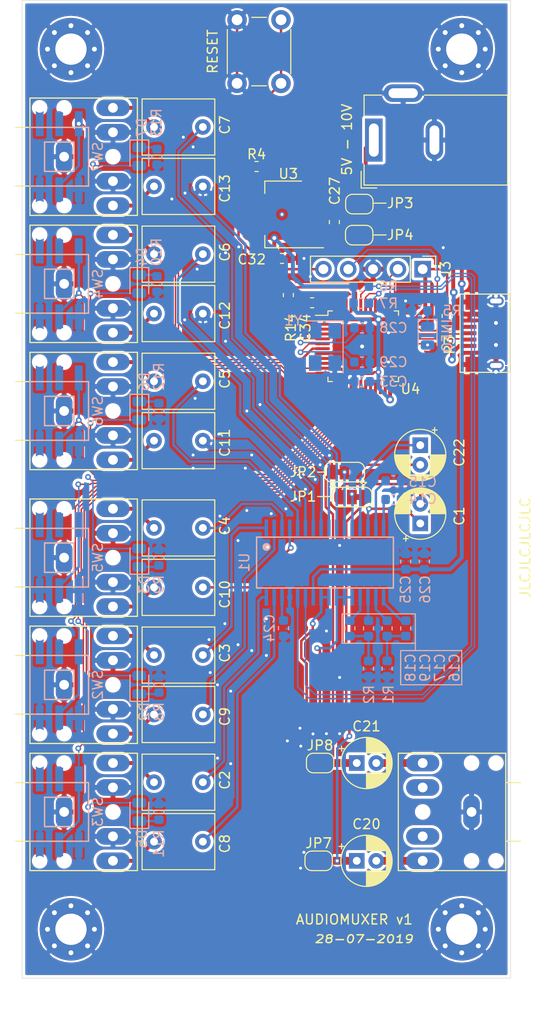
<source format=kicad_pcb>
(kicad_pcb (version 20171130) (host pcbnew "(5.1.0)-1")

  (general
    (thickness 1.6)
    (drawings 30)
    (tracks 806)
    (zones 0)
    (modules 84)
    (nets 100)
  )

  (page A4)
  (layers
    (0 F.Cu signal)
    (31 B.Cu signal)
    (32 B.Adhes user)
    (33 F.Adhes user)
    (34 B.Paste user)
    (35 F.Paste user)
    (36 B.SilkS user)
    (37 F.SilkS user)
    (38 B.Mask user)
    (39 F.Mask user)
    (40 Dwgs.User user)
    (41 Cmts.User user)
    (42 Eco1.User user)
    (43 Eco2.User user)
    (44 Edge.Cuts user)
    (45 Margin user)
    (46 B.CrtYd user)
    (47 F.CrtYd user)
    (48 B.Fab user)
    (49 F.Fab user)
  )

  (setup
    (last_trace_width 0.25)
    (user_trace_width 0.15)
    (user_trace_width 0.4)
    (user_trace_width 0.8)
    (trace_clearance 0.15)
    (zone_clearance 0.3)
    (zone_45_only no)
    (trace_min 0.15)
    (via_size 0.8)
    (via_drill 0.4)
    (via_min_size 0.3)
    (via_min_drill 0.3)
    (user_via 0.6 0.3)
    (uvia_size 0.3)
    (uvia_drill 0.1)
    (uvias_allowed no)
    (uvia_min_size 0.2)
    (uvia_min_drill 0.1)
    (edge_width 0.05)
    (segment_width 0.2)
    (pcb_text_width 0.3)
    (pcb_text_size 1.5 1.5)
    (mod_edge_width 0.12)
    (mod_text_size 1 1)
    (mod_text_width 0.15)
    (pad_size 1.524 1.524)
    (pad_drill 0.762)
    (pad_to_mask_clearance 0.051)
    (solder_mask_min_width 0.25)
    (aux_axis_origin 50 120)
    (grid_origin 50 120)
    (visible_elements 7FFFFFFF)
    (pcbplotparams
      (layerselection 0x018fc_ffffffff)
      (usegerberextensions false)
      (usegerberattributes true)
      (usegerberadvancedattributes false)
      (creategerberjobfile false)
      (excludeedgelayer false)
      (linewidth 0.100000)
      (plotframeref false)
      (viasonmask false)
      (mode 1)
      (useauxorigin false)
      (hpglpennumber 1)
      (hpglpenspeed 20)
      (hpglpendiameter 15.000000)
      (psnegative false)
      (psa4output false)
      (plotreference true)
      (plotvalue true)
      (plotinvisibletext false)
      (padsonsilk false)
      (subtractmaskfromsilk false)
      (outputformat 1)
      (mirror false)
      (drillshape 0)
      (scaleselection 1)
      (outputdirectory "gerber/"))
  )

  (net 0 "")
  (net 1 "Net-(C2-Pad2)")
  (net 2 "Net-(C2-Pad1)")
  (net 3 "Net-(C3-Pad2)")
  (net 4 "Net-(C3-Pad1)")
  (net 5 "Net-(C4-Pad2)")
  (net 6 "Net-(C4-Pad1)")
  (net 7 "Net-(C5-Pad2)")
  (net 8 "Net-(C5-Pad1)")
  (net 9 "Net-(C6-Pad2)")
  (net 10 "Net-(C6-Pad1)")
  (net 11 "Net-(C7-Pad2)")
  (net 12 "Net-(C7-Pad1)")
  (net 13 "Net-(C8-Pad2)")
  (net 14 "Net-(C8-Pad1)")
  (net 15 "Net-(C9-Pad2)")
  (net 16 "Net-(C9-Pad1)")
  (net 17 "Net-(C10-Pad2)")
  (net 18 "Net-(C10-Pad1)")
  (net 19 "Net-(C11-Pad2)")
  (net 20 "Net-(C11-Pad1)")
  (net 21 "Net-(C12-Pad2)")
  (net 22 "Net-(C12-Pad1)")
  (net 23 "Net-(C13-Pad2)")
  (net 24 "Net-(C13-Pad1)")
  (net 25 GND)
  (net 26 "Net-(C14-Pad1)")
  (net 27 "Net-(C15-Pad1)")
  (net 28 "Net-(C16-Pad2)")
  (net 29 "Net-(C16-Pad1)")
  (net 30 "Net-(C17-Pad2)")
  (net 31 "Net-(C18-Pad2)")
  (net 32 "Net-(C18-Pad1)")
  (net 33 "Net-(C19-Pad2)")
  (net 34 "Net-(C20-Pad2)")
  (net 35 "Net-(C20-Pad1)")
  (net 36 "Net-(C21-Pad2)")
  (net 37 "Net-(C21-Pad1)")
  (net 38 "Net-(C24-Pad1)")
  (net 39 VCC)
  (net 40 "Net-(C28-Pad1)")
  (net 41 "Net-(C29-Pad1)")
  (net 42 +3V3)
  (net 43 "Net-(D1-Pad2)")
  (net 44 "Net-(D1-Pad1)")
  (net 45 "Net-(J1-Pad1)")
  (net 46 "Net-(J2-Pad4)")
  (net 47 USB_P)
  (net 48 USB_N)
  (net 49 "Net-(J2-Pad1)")
  (net 50 RST)
  (net 51 JTMS)
  (net 52 JTCK)
  (net 53 "Net-(JP1-Pad2)")
  (net 54 "Net-(JP2-Pad2)")
  (net 55 SDA)
  (net 56 SCL)
  (net 57 "Net-(U4-Pad46)")
  (net 58 "Net-(U4-Pad45)")
  (net 59 "Net-(U4-Pad41)")
  (net 60 "Net-(U4-Pad40)")
  (net 61 "Net-(U4-Pad39)")
  (net 62 "Net-(U4-Pad38)")
  (net 63 "Net-(U4-Pad28)")
  (net 64 "Net-(U4-Pad27)")
  (net 65 "Net-(U4-Pad26)")
  (net 66 "Net-(U4-Pad25)")
  (net 67 "Net-(U4-Pad22)")
  (net 68 "Net-(U4-Pad21)")
  (net 69 "Net-(U4-Pad10)")
  (net 70 "Net-(U4-Pad4)")
  (net 71 "Net-(U4-Pad3)")
  (net 72 "Net-(U4-Pad2)")
  (net 73 "Net-(C1-Pad2)")
  (net 74 "Net-(C1-Pad1)")
  (net 75 "Net-(C22-Pad2)")
  (net 76 "Net-(C22-Pad1)")
  (net 77 "Net-(J10-PadSN)")
  (net 78 "Net-(JP7-Pad1)")
  (net 79 "Net-(JP8-Pad1)")
  (net 80 "Net-(J10-PadTN)")
  (net 81 "Net-(D2-Pad2)")
  (net 82 "Net-(D2-Pad1)")
  (net 83 "Net-(D3-Pad2)")
  (net 84 "Net-(D3-Pad1)")
  (net 85 "Net-(D4-Pad2)")
  (net 86 "Net-(D4-Pad1)")
  (net 87 "Net-(D5-Pad2)")
  (net 88 "Net-(D5-Pad1)")
  (net 89 "Net-(D6-Pad2)")
  (net 90 "Net-(D6-Pad1)")
  (net 91 "Net-(D7-Pad2)")
  (net 92 "Net-(D7-Pad1)")
  (net 93 "Net-(SW2-Pad2)")
  (net 94 "Net-(SW3-Pad2)")
  (net 95 "Net-(SW4-Pad2)")
  (net 96 "Net-(SW5-Pad2)")
  (net 97 "Net-(SW6-Pad2)")
  (net 98 "Net-(SW7-Pad2)")
  (net 99 "Net-(R14-Pad1)")

  (net_class Default "This is the default net class."
    (clearance 0.15)
    (trace_width 0.25)
    (via_dia 0.8)
    (via_drill 0.4)
    (uvia_dia 0.3)
    (uvia_drill 0.1)
    (add_net +3V3)
    (add_net GND)
    (add_net JTCK)
    (add_net JTMS)
    (add_net "Net-(C1-Pad1)")
    (add_net "Net-(C1-Pad2)")
    (add_net "Net-(C10-Pad1)")
    (add_net "Net-(C10-Pad2)")
    (add_net "Net-(C11-Pad1)")
    (add_net "Net-(C11-Pad2)")
    (add_net "Net-(C12-Pad1)")
    (add_net "Net-(C12-Pad2)")
    (add_net "Net-(C13-Pad1)")
    (add_net "Net-(C13-Pad2)")
    (add_net "Net-(C14-Pad1)")
    (add_net "Net-(C15-Pad1)")
    (add_net "Net-(C16-Pad1)")
    (add_net "Net-(C16-Pad2)")
    (add_net "Net-(C17-Pad2)")
    (add_net "Net-(C18-Pad1)")
    (add_net "Net-(C18-Pad2)")
    (add_net "Net-(C19-Pad2)")
    (add_net "Net-(C2-Pad1)")
    (add_net "Net-(C2-Pad2)")
    (add_net "Net-(C20-Pad1)")
    (add_net "Net-(C20-Pad2)")
    (add_net "Net-(C21-Pad1)")
    (add_net "Net-(C21-Pad2)")
    (add_net "Net-(C22-Pad1)")
    (add_net "Net-(C22-Pad2)")
    (add_net "Net-(C24-Pad1)")
    (add_net "Net-(C28-Pad1)")
    (add_net "Net-(C29-Pad1)")
    (add_net "Net-(C3-Pad1)")
    (add_net "Net-(C3-Pad2)")
    (add_net "Net-(C4-Pad1)")
    (add_net "Net-(C4-Pad2)")
    (add_net "Net-(C5-Pad1)")
    (add_net "Net-(C5-Pad2)")
    (add_net "Net-(C6-Pad1)")
    (add_net "Net-(C6-Pad2)")
    (add_net "Net-(C7-Pad1)")
    (add_net "Net-(C7-Pad2)")
    (add_net "Net-(C8-Pad1)")
    (add_net "Net-(C8-Pad2)")
    (add_net "Net-(C9-Pad1)")
    (add_net "Net-(C9-Pad2)")
    (add_net "Net-(D1-Pad1)")
    (add_net "Net-(D1-Pad2)")
    (add_net "Net-(D2-Pad1)")
    (add_net "Net-(D2-Pad2)")
    (add_net "Net-(D3-Pad1)")
    (add_net "Net-(D3-Pad2)")
    (add_net "Net-(D4-Pad1)")
    (add_net "Net-(D4-Pad2)")
    (add_net "Net-(D5-Pad1)")
    (add_net "Net-(D5-Pad2)")
    (add_net "Net-(D6-Pad1)")
    (add_net "Net-(D6-Pad2)")
    (add_net "Net-(D7-Pad1)")
    (add_net "Net-(D7-Pad2)")
    (add_net "Net-(J1-Pad1)")
    (add_net "Net-(J10-PadSN)")
    (add_net "Net-(J10-PadTN)")
    (add_net "Net-(J2-Pad1)")
    (add_net "Net-(J2-Pad4)")
    (add_net "Net-(JP1-Pad2)")
    (add_net "Net-(JP2-Pad2)")
    (add_net "Net-(JP7-Pad1)")
    (add_net "Net-(JP8-Pad1)")
    (add_net "Net-(R14-Pad1)")
    (add_net "Net-(SW2-Pad2)")
    (add_net "Net-(SW3-Pad2)")
    (add_net "Net-(SW4-Pad2)")
    (add_net "Net-(SW5-Pad2)")
    (add_net "Net-(SW6-Pad2)")
    (add_net "Net-(SW7-Pad2)")
    (add_net "Net-(U4-Pad10)")
    (add_net "Net-(U4-Pad2)")
    (add_net "Net-(U4-Pad21)")
    (add_net "Net-(U4-Pad22)")
    (add_net "Net-(U4-Pad25)")
    (add_net "Net-(U4-Pad26)")
    (add_net "Net-(U4-Pad27)")
    (add_net "Net-(U4-Pad28)")
    (add_net "Net-(U4-Pad3)")
    (add_net "Net-(U4-Pad38)")
    (add_net "Net-(U4-Pad39)")
    (add_net "Net-(U4-Pad4)")
    (add_net "Net-(U4-Pad40)")
    (add_net "Net-(U4-Pad41)")
    (add_net "Net-(U4-Pad45)")
    (add_net "Net-(U4-Pad46)")
    (add_net RST)
    (add_net SCL)
    (add_net SDA)
    (add_net USB_N)
    (add_net USB_P)
    (add_net VCC)
  )

  (module audioMux:XKB5858-Z-TP (layer B.Cu) (tedit 5DACA2AC) (tstamp 5D3FB619)
    (at 53.8 36 90)
    (path /5D4FBA63/5DEAAA27)
    (fp_text reference SW7 (at 0 3.95 90) (layer B.SilkS)
      (effects (font (size 1 1) (thickness 0.15)) (justify mirror))
    )
    (fp_text value SW_Push_Dual (at 0 4 90) (layer B.Fab)
      (effects (font (size 1 1) (thickness 0.15)) (justify mirror))
    )
    (fp_line (start -1.5 -1.5) (end -1.5 1.5) (layer B.SilkS) (width 0.15))
    (fp_line (start 1.5 -1.5) (end -1.5 -1.5) (layer B.SilkS) (width 0.15))
    (fp_line (start 1.5 1.5) (end 1.5 -1.5) (layer B.SilkS) (width 0.15))
    (fp_line (start -1.5 1.5) (end 1.5 1.5) (layer B.SilkS) (width 0.15))
    (fp_line (start -3 -3) (end -3 3) (layer B.SilkS) (width 0.15))
    (fp_line (start 3 -3) (end -3 -3) (layer B.SilkS) (width 0.15))
    (fp_line (start 3 3) (end 3 -3) (layer B.SilkS) (width 0.15))
    (fp_line (start -3 3) (end 3 3) (layer B.SilkS) (width 0.15))
    (pad 6 smd rect (at 3.375 -2 90) (size 2.55 0.8) (layers B.Cu B.Paste B.Mask))
    (pad 5 smd rect (at 3.375 0 90) (size 2.55 0.8) (layers B.Cu B.Paste B.Mask))
    (pad 4 smd rect (at 3.375 2 90) (size 2.55 0.8) (layers B.Cu B.Paste B.Mask)
      (net 98 "Net-(SW7-Pad2)"))
    (pad 3 smd rect (at -3.375 -2 90) (size 2.55 0.8) (layers B.Cu B.Paste B.Mask)
      (net 25 GND))
    (pad 2 smd rect (at -3.375 0 90) (size 2.55 0.8) (layers B.Cu B.Paste B.Mask)
      (net 98 "Net-(SW7-Pad2)"))
    (pad 1 smd rect (at -3.375 2 90) (size 2.55 0.8) (layers B.Cu B.Paste B.Mask)
      (net 25 GND))
    (model ${KIPRJMOD}/audioMux.pretty/XKB5858-X-TP.step
      (offset (xyz 0 0 5.5))
      (scale (xyz 1 1 1))
      (rotate (xyz -90 0 0))
    )
  )

  (module audioMux:XKB5858-Z-TP (layer B.Cu) (tedit 5DACA2AC) (tstamp 5D3FB607)
    (at 53.8 62 90)
    (path /5D4FBA63/5DCF1EFE)
    (fp_text reference SW6 (at 0 3.95 90) (layer B.SilkS)
      (effects (font (size 1 1) (thickness 0.15)) (justify mirror))
    )
    (fp_text value SW_Push_Dual (at 0 4 90) (layer B.Fab)
      (effects (font (size 1 1) (thickness 0.15)) (justify mirror))
    )
    (fp_line (start -1.5 -1.5) (end -1.5 1.5) (layer B.SilkS) (width 0.15))
    (fp_line (start 1.5 -1.5) (end -1.5 -1.5) (layer B.SilkS) (width 0.15))
    (fp_line (start 1.5 1.5) (end 1.5 -1.5) (layer B.SilkS) (width 0.15))
    (fp_line (start -1.5 1.5) (end 1.5 1.5) (layer B.SilkS) (width 0.15))
    (fp_line (start -3 -3) (end -3 3) (layer B.SilkS) (width 0.15))
    (fp_line (start 3 -3) (end -3 -3) (layer B.SilkS) (width 0.15))
    (fp_line (start 3 3) (end 3 -3) (layer B.SilkS) (width 0.15))
    (fp_line (start -3 3) (end 3 3) (layer B.SilkS) (width 0.15))
    (pad 6 smd rect (at 3.375 -2 90) (size 2.55 0.8) (layers B.Cu B.Paste B.Mask))
    (pad 5 smd rect (at 3.375 0 90) (size 2.55 0.8) (layers B.Cu B.Paste B.Mask))
    (pad 4 smd rect (at 3.375 2 90) (size 2.55 0.8) (layers B.Cu B.Paste B.Mask)
      (net 97 "Net-(SW6-Pad2)"))
    (pad 3 smd rect (at -3.375 -2 90) (size 2.55 0.8) (layers B.Cu B.Paste B.Mask)
      (net 25 GND))
    (pad 2 smd rect (at -3.375 0 90) (size 2.55 0.8) (layers B.Cu B.Paste B.Mask)
      (net 97 "Net-(SW6-Pad2)"))
    (pad 1 smd rect (at -3.375 2 90) (size 2.55 0.8) (layers B.Cu B.Paste B.Mask)
      (net 25 GND))
    (model ${KIPRJMOD}/audioMux.pretty/XKB5858-X-TP.step
      (offset (xyz 0 0 5.5))
      (scale (xyz 1 1 1))
      (rotate (xyz -90 0 0))
    )
  )

  (module audioMux:XKB5858-Z-TP (layer B.Cu) (tedit 5DACA2AC) (tstamp 5D3FB5F5)
    (at 53.8 77 90)
    (path /5D4FBA63/5DCAC21D)
    (fp_text reference SW5 (at 0 3.95 90) (layer B.SilkS)
      (effects (font (size 1 1) (thickness 0.15)) (justify mirror))
    )
    (fp_text value SW_Push_Dual (at 0 4 90) (layer B.Fab)
      (effects (font (size 1 1) (thickness 0.15)) (justify mirror))
    )
    (fp_line (start -1.5 -1.5) (end -1.5 1.5) (layer B.SilkS) (width 0.15))
    (fp_line (start 1.5 -1.5) (end -1.5 -1.5) (layer B.SilkS) (width 0.15))
    (fp_line (start 1.5 1.5) (end 1.5 -1.5) (layer B.SilkS) (width 0.15))
    (fp_line (start -1.5 1.5) (end 1.5 1.5) (layer B.SilkS) (width 0.15))
    (fp_line (start -3 -3) (end -3 3) (layer B.SilkS) (width 0.15))
    (fp_line (start 3 -3) (end -3 -3) (layer B.SilkS) (width 0.15))
    (fp_line (start 3 3) (end 3 -3) (layer B.SilkS) (width 0.15))
    (fp_line (start -3 3) (end 3 3) (layer B.SilkS) (width 0.15))
    (pad 6 smd rect (at 3.375 -2 90) (size 2.55 0.8) (layers B.Cu B.Paste B.Mask))
    (pad 5 smd rect (at 3.375 0 90) (size 2.55 0.8) (layers B.Cu B.Paste B.Mask))
    (pad 4 smd rect (at 3.375 2 90) (size 2.55 0.8) (layers B.Cu B.Paste B.Mask)
      (net 96 "Net-(SW5-Pad2)"))
    (pad 3 smd rect (at -3.375 -2 90) (size 2.55 0.8) (layers B.Cu B.Paste B.Mask)
      (net 25 GND))
    (pad 2 smd rect (at -3.375 0 90) (size 2.55 0.8) (layers B.Cu B.Paste B.Mask)
      (net 96 "Net-(SW5-Pad2)"))
    (pad 1 smd rect (at -3.375 2 90) (size 2.55 0.8) (layers B.Cu B.Paste B.Mask)
      (net 25 GND))
    (model ${KIPRJMOD}/audioMux.pretty/XKB5858-X-TP.step
      (offset (xyz 0 0 5.5))
      (scale (xyz 1 1 1))
      (rotate (xyz -90 0 0))
    )
  )

  (module audioMux:XKB5858-Z-TP (layer B.Cu) (tedit 5DACA2AC) (tstamp 5D3FB5E3)
    (at 53.8 49 90)
    (path /5D4FBA63/5DD6E675)
    (fp_text reference SW4 (at 0 3.95 90) (layer B.SilkS)
      (effects (font (size 1 1) (thickness 0.15)) (justify mirror))
    )
    (fp_text value SW_Push_Dual (at 0 4 90) (layer B.Fab)
      (effects (font (size 1 1) (thickness 0.15)) (justify mirror))
    )
    (fp_line (start -1.5 -1.5) (end -1.5 1.5) (layer B.SilkS) (width 0.15))
    (fp_line (start 1.5 -1.5) (end -1.5 -1.5) (layer B.SilkS) (width 0.15))
    (fp_line (start 1.5 1.5) (end 1.5 -1.5) (layer B.SilkS) (width 0.15))
    (fp_line (start -1.5 1.5) (end 1.5 1.5) (layer B.SilkS) (width 0.15))
    (fp_line (start -3 -3) (end -3 3) (layer B.SilkS) (width 0.15))
    (fp_line (start 3 -3) (end -3 -3) (layer B.SilkS) (width 0.15))
    (fp_line (start 3 3) (end 3 -3) (layer B.SilkS) (width 0.15))
    (fp_line (start -3 3) (end 3 3) (layer B.SilkS) (width 0.15))
    (pad 6 smd rect (at 3.375 -2 90) (size 2.55 0.8) (layers B.Cu B.Paste B.Mask))
    (pad 5 smd rect (at 3.375 0 90) (size 2.55 0.8) (layers B.Cu B.Paste B.Mask))
    (pad 4 smd rect (at 3.375 2 90) (size 2.55 0.8) (layers B.Cu B.Paste B.Mask)
      (net 95 "Net-(SW4-Pad2)"))
    (pad 3 smd rect (at -3.375 -2 90) (size 2.55 0.8) (layers B.Cu B.Paste B.Mask)
      (net 25 GND))
    (pad 2 smd rect (at -3.375 0 90) (size 2.55 0.8) (layers B.Cu B.Paste B.Mask)
      (net 95 "Net-(SW4-Pad2)"))
    (pad 1 smd rect (at -3.375 2 90) (size 2.55 0.8) (layers B.Cu B.Paste B.Mask)
      (net 25 GND))
    (model ${KIPRJMOD}/audioMux.pretty/XKB5858-X-TP.step
      (offset (xyz 0 0 5.5))
      (scale (xyz 1 1 1))
      (rotate (xyz -90 0 0))
    )
  )

  (module audioMux:XKB5858-Z-TP (layer B.Cu) (tedit 5DACA2AC) (tstamp 5D3FB5D1)
    (at 53.8 103 90)
    (path /5D4FBA63/5DCCEEEE)
    (fp_text reference SW3 (at 0 3.95 90) (layer B.SilkS)
      (effects (font (size 1 1) (thickness 0.15)) (justify mirror))
    )
    (fp_text value SW_Push_Dual (at 0 4 90) (layer B.Fab)
      (effects (font (size 1 1) (thickness 0.15)) (justify mirror))
    )
    (fp_line (start -1.5 -1.5) (end -1.5 1.5) (layer B.SilkS) (width 0.15))
    (fp_line (start 1.5 -1.5) (end -1.5 -1.5) (layer B.SilkS) (width 0.15))
    (fp_line (start 1.5 1.5) (end 1.5 -1.5) (layer B.SilkS) (width 0.15))
    (fp_line (start -1.5 1.5) (end 1.5 1.5) (layer B.SilkS) (width 0.15))
    (fp_line (start -3 -3) (end -3 3) (layer B.SilkS) (width 0.15))
    (fp_line (start 3 -3) (end -3 -3) (layer B.SilkS) (width 0.15))
    (fp_line (start 3 3) (end 3 -3) (layer B.SilkS) (width 0.15))
    (fp_line (start -3 3) (end 3 3) (layer B.SilkS) (width 0.15))
    (pad 6 smd rect (at 3.375 -2 90) (size 2.55 0.8) (layers B.Cu B.Paste B.Mask))
    (pad 5 smd rect (at 3.375 0 90) (size 2.55 0.8) (layers B.Cu B.Paste B.Mask))
    (pad 4 smd rect (at 3.375 2 90) (size 2.55 0.8) (layers B.Cu B.Paste B.Mask)
      (net 94 "Net-(SW3-Pad2)"))
    (pad 3 smd rect (at -3.375 -2 90) (size 2.55 0.8) (layers B.Cu B.Paste B.Mask)
      (net 25 GND))
    (pad 2 smd rect (at -3.375 0 90) (size 2.55 0.8) (layers B.Cu B.Paste B.Mask)
      (net 94 "Net-(SW3-Pad2)"))
    (pad 1 smd rect (at -3.375 2 90) (size 2.55 0.8) (layers B.Cu B.Paste B.Mask)
      (net 25 GND))
    (model ${KIPRJMOD}/audioMux.pretty/XKB5858-X-TP.step
      (offset (xyz 0 0 5.5))
      (scale (xyz 1 1 1))
      (rotate (xyz -90 0 0))
    )
  )

  (module audioMux:XKB5858-Z-TP (layer B.Cu) (tedit 5DACA2AC) (tstamp 5D3FB5BF)
    (at 53.8 90 90)
    (path /5D4FBA63/5DAFB3C5)
    (fp_text reference SW2 (at 0 3.95 90) (layer B.SilkS)
      (effects (font (size 1 1) (thickness 0.15)) (justify mirror))
    )
    (fp_text value SW_Push_Dual (at 0 4 90) (layer B.Fab)
      (effects (font (size 1 1) (thickness 0.15)) (justify mirror))
    )
    (fp_line (start -1.5 -1.5) (end -1.5 1.5) (layer B.SilkS) (width 0.15))
    (fp_line (start 1.5 -1.5) (end -1.5 -1.5) (layer B.SilkS) (width 0.15))
    (fp_line (start 1.5 1.5) (end 1.5 -1.5) (layer B.SilkS) (width 0.15))
    (fp_line (start -1.5 1.5) (end 1.5 1.5) (layer B.SilkS) (width 0.15))
    (fp_line (start -3 -3) (end -3 3) (layer B.SilkS) (width 0.15))
    (fp_line (start 3 -3) (end -3 -3) (layer B.SilkS) (width 0.15))
    (fp_line (start 3 3) (end 3 -3) (layer B.SilkS) (width 0.15))
    (fp_line (start -3 3) (end 3 3) (layer B.SilkS) (width 0.15))
    (pad 6 smd rect (at 3.375 -2 90) (size 2.55 0.8) (layers B.Cu B.Paste B.Mask))
    (pad 5 smd rect (at 3.375 0 90) (size 2.55 0.8) (layers B.Cu B.Paste B.Mask))
    (pad 4 smd rect (at 3.375 2 90) (size 2.55 0.8) (layers B.Cu B.Paste B.Mask)
      (net 93 "Net-(SW2-Pad2)"))
    (pad 3 smd rect (at -3.375 -2 90) (size 2.55 0.8) (layers B.Cu B.Paste B.Mask)
      (net 25 GND))
    (pad 2 smd rect (at -3.375 0 90) (size 2.55 0.8) (layers B.Cu B.Paste B.Mask)
      (net 93 "Net-(SW2-Pad2)"))
    (pad 1 smd rect (at -3.375 2 90) (size 2.55 0.8) (layers B.Cu B.Paste B.Mask)
      (net 25 GND))
    (model ${KIPRJMOD}/audioMux.pretty/XKB5858-X-TP.step
      (offset (xyz 0 0 5.5))
      (scale (xyz 1 1 1))
      (rotate (xyz -90 0 0))
    )
  )

  (module audioMux:Klinke-JC128 locked (layer F.Cu) (tedit 5DAC9F3B) (tstamp 5D3CF3C8)
    (at 50.8 36)
    (path /5D880569)
    (attr virtual)
    (fp_text reference J9 (at 12.4 3.6 90) (layer F.SilkS) hide
      (effects (font (size 1.27 1.27) (thickness 0.15)))
    )
    (fp_text value AudioJack2_Ground_Switch (at 2 7.2) (layer F.SilkS) hide
      (effects (font (size 1.27 1.27) (thickness 0.15)))
    )
    (fp_line (start 0 2.99974) (end -1.5 2.99974) (layer F.SilkS) (width 0.127))
    (fp_line (start 0 -5.99948) (end 10.9982 -5.99948) (layer F.SilkS) (width 0.127))
    (fp_line (start -1.5 -3) (end 0 -2.99974) (layer F.SilkS) (width 0.127))
    (fp_line (start 0 5.99948) (end 0 -5.99948) (layer F.SilkS) (width 0.127))
    (fp_line (start 10.9982 -5.99948) (end 10.9982 5.99948) (layer F.SilkS) (width 0.127))
    (fp_line (start 10.9982 5.99948) (end 0 5.99948) (layer F.SilkS) (width 0.127))
    (fp_circle (center 8.49884 0) (end 8.49884 -0.49784) (layer Dwgs.User) (width 0.127))
    (fp_circle (center 0.99822 -4.99872) (end 0.99822 -5.49656) (layer Dwgs.User) (width 0.127))
    (fp_circle (center 0.99822 4.99872) (end 0.99822 4.50088) (layer Dwgs.User) (width 0.127))
    (fp_circle (center 3.49758 4.99872) (end 3.49758 4.50088) (layer Dwgs.User) (width 0.127))
    (fp_circle (center 3.49758 -4.99872) (end 3.49758 -5.49656) (layer Dwgs.User) (width 0.127))
    (fp_line (start -1.79832 -1.79832) (end -2.99974 -1.79832) (layer Dwgs.User) (width 0.127))
    (fp_line (start -1.79832 1.79832) (end -1.79832 -1.79832) (layer Dwgs.User) (width 0.127))
    (fp_line (start -2.99974 1.79832) (end -1.79832 1.79832) (layer Dwgs.User) (width 0.127))
    (fp_line (start -2.99974 -2.99974) (end 0 -2.99974) (layer Dwgs.User) (width 0.127))
    (fp_line (start -2.99974 2.99974) (end -2.99974 -2.99974) (layer Dwgs.User) (width 0.127))
    (fp_line (start 0 2.99974) (end -2.99974 2.99974) (layer Dwgs.User) (width 0.127))
    (fp_line (start 10.9982 5.99948) (end 0 5.99948) (layer Dwgs.User) (width 0.127))
    (fp_line (start 10.9982 -5.99948) (end 10.9982 5.99948) (layer Dwgs.User) (width 0.127))
    (fp_line (start 0 -5.99948) (end 10.9982 -5.99948) (layer Dwgs.User) (width 0.127))
    (fp_line (start 0 5.99948) (end 0 -5.99948) (layer Dwgs.User) (width 0.127))
    (pad "" np_thru_hole circle (at 8.49884 0) (size 1 1) (drill 1) (layers *.Cu *.Mask))
    (pad "" np_thru_hole circle (at 0.99822 4.99872) (size 1 1) (drill 1) (layers *.Cu *.Mask))
    (pad "" np_thru_hole circle (at 3.49758 4.99872) (size 1 1) (drill 1) (layers *.Cu *.Mask))
    (pad "" np_thru_hole circle (at 3.49758 -4.99872) (size 1 1) (drill 1) (layers *.Cu *.Mask))
    (pad "" np_thru_hole circle (at 0.99822 -4.99872) (size 1 1) (drill 1) (layers *.Cu *.Mask))
    (pad S thru_hole oval (at 8.49884 -4.99872 90) (size 1.69926 3.39852) (drill 0.99822) (layers *.Cu *.Paste *.Mask)
      (net 11 "Net-(C7-Pad2)"))
    (pad SN thru_hole oval (at 8.49884 -2.49936 90) (size 1.69926 3.39852) (drill 0.99822) (layers *.Cu *.Paste *.Mask)
      (net 25 GND))
    (pad TN thru_hole oval (at 8.49884 2.49936 90) (size 1.69926 3.39852) (drill 0.99822) (layers *.Cu *.Paste *.Mask)
      (net 25 GND))
    (pad T thru_hole oval (at 8.49884 4.99872 90) (size 1.69926 3.39852) (drill 0.99822) (layers *.Cu *.Paste *.Mask)
      (net 23 "Net-(C13-Pad2)"))
    (pad G thru_hole oval (at 3.49758 0 180) (size 1.69926 3.39852) (drill 0.99822) (layers *.Cu *.Paste *.Mask)
      (net 25 GND))
    (model ${KIPRJMOD}/audioMux.pretty/JC-128.step
      (offset (xyz 11 0 0))
      (scale (xyz 1 1 1))
      (rotate (xyz -90 0 180))
    )
  )

  (module audioMux:Klinke-JC128 (layer F.Cu) (tedit 5DAC9F3B) (tstamp 5D3D61D6)
    (at 99.5 103 180)
    (path /5D8C9B67)
    (attr virtual)
    (fp_text reference J10 (at 12.4 3.6 270) (layer F.SilkS) hide
      (effects (font (size 1.27 1.27) (thickness 0.15)))
    )
    (fp_text value AudioJack2_Ground_Switch (at 2 7.2 180) (layer F.SilkS) hide
      (effects (font (size 1.27 1.27) (thickness 0.15)))
    )
    (fp_line (start 0 2.99974) (end -1.5 2.99974) (layer F.SilkS) (width 0.127))
    (fp_line (start 0 -5.99948) (end 10.9982 -5.99948) (layer F.SilkS) (width 0.127))
    (fp_line (start -1.5 -3) (end 0 -2.99974) (layer F.SilkS) (width 0.127))
    (fp_line (start 0 5.99948) (end 0 -5.99948) (layer F.SilkS) (width 0.127))
    (fp_line (start 10.9982 -5.99948) (end 10.9982 5.99948) (layer F.SilkS) (width 0.127))
    (fp_line (start 10.9982 5.99948) (end 0 5.99948) (layer F.SilkS) (width 0.127))
    (fp_circle (center 8.49884 0) (end 8.49884 -0.49784) (layer Dwgs.User) (width 0.127))
    (fp_circle (center 0.99822 -4.99872) (end 0.99822 -5.49656) (layer Dwgs.User) (width 0.127))
    (fp_circle (center 0.99822 4.99872) (end 0.99822 4.50088) (layer Dwgs.User) (width 0.127))
    (fp_circle (center 3.49758 4.99872) (end 3.49758 4.50088) (layer Dwgs.User) (width 0.127))
    (fp_circle (center 3.49758 -4.99872) (end 3.49758 -5.49656) (layer Dwgs.User) (width 0.127))
    (fp_line (start -1.79832 -1.79832) (end -2.99974 -1.79832) (layer Dwgs.User) (width 0.127))
    (fp_line (start -1.79832 1.79832) (end -1.79832 -1.79832) (layer Dwgs.User) (width 0.127))
    (fp_line (start -2.99974 1.79832) (end -1.79832 1.79832) (layer Dwgs.User) (width 0.127))
    (fp_line (start -2.99974 -2.99974) (end 0 -2.99974) (layer Dwgs.User) (width 0.127))
    (fp_line (start -2.99974 2.99974) (end -2.99974 -2.99974) (layer Dwgs.User) (width 0.127))
    (fp_line (start 0 2.99974) (end -2.99974 2.99974) (layer Dwgs.User) (width 0.127))
    (fp_line (start 10.9982 5.99948) (end 0 5.99948) (layer Dwgs.User) (width 0.127))
    (fp_line (start 10.9982 -5.99948) (end 10.9982 5.99948) (layer Dwgs.User) (width 0.127))
    (fp_line (start 0 -5.99948) (end 10.9982 -5.99948) (layer Dwgs.User) (width 0.127))
    (fp_line (start 0 5.99948) (end 0 -5.99948) (layer Dwgs.User) (width 0.127))
    (pad "" np_thru_hole circle (at 8.49884 0 180) (size 1 1) (drill 1) (layers *.Cu *.Mask))
    (pad "" np_thru_hole circle (at 0.99822 4.99872 180) (size 1 1) (drill 1) (layers *.Cu *.Mask))
    (pad "" np_thru_hole circle (at 3.49758 4.99872 180) (size 1 1) (drill 1) (layers *.Cu *.Mask))
    (pad "" np_thru_hole circle (at 3.49758 -4.99872 180) (size 1 1) (drill 1) (layers *.Cu *.Mask))
    (pad "" np_thru_hole circle (at 0.99822 -4.99872 180) (size 1 1) (drill 1) (layers *.Cu *.Mask))
    (pad S thru_hole oval (at 8.49884 -4.99872 270) (size 1.69926 3.39852) (drill 0.99822) (layers *.Cu *.Paste *.Mask)
      (net 34 "Net-(C20-Pad2)"))
    (pad SN thru_hole oval (at 8.49884 -2.49936 270) (size 1.69926 3.39852) (drill 0.99822) (layers *.Cu *.Paste *.Mask)
      (net 77 "Net-(J10-PadSN)"))
    (pad TN thru_hole oval (at 8.49884 2.49936 270) (size 1.69926 3.39852) (drill 0.99822) (layers *.Cu *.Paste *.Mask)
      (net 80 "Net-(J10-PadTN)"))
    (pad T thru_hole oval (at 8.49884 4.99872 270) (size 1.69926 3.39852) (drill 0.99822) (layers *.Cu *.Paste *.Mask)
      (net 36 "Net-(C21-Pad2)"))
    (pad G thru_hole oval (at 3.49758 0) (size 1.69926 3.39852) (drill 0.99822) (layers *.Cu *.Paste *.Mask)
      (net 25 GND))
    (model ${KIPRJMOD}/audioMux.pretty/JC-128.step
      (offset (xyz 11 0 0))
      (scale (xyz 1 1 1))
      (rotate (xyz -90 0 180))
    )
  )

  (module audioMux:Klinke-JC128 (layer F.Cu) (tedit 5DAC9F3B) (tstamp 5D3FDF4F)
    (at 50.8 49)
    (path /5D87FF31)
    (attr virtual)
    (fp_text reference J8 (at 12.4 3.6 90) (layer F.SilkS) hide
      (effects (font (size 1.27 1.27) (thickness 0.15)))
    )
    (fp_text value AudioJack2_Ground_Switch (at 2 7.2) (layer F.SilkS) hide
      (effects (font (size 1.27 1.27) (thickness 0.15)))
    )
    (fp_line (start 0 2.99974) (end -1.5 2.99974) (layer F.SilkS) (width 0.127))
    (fp_line (start 0 -5.99948) (end 10.9982 -5.99948) (layer F.SilkS) (width 0.127))
    (fp_line (start -1.5 -3) (end 0 -2.99974) (layer F.SilkS) (width 0.127))
    (fp_line (start 0 5.99948) (end 0 -5.99948) (layer F.SilkS) (width 0.127))
    (fp_line (start 10.9982 -5.99948) (end 10.9982 5.99948) (layer F.SilkS) (width 0.127))
    (fp_line (start 10.9982 5.99948) (end 0 5.99948) (layer F.SilkS) (width 0.127))
    (fp_circle (center 8.49884 0) (end 8.49884 -0.49784) (layer Dwgs.User) (width 0.127))
    (fp_circle (center 0.99822 -4.99872) (end 0.99822 -5.49656) (layer Dwgs.User) (width 0.127))
    (fp_circle (center 0.99822 4.99872) (end 0.99822 4.50088) (layer Dwgs.User) (width 0.127))
    (fp_circle (center 3.49758 4.99872) (end 3.49758 4.50088) (layer Dwgs.User) (width 0.127))
    (fp_circle (center 3.49758 -4.99872) (end 3.49758 -5.49656) (layer Dwgs.User) (width 0.127))
    (fp_line (start -1.79832 -1.79832) (end -2.99974 -1.79832) (layer Dwgs.User) (width 0.127))
    (fp_line (start -1.79832 1.79832) (end -1.79832 -1.79832) (layer Dwgs.User) (width 0.127))
    (fp_line (start -2.99974 1.79832) (end -1.79832 1.79832) (layer Dwgs.User) (width 0.127))
    (fp_line (start -2.99974 -2.99974) (end 0 -2.99974) (layer Dwgs.User) (width 0.127))
    (fp_line (start -2.99974 2.99974) (end -2.99974 -2.99974) (layer Dwgs.User) (width 0.127))
    (fp_line (start 0 2.99974) (end -2.99974 2.99974) (layer Dwgs.User) (width 0.127))
    (fp_line (start 10.9982 5.99948) (end 0 5.99948) (layer Dwgs.User) (width 0.127))
    (fp_line (start 10.9982 -5.99948) (end 10.9982 5.99948) (layer Dwgs.User) (width 0.127))
    (fp_line (start 0 -5.99948) (end 10.9982 -5.99948) (layer Dwgs.User) (width 0.127))
    (fp_line (start 0 5.99948) (end 0 -5.99948) (layer Dwgs.User) (width 0.127))
    (pad "" np_thru_hole circle (at 8.49884 0) (size 1 1) (drill 1) (layers *.Cu *.Mask))
    (pad "" np_thru_hole circle (at 0.99822 4.99872) (size 1 1) (drill 1) (layers *.Cu *.Mask))
    (pad "" np_thru_hole circle (at 3.49758 4.99872) (size 1 1) (drill 1) (layers *.Cu *.Mask))
    (pad "" np_thru_hole circle (at 3.49758 -4.99872) (size 1 1) (drill 1) (layers *.Cu *.Mask))
    (pad "" np_thru_hole circle (at 0.99822 -4.99872) (size 1 1) (drill 1) (layers *.Cu *.Mask))
    (pad S thru_hole oval (at 8.49884 -4.99872 90) (size 1.69926 3.39852) (drill 0.99822) (layers *.Cu *.Paste *.Mask)
      (net 9 "Net-(C6-Pad2)"))
    (pad SN thru_hole oval (at 8.49884 -2.49936 90) (size 1.69926 3.39852) (drill 0.99822) (layers *.Cu *.Paste *.Mask)
      (net 25 GND))
    (pad TN thru_hole oval (at 8.49884 2.49936 90) (size 1.69926 3.39852) (drill 0.99822) (layers *.Cu *.Paste *.Mask)
      (net 25 GND))
    (pad T thru_hole oval (at 8.49884 4.99872 90) (size 1.69926 3.39852) (drill 0.99822) (layers *.Cu *.Paste *.Mask)
      (net 21 "Net-(C12-Pad2)"))
    (pad G thru_hole oval (at 3.49758 0 180) (size 1.69926 3.39852) (drill 0.99822) (layers *.Cu *.Paste *.Mask)
      (net 25 GND))
    (model ${KIPRJMOD}/audioMux.pretty/JC-128.step
      (offset (xyz 11 0 0))
      (scale (xyz 1 1 1))
      (rotate (xyz -90 0 180))
    )
  )

  (module audioMux:Klinke-JC128 (layer F.Cu) (tedit 5DAC9F3B) (tstamp 5D3CDD78)
    (at 50.8 62)
    (path /5D87ED15)
    (attr virtual)
    (fp_text reference J7 (at 12.4 3.6 90) (layer F.SilkS) hide
      (effects (font (size 1.27 1.27) (thickness 0.15)))
    )
    (fp_text value AudioJack2_Ground_Switch (at 2 7.2) (layer F.SilkS) hide
      (effects (font (size 1.27 1.27) (thickness 0.15)))
    )
    (fp_line (start 0 2.99974) (end -1.5 2.99974) (layer F.SilkS) (width 0.127))
    (fp_line (start 0 -5.99948) (end 10.9982 -5.99948) (layer F.SilkS) (width 0.127))
    (fp_line (start -1.5 -3) (end 0 -2.99974) (layer F.SilkS) (width 0.127))
    (fp_line (start 0 5.99948) (end 0 -5.99948) (layer F.SilkS) (width 0.127))
    (fp_line (start 10.9982 -5.99948) (end 10.9982 5.99948) (layer F.SilkS) (width 0.127))
    (fp_line (start 10.9982 5.99948) (end 0 5.99948) (layer F.SilkS) (width 0.127))
    (fp_circle (center 8.49884 0) (end 8.49884 -0.49784) (layer Dwgs.User) (width 0.127))
    (fp_circle (center 0.99822 -4.99872) (end 0.99822 -5.49656) (layer Dwgs.User) (width 0.127))
    (fp_circle (center 0.99822 4.99872) (end 0.99822 4.50088) (layer Dwgs.User) (width 0.127))
    (fp_circle (center 3.49758 4.99872) (end 3.49758 4.50088) (layer Dwgs.User) (width 0.127))
    (fp_circle (center 3.49758 -4.99872) (end 3.49758 -5.49656) (layer Dwgs.User) (width 0.127))
    (fp_line (start -1.79832 -1.79832) (end -2.99974 -1.79832) (layer Dwgs.User) (width 0.127))
    (fp_line (start -1.79832 1.79832) (end -1.79832 -1.79832) (layer Dwgs.User) (width 0.127))
    (fp_line (start -2.99974 1.79832) (end -1.79832 1.79832) (layer Dwgs.User) (width 0.127))
    (fp_line (start -2.99974 -2.99974) (end 0 -2.99974) (layer Dwgs.User) (width 0.127))
    (fp_line (start -2.99974 2.99974) (end -2.99974 -2.99974) (layer Dwgs.User) (width 0.127))
    (fp_line (start 0 2.99974) (end -2.99974 2.99974) (layer Dwgs.User) (width 0.127))
    (fp_line (start 10.9982 5.99948) (end 0 5.99948) (layer Dwgs.User) (width 0.127))
    (fp_line (start 10.9982 -5.99948) (end 10.9982 5.99948) (layer Dwgs.User) (width 0.127))
    (fp_line (start 0 -5.99948) (end 10.9982 -5.99948) (layer Dwgs.User) (width 0.127))
    (fp_line (start 0 5.99948) (end 0 -5.99948) (layer Dwgs.User) (width 0.127))
    (pad "" np_thru_hole circle (at 8.49884 0) (size 1 1) (drill 1) (layers *.Cu *.Mask))
    (pad "" np_thru_hole circle (at 0.99822 4.99872) (size 1 1) (drill 1) (layers *.Cu *.Mask))
    (pad "" np_thru_hole circle (at 3.49758 4.99872) (size 1 1) (drill 1) (layers *.Cu *.Mask))
    (pad "" np_thru_hole circle (at 3.49758 -4.99872) (size 1 1) (drill 1) (layers *.Cu *.Mask))
    (pad "" np_thru_hole circle (at 0.99822 -4.99872) (size 1 1) (drill 1) (layers *.Cu *.Mask))
    (pad S thru_hole oval (at 8.49884 -4.99872 90) (size 1.69926 3.39852) (drill 0.99822) (layers *.Cu *.Paste *.Mask)
      (net 7 "Net-(C5-Pad2)"))
    (pad SN thru_hole oval (at 8.49884 -2.49936 90) (size 1.69926 3.39852) (drill 0.99822) (layers *.Cu *.Paste *.Mask)
      (net 25 GND))
    (pad TN thru_hole oval (at 8.49884 2.49936 90) (size 1.69926 3.39852) (drill 0.99822) (layers *.Cu *.Paste *.Mask)
      (net 25 GND))
    (pad T thru_hole oval (at 8.49884 4.99872 90) (size 1.69926 3.39852) (drill 0.99822) (layers *.Cu *.Paste *.Mask)
      (net 19 "Net-(C11-Pad2)"))
    (pad G thru_hole oval (at 3.49758 0 180) (size 1.69926 3.39852) (drill 0.99822) (layers *.Cu *.Paste *.Mask)
      (net 25 GND))
    (model ${KIPRJMOD}/audioMux.pretty/JC-128.step
      (offset (xyz 11 0 0))
      (scale (xyz 1 1 1))
      (rotate (xyz -90 0 180))
    )
  )

  (module audioMux:Klinke-JC128 (layer F.Cu) (tedit 5DAC9F3B) (tstamp 5D3CDD60)
    (at 50.8 77)
    (path /5D87D194)
    (attr virtual)
    (fp_text reference J6 (at 12.4 3.6 90) (layer F.SilkS) hide
      (effects (font (size 1.27 1.27) (thickness 0.15)))
    )
    (fp_text value AudioJack2_Ground_Switch (at 2 7.2) (layer F.SilkS) hide
      (effects (font (size 1.27 1.27) (thickness 0.15)))
    )
    (fp_line (start 0 2.99974) (end -1.5 2.99974) (layer F.SilkS) (width 0.127))
    (fp_line (start 0 -5.99948) (end 10.9982 -5.99948) (layer F.SilkS) (width 0.127))
    (fp_line (start -1.5 -3) (end 0 -2.99974) (layer F.SilkS) (width 0.127))
    (fp_line (start 0 5.99948) (end 0 -5.99948) (layer F.SilkS) (width 0.127))
    (fp_line (start 10.9982 -5.99948) (end 10.9982 5.99948) (layer F.SilkS) (width 0.127))
    (fp_line (start 10.9982 5.99948) (end 0 5.99948) (layer F.SilkS) (width 0.127))
    (fp_circle (center 8.49884 0) (end 8.49884 -0.49784) (layer Dwgs.User) (width 0.127))
    (fp_circle (center 0.99822 -4.99872) (end 0.99822 -5.49656) (layer Dwgs.User) (width 0.127))
    (fp_circle (center 0.99822 4.99872) (end 0.99822 4.50088) (layer Dwgs.User) (width 0.127))
    (fp_circle (center 3.49758 4.99872) (end 3.49758 4.50088) (layer Dwgs.User) (width 0.127))
    (fp_circle (center 3.49758 -4.99872) (end 3.49758 -5.49656) (layer Dwgs.User) (width 0.127))
    (fp_line (start -1.79832 -1.79832) (end -2.99974 -1.79832) (layer Dwgs.User) (width 0.127))
    (fp_line (start -1.79832 1.79832) (end -1.79832 -1.79832) (layer Dwgs.User) (width 0.127))
    (fp_line (start -2.99974 1.79832) (end -1.79832 1.79832) (layer Dwgs.User) (width 0.127))
    (fp_line (start -2.99974 -2.99974) (end 0 -2.99974) (layer Dwgs.User) (width 0.127))
    (fp_line (start -2.99974 2.99974) (end -2.99974 -2.99974) (layer Dwgs.User) (width 0.127))
    (fp_line (start 0 2.99974) (end -2.99974 2.99974) (layer Dwgs.User) (width 0.127))
    (fp_line (start 10.9982 5.99948) (end 0 5.99948) (layer Dwgs.User) (width 0.127))
    (fp_line (start 10.9982 -5.99948) (end 10.9982 5.99948) (layer Dwgs.User) (width 0.127))
    (fp_line (start 0 -5.99948) (end 10.9982 -5.99948) (layer Dwgs.User) (width 0.127))
    (fp_line (start 0 5.99948) (end 0 -5.99948) (layer Dwgs.User) (width 0.127))
    (pad "" np_thru_hole circle (at 8.49884 0) (size 1 1) (drill 1) (layers *.Cu *.Mask))
    (pad "" np_thru_hole circle (at 0.99822 4.99872) (size 1 1) (drill 1) (layers *.Cu *.Mask))
    (pad "" np_thru_hole circle (at 3.49758 4.99872) (size 1 1) (drill 1) (layers *.Cu *.Mask))
    (pad "" np_thru_hole circle (at 3.49758 -4.99872) (size 1 1) (drill 1) (layers *.Cu *.Mask))
    (pad "" np_thru_hole circle (at 0.99822 -4.99872) (size 1 1) (drill 1) (layers *.Cu *.Mask))
    (pad S thru_hole oval (at 8.49884 -4.99872 90) (size 1.69926 3.39852) (drill 0.99822) (layers *.Cu *.Paste *.Mask)
      (net 5 "Net-(C4-Pad2)"))
    (pad SN thru_hole oval (at 8.49884 -2.49936 90) (size 1.69926 3.39852) (drill 0.99822) (layers *.Cu *.Paste *.Mask)
      (net 25 GND))
    (pad TN thru_hole oval (at 8.49884 2.49936 90) (size 1.69926 3.39852) (drill 0.99822) (layers *.Cu *.Paste *.Mask)
      (net 25 GND))
    (pad T thru_hole oval (at 8.49884 4.99872 90) (size 1.69926 3.39852) (drill 0.99822) (layers *.Cu *.Paste *.Mask)
      (net 17 "Net-(C10-Pad2)"))
    (pad G thru_hole oval (at 3.49758 0 180) (size 1.69926 3.39852) (drill 0.99822) (layers *.Cu *.Paste *.Mask)
      (net 25 GND))
    (model ${KIPRJMOD}/audioMux.pretty/JC-128.step
      (offset (xyz 11 0 0))
      (scale (xyz 1 1 1))
      (rotate (xyz -90 0 180))
    )
  )

  (module audioMux:Klinke-JC128 (layer F.Cu) (tedit 5DAC9F3B) (tstamp 5D3E1F5F)
    (at 50.8 90)
    (path /5D87C528)
    (attr virtual)
    (fp_text reference J5 (at 12.4 3.6 90) (layer F.SilkS) hide
      (effects (font (size 1.27 1.27) (thickness 0.15)))
    )
    (fp_text value AudioJack2_Ground_Switch (at 2 7.2) (layer F.SilkS) hide
      (effects (font (size 1.27 1.27) (thickness 0.15)))
    )
    (fp_line (start 0 2.99974) (end -1.5 2.99974) (layer F.SilkS) (width 0.127))
    (fp_line (start 0 -5.99948) (end 10.9982 -5.99948) (layer F.SilkS) (width 0.127))
    (fp_line (start -1.5 -3) (end 0 -2.99974) (layer F.SilkS) (width 0.127))
    (fp_line (start 0 5.99948) (end 0 -5.99948) (layer F.SilkS) (width 0.127))
    (fp_line (start 10.9982 -5.99948) (end 10.9982 5.99948) (layer F.SilkS) (width 0.127))
    (fp_line (start 10.9982 5.99948) (end 0 5.99948) (layer F.SilkS) (width 0.127))
    (fp_circle (center 8.49884 0) (end 8.49884 -0.49784) (layer Dwgs.User) (width 0.127))
    (fp_circle (center 0.99822 -4.99872) (end 0.99822 -5.49656) (layer Dwgs.User) (width 0.127))
    (fp_circle (center 0.99822 4.99872) (end 0.99822 4.50088) (layer Dwgs.User) (width 0.127))
    (fp_circle (center 3.49758 4.99872) (end 3.49758 4.50088) (layer Dwgs.User) (width 0.127))
    (fp_circle (center 3.49758 -4.99872) (end 3.49758 -5.49656) (layer Dwgs.User) (width 0.127))
    (fp_line (start -1.79832 -1.79832) (end -2.99974 -1.79832) (layer Dwgs.User) (width 0.127))
    (fp_line (start -1.79832 1.79832) (end -1.79832 -1.79832) (layer Dwgs.User) (width 0.127))
    (fp_line (start -2.99974 1.79832) (end -1.79832 1.79832) (layer Dwgs.User) (width 0.127))
    (fp_line (start -2.99974 -2.99974) (end 0 -2.99974) (layer Dwgs.User) (width 0.127))
    (fp_line (start -2.99974 2.99974) (end -2.99974 -2.99974) (layer Dwgs.User) (width 0.127))
    (fp_line (start 0 2.99974) (end -2.99974 2.99974) (layer Dwgs.User) (width 0.127))
    (fp_line (start 10.9982 5.99948) (end 0 5.99948) (layer Dwgs.User) (width 0.127))
    (fp_line (start 10.9982 -5.99948) (end 10.9982 5.99948) (layer Dwgs.User) (width 0.127))
    (fp_line (start 0 -5.99948) (end 10.9982 -5.99948) (layer Dwgs.User) (width 0.127))
    (fp_line (start 0 5.99948) (end 0 -5.99948) (layer Dwgs.User) (width 0.127))
    (pad "" np_thru_hole circle (at 8.49884 0) (size 1 1) (drill 1) (layers *.Cu *.Mask))
    (pad "" np_thru_hole circle (at 0.99822 4.99872) (size 1 1) (drill 1) (layers *.Cu *.Mask))
    (pad "" np_thru_hole circle (at 3.49758 4.99872) (size 1 1) (drill 1) (layers *.Cu *.Mask))
    (pad "" np_thru_hole circle (at 3.49758 -4.99872) (size 1 1) (drill 1) (layers *.Cu *.Mask))
    (pad "" np_thru_hole circle (at 0.99822 -4.99872) (size 1 1) (drill 1) (layers *.Cu *.Mask))
    (pad S thru_hole oval (at 8.49884 -4.99872 90) (size 1.69926 3.39852) (drill 0.99822) (layers *.Cu *.Paste *.Mask)
      (net 3 "Net-(C3-Pad2)"))
    (pad SN thru_hole oval (at 8.49884 -2.49936 90) (size 1.69926 3.39852) (drill 0.99822) (layers *.Cu *.Paste *.Mask)
      (net 25 GND))
    (pad TN thru_hole oval (at 8.49884 2.49936 90) (size 1.69926 3.39852) (drill 0.99822) (layers *.Cu *.Paste *.Mask)
      (net 25 GND))
    (pad T thru_hole oval (at 8.49884 4.99872 90) (size 1.69926 3.39852) (drill 0.99822) (layers *.Cu *.Paste *.Mask)
      (net 15 "Net-(C9-Pad2)"))
    (pad G thru_hole oval (at 3.49758 0 180) (size 1.69926 3.39852) (drill 0.99822) (layers *.Cu *.Paste *.Mask)
      (net 25 GND))
    (model ${KIPRJMOD}/audioMux.pretty/JC-128.step
      (offset (xyz 11 0 0))
      (scale (xyz 1 1 1))
      (rotate (xyz -90 0 180))
    )
  )

  (module audioMux:Klinke-JC128 (layer F.Cu) (tedit 5DAC9F3B) (tstamp 5D3CDD30)
    (at 50.8 103)
    (path /5D871003)
    (attr virtual)
    (fp_text reference J4 (at 10.45 7.25 180) (layer F.SilkS) hide
      (effects (font (size 1.27 1.27) (thickness 0.15)))
    )
    (fp_text value AudioJack2_Ground_Switch (at 2 7.2) (layer F.SilkS) hide
      (effects (font (size 1.27 1.27) (thickness 0.15)))
    )
    (fp_line (start 0 2.99974) (end -1.5 2.99974) (layer F.SilkS) (width 0.127))
    (fp_line (start 0 -5.99948) (end 10.9982 -5.99948) (layer F.SilkS) (width 0.127))
    (fp_line (start -1.5 -3) (end 0 -2.99974) (layer F.SilkS) (width 0.127))
    (fp_line (start 0 5.99948) (end 0 -5.99948) (layer F.SilkS) (width 0.127))
    (fp_line (start 10.9982 -5.99948) (end 10.9982 5.99948) (layer F.SilkS) (width 0.127))
    (fp_line (start 10.9982 5.99948) (end 0 5.99948) (layer F.SilkS) (width 0.127))
    (fp_circle (center 8.49884 0) (end 8.49884 -0.49784) (layer Dwgs.User) (width 0.127))
    (fp_circle (center 0.99822 -4.99872) (end 0.99822 -5.49656) (layer Dwgs.User) (width 0.127))
    (fp_circle (center 0.99822 4.99872) (end 0.99822 4.50088) (layer Dwgs.User) (width 0.127))
    (fp_circle (center 3.49758 4.99872) (end 3.49758 4.50088) (layer Dwgs.User) (width 0.127))
    (fp_circle (center 3.49758 -4.99872) (end 3.49758 -5.49656) (layer Dwgs.User) (width 0.127))
    (fp_line (start -1.79832 -1.79832) (end -2.99974 -1.79832) (layer Dwgs.User) (width 0.127))
    (fp_line (start -1.79832 1.79832) (end -1.79832 -1.79832) (layer Dwgs.User) (width 0.127))
    (fp_line (start -2.99974 1.79832) (end -1.79832 1.79832) (layer Dwgs.User) (width 0.127))
    (fp_line (start -2.99974 -2.99974) (end 0 -2.99974) (layer Dwgs.User) (width 0.127))
    (fp_line (start -2.99974 2.99974) (end -2.99974 -2.99974) (layer Dwgs.User) (width 0.127))
    (fp_line (start 0 2.99974) (end -2.99974 2.99974) (layer Dwgs.User) (width 0.127))
    (fp_line (start 10.9982 5.99948) (end 0 5.99948) (layer Dwgs.User) (width 0.127))
    (fp_line (start 10.9982 -5.99948) (end 10.9982 5.99948) (layer Dwgs.User) (width 0.127))
    (fp_line (start 0 -5.99948) (end 10.9982 -5.99948) (layer Dwgs.User) (width 0.127))
    (fp_line (start 0 5.99948) (end 0 -5.99948) (layer Dwgs.User) (width 0.127))
    (pad "" np_thru_hole circle (at 8.49884 0) (size 1 1) (drill 1) (layers *.Cu *.Mask))
    (pad "" np_thru_hole circle (at 0.99822 4.99872) (size 1 1) (drill 1) (layers *.Cu *.Mask))
    (pad "" np_thru_hole circle (at 3.49758 4.99872) (size 1 1) (drill 1) (layers *.Cu *.Mask))
    (pad "" np_thru_hole circle (at 3.49758 -4.99872) (size 1 1) (drill 1) (layers *.Cu *.Mask))
    (pad "" np_thru_hole circle (at 0.99822 -4.99872) (size 1 1) (drill 1) (layers *.Cu *.Mask))
    (pad S thru_hole oval (at 8.49884 -4.99872 90) (size 1.69926 3.39852) (drill 0.99822) (layers *.Cu *.Paste *.Mask)
      (net 1 "Net-(C2-Pad2)"))
    (pad SN thru_hole oval (at 8.49884 -2.49936 90) (size 1.69926 3.39852) (drill 0.99822) (layers *.Cu *.Paste *.Mask)
      (net 25 GND))
    (pad TN thru_hole oval (at 8.49884 2.49936 90) (size 1.69926 3.39852) (drill 0.99822) (layers *.Cu *.Paste *.Mask)
      (net 25 GND))
    (pad T thru_hole oval (at 8.49884 4.99872 90) (size 1.69926 3.39852) (drill 0.99822) (layers *.Cu *.Paste *.Mask)
      (net 13 "Net-(C8-Pad2)"))
    (pad G thru_hole oval (at 3.49758 0 180) (size 1.69926 3.39852) (drill 0.99822) (layers *.Cu *.Paste *.Mask)
      (net 25 GND))
    (model ${KIPRJMOD}/audioMux.pretty/JC-128.step
      (offset (xyz 11 0 0))
      (scale (xyz 1 1 1))
      (rotate (xyz -90 0 180))
    )
  )

  (module audioMux:logo_copper (layer F.Cu) (tedit 5D3DE307) (tstamp 5D40DEC3)
    (at 70 115)
    (fp_text reference G*** (at 0 -4.5) (layer F.SilkS) hide
      (effects (font (size 1.524 1.524) (thickness 0.3)))
    )
    (fp_text value LOGO (at 0 -6) (layer F.SilkS) hide
      (effects (font (size 1.524 1.524) (thickness 0.3)))
    )
    (fp_poly (pts (xy 1.219733 -0.759661) (xy 1.357552 -0.708631) (xy 1.369298 -0.69567) (xy 1.489154 -0.623624)
      (xy 1.57976 -0.611004) (xy 1.742132 -0.527789) (xy 1.894081 -0.283734) (xy 2.031252 0.112777)
      (xy 2.09722 0.385346) (xy 2.174796 0.711745) (xy 2.256466 0.914345) (xy 2.375459 1.036157)
      (xy 2.565002 1.120191) (xy 2.696881 1.161562) (xy 2.92871 1.220718) (xy 3.059292 1.215233)
      (xy 3.145316 1.141539) (xy 3.151721 1.132932) (xy 3.290437 1.007926) (xy 3.392362 1.042136)
      (xy 3.441479 1.226725) (xy 3.443631 1.293996) (xy 3.434074 1.45165) (xy 3.386151 1.547158)
      (xy 3.270981 1.586817) (xy 3.059687 1.57692) (xy 2.723387 1.523762) (xy 2.541285 1.49067)
      (xy 2.218652 1.440809) (xy 2.021005 1.437785) (xy 1.910604 1.481599) (xy 1.900757 1.49067)
      (xy 1.755936 1.547358) (xy 1.495288 1.578356) (xy 1.170252 1.584349) (xy 0.832266 1.566021)
      (xy 0.53277 1.524058) (xy 0.346117 1.469983) (xy 0.042936 1.269468) (xy -0.178476 0.99069)
      (xy -0.279336 0.685271) (xy -0.281702 0.634403) (xy -0.266321 0.572638) (xy 0.056964 0.572638)
      (xy 0.104715 0.675989) (xy 0.22155 0.845065) (xy 0.240283 0.869213) (xy 0.50751 1.109898)
      (xy 0.839214 1.268587) (xy 1.185029 1.33242) (xy 1.494591 1.288536) (xy 1.620717 1.221686)
      (xy 1.698529 1.155115) (xy 1.732966 1.073383) (xy 1.723896 0.935286) (xy 1.671189 0.699622)
      (xy 1.618398 0.493611) (xy 1.463742 0.043701) (xy 1.273092 -0.265738) (xy 1.054649 -0.423312)
      (xy 0.944916 -0.44167) (xy 0.849579 -0.380848) (xy 0.686923 -0.225002) (xy 0.491909 -0.014066)
      (xy 0.299495 0.212027) (xy 0.144639 0.413342) (xy 0.0623 0.549948) (xy 0.056964 0.572638)
      (xy -0.266321 0.572638) (xy -0.211749 0.353501) (xy 0 0) (xy 0.356379 -0.430667)
      (xy 0.42526 -0.50517) (xy 0.644477 -0.695967) (xy 0.867251 -0.772829) (xy 0.99991 -0.780337)
      (xy 1.219733 -0.759661)) (layer F.Mask) (width 0.01))
    (fp_poly (pts (xy -0.703648 -2.049553) (xy -0.641291 -1.776681) (xy -0.636558 -1.721974) (xy -0.631378 -1.492685)
      (xy -0.685527 -1.365564) (xy -0.836463 -1.274865) (xy -0.909005 -1.243763) (xy -1.132948 -1.160524)
      (xy -1.312032 -1.13679) (xy -1.538403 -1.164216) (xy -1.619925 -1.179375) (xy -1.751035 -1.231237)
      (xy -1.795152 -1.353428) (xy -1.789259 -1.511895) (xy -1.752744 -1.698858) (xy -1.656028 -1.836263)
      (xy -1.458365 -1.972861) (xy -1.355701 -2.03065) (xy -1.044101 -2.169347) (xy -0.832334 -2.178045)
      (xy -0.703648 -2.049553)) (layer F.Mask) (width 0.01))
    (fp_poly (pts (xy -7.949238 -3.515883) (xy -7.870953 -3.399434) (xy -7.802776 -3.172376) (xy -7.7632 -2.989726)
      (xy -7.693914 -2.698058) (xy -7.591635 -2.328851) (xy -7.467215 -1.914968) (xy -7.331504 -1.489271)
      (xy -7.195355 -1.084622) (xy -7.069618 -0.733883) (xy -6.965145 -0.469915) (xy -6.892787 -0.325581)
      (xy -6.87837 -0.310139) (xy -6.826846 -0.294385) (xy -6.784828 -0.343573) (xy -6.738854 -0.489719)
      (xy -6.675465 -0.764835) (xy -6.66287 -0.82267) (xy -6.586797 -1.058886) (xy -6.474287 -1.168408)
      (xy -6.398869 -1.188392) (xy -6.252948 -1.174598) (xy -6.208942 -1.045923) (xy -6.208369 -1.014826)
      (xy -6.23941 -0.82446) (xy -6.287701 -0.73377) (xy -6.324766 -0.620908) (xy -6.364256 -0.376854)
      (xy -6.401025 -0.039582) (xy -6.425906 0.285805) (xy -6.449255 0.699795) (xy -6.455739 0.975494)
      (xy -6.442787 1.143341) (xy -6.407825 1.233774) (xy -6.348281 1.277231) (xy -6.341894 1.279777)
      (xy -6.223976 1.273972) (xy -6.119701 1.136434) (xy -6.076689 1.041854) (xy -5.995552 0.819104)
      (xy -5.955323 0.652665) (xy -5.954369 0.636316) (xy -5.899106 0.475332) (xy -5.869671 0.438831)
      (xy -5.816655 0.319056) (xy -5.753306 0.079042) (xy -5.691797 -0.233621) (xy -5.68125 -0.297769)
      (xy -5.62045 -0.635837) (xy -5.562721 -0.836323) (xy -5.495922 -0.930298) (xy -5.426532 -0.94967)
      (xy -5.357136 -0.933828) (xy -5.314144 -0.865924) (xy -5.292581 -0.715394) (xy -5.287472 -0.451673)
      (xy -5.292179 -0.12417) (xy -5.287698 0.337728) (xy -5.257447 0.730885) (xy -5.205264 1.007545)
      (xy -5.199824 1.024502) (xy -5.134663 1.277613) (xy -5.165634 1.399781) (xy -5.304681 1.406985)
      (xy -5.450963 1.360512) (xy -5.631529 1.30923) (xy -5.737684 1.35794) (xy -5.830906 1.512503)
      (xy -5.968582 1.695898) (xy -6.162819 1.757719) (xy -6.226253 1.759663) (xy -6.498142 1.698794)
      (xy -6.678979 1.585686) (xy -6.864169 1.411708) (xy -7.083715 1.786335) (xy -7.332981 2.119851)
      (xy -7.628156 2.323053) (xy -7.997013 2.405836) (xy -8.467329 2.378096) (xy -8.653521 2.345593)
      (xy -9.055281 2.230667) (xy -9.305224 2.068384) (xy -9.416792 1.848315) (xy -9.425702 1.746538)
      (xy -9.379634 1.486818) (xy -9.262684 1.227538) (xy -9.106735 1.02031) (xy -8.943668 0.916746)
      (xy -8.910797 0.912996) (xy -8.776788 0.964131) (xy -8.767842 1.120279) (xy -8.884026 1.385556)
      (xy -8.91921 1.446871) (xy -9.022668 1.640436) (xy -9.036804 1.751623) (xy -8.967006 1.838424)
      (xy -8.956411 1.847338) (xy -8.749262 1.940594) (xy -8.446658 1.992077) (xy -8.118002 1.998679)
      (xy -7.8327 1.957294) (xy -7.703703 1.903404) (xy -7.450383 1.637185) (xy -7.290066 1.235304)
      (xy -7.225599 0.705434) (xy -7.224369 0.610728) (xy -7.237668 0.318524) (xy -7.283326 0.009103)
      (xy -7.369983 -0.356968) (xy -7.506279 -0.81912) (xy -7.605369 -1.128049) (xy -7.741626 -1.553931)
      (xy -7.856331 -1.929547) (xy -7.939901 -2.222181) (xy -7.982753 -2.399115) (xy -7.986369 -2.428734)
      (xy -8.025683 -2.553333) (xy -8.156915 -2.606209) (xy -8.399999 -2.588543) (xy -8.77487 -2.501516)
      (xy -8.852627 -2.480052) (xy -9.207381 -2.381626) (xy -9.42851 -2.328643) (xy -9.545583 -2.321369)
      (xy -9.588171 -2.360073) (xy -9.585844 -2.44502) (xy -9.579758 -2.486625) (xy -9.530453 -2.598119)
      (xy -9.397501 -2.68865) (xy -9.146042 -2.778369) (xy -9.006592 -2.817964) (xy -8.610376 -2.955354)
      (xy -8.365084 -3.116374) (xy -8.252558 -3.315458) (xy -8.240369 -3.427075) (xy -8.192324 -3.547509)
      (xy -8.05689 -3.559059) (xy -7.949238 -3.515883)) (layer F.Mask) (width 0.01))
    (fp_poly (pts (xy 3.72216 -0.684573) (xy 3.89202 -0.598336) (xy 4.029231 -0.462837) (xy 4.210886 -0.224584)
      (xy 4.332895 -0.101374) (xy 4.439855 -0.074809) (xy 4.576364 -0.126486) (xy 4.693537 -0.188753)
      (xy 4.97943 -0.299971) (xy 5.275869 -0.355554) (xy 5.319471 -0.357004) (xy 5.631486 -0.357004)
      (xy 5.685389 0.214496) (xy 5.7479 0.709564) (xy 5.832511 1.055821) (xy 5.947856 1.273252)
      (xy 6.10257 1.381845) (xy 6.198287 1.401655) (xy 6.440599 1.363621) (xy 6.745413 1.235865)
      (xy 7.058041 1.050897) (xy 7.323796 0.841227) (xy 7.487991 0.639364) (xy 7.491084 0.633134)
      (xy 7.62262 0.44971) (xy 7.746563 0.411616) (xy 7.829743 0.517051) (xy 7.846298 0.652399)
      (xy 7.769635 0.888266) (xy 7.559517 1.142832) (xy 7.245749 1.389852) (xy 6.858137 1.603083)
      (xy 6.685673 1.674319) (xy 6.274189 1.804018) (xy 5.980555 1.837061) (xy 5.784615 1.774917)
      (xy 5.746564 1.74273) (xy 5.656121 1.571837) (xy 5.644964 1.493726) (xy 5.601839 1.338758)
      (xy 5.560298 1.293996) (xy 5.505346 1.183582) (xy 5.470258 0.970648) (xy 5.465614 0.886833)
      (xy 5.427027 0.432408) (xy 5.342053 0.137246) (xy 5.211671 0.002578) (xy 5.03686 0.029631)
      (xy 4.880721 0.153239) (xy 4.77921 0.277028) (xy 4.73454 0.419318) (xy 4.736468 0.63653)
      (xy 4.756829 0.835778) (xy 4.784387 1.114511) (xy 4.778801 1.264788) (xy 4.731624 1.325673)
      (xy 4.648622 1.33633) (xy 4.533619 1.291711) (xy 4.425646 1.138724) (xy 4.304513 0.848674)
      (xy 4.30346 0.84579) (xy 4.145362 0.485604) (xy 3.940592 0.111244) (xy 3.826449 -0.064106)
      (xy 3.667451 -0.304197) (xy 3.559288 -0.499015) (xy 3.528298 -0.589566) (xy 3.584815 -0.685724)
      (xy 3.72216 -0.684573)) (layer F.Mask) (width 0.01))
    (fp_poly (pts (xy -2.723339 -2.936089) (xy -2.541214 -2.787255) (xy -2.437475 -2.517031) (xy -2.400797 -2.107282)
      (xy -2.400389 -2.02917) (xy -2.414449 -1.665105) (xy -2.449188 -1.316901) (xy -2.493327 -1.07667)
      (xy -2.644538 -0.488224) (xy -2.742533 -0.042509) (xy -2.789861 0.277632) (xy -2.789069 0.489355)
      (xy -2.743647 0.608697) (xy -2.549151 0.726747) (xy -2.314701 0.717682) (xy -2.120059 0.594245)
      (xy -2.005347 0.391491) (xy -1.904273 0.080809) (xy -1.83303 -0.276413) (xy -1.807772 -0.589837)
      (xy -1.781882 -0.78784) (xy -1.692893 -0.861278) (xy -1.648467 -0.865004) (xy -1.567538 -0.843876)
      (xy -1.514196 -0.758374) (xy -1.478365 -0.575318) (xy -1.449971 -0.261528) (xy -1.445394 -0.19624)
      (xy -1.363375 0.403039) (xy -1.196451 0.923535) (xy -1.170496 0.982939) (xy -1.061396 1.256555)
      (xy -0.999578 1.474083) (xy -0.997566 1.584175) (xy -1.117611 1.673613) (xy -1.25685 1.605077)
      (xy -1.401186 1.386624) (xy -1.422454 1.341316) (xy -1.538503 1.125927) (xy -1.648652 0.98681)
      (xy -1.678772 0.967019) (xy -1.815515 0.970149) (xy -2.04394 1.023856) (xy -2.178592 1.067865)
      (xy -2.424061 1.148294) (xy -2.583718 1.164887) (xy -2.728909 1.116862) (xy -2.831789 1.060707)
      (xy -3.091015 0.912084) (xy -3.476279 1.251207) (xy -3.742997 1.455567) (xy -3.96606 1.570028)
      (xy -4.119255 1.585549) (xy -4.176369 1.493087) (xy -4.176369 1.492677) (xy -4.121653 1.387529)
      (xy -3.977232 1.200138) (xy -3.772691 0.968439) (xy -3.741885 0.935621) (xy -3.568666 0.751773)
      (xy -3.448001 0.603462) (xy -3.375403 0.457979) (xy -3.346385 0.282616) (xy -3.356463 0.044665)
      (xy -3.401148 -0.288581) (xy -3.475956 -0.749831) (xy -3.494906 -0.865004) (xy -3.570312 -1.575822)
      (xy -3.568851 -1.608447) (xy -3.264066 -1.608447) (xy -3.234192 -1.182184) (xy -3.16953 -0.893041)
      (xy -3.080809 -0.746893) (xy -2.978756 -0.749615) (xy -2.874099 -0.907082) (xy -2.777566 -1.225167)
      (xy -2.756007 -1.330224) (xy -2.679524 -1.801779) (xy -2.657928 -2.135473) (xy -2.691178 -2.353622)
      (xy -2.753969 -2.456737) (xy -2.927566 -2.559721) (xy -3.07331 -2.507934) (xy -3.183143 -2.314779)
      (xy -3.249006 -1.993657) (xy -3.264066 -1.608447) (xy -3.568851 -1.608447) (xy -3.543966 -2.163985)
      (xy -3.416649 -2.621837) (xy -3.297786 -2.847464) (xy -3.180316 -2.953384) (xy -3.015135 -2.981521)
      (xy -2.995175 -2.981671) (xy -2.723339 -2.936089)) (layer F.Mask) (width 0.01))
    (fp_poly (pts (xy -0.675946 -2.031216) (xy -0.613589 -1.758344) (xy -0.608856 -1.703637) (xy -0.603676 -1.474348)
      (xy -0.657825 -1.347227) (xy -0.808761 -1.256528) (xy -0.881303 -1.225426) (xy -1.105246 -1.142187)
      (xy -1.28433 -1.118453) (xy -1.510701 -1.145879) (xy -1.592223 -1.161038) (xy -1.723333 -1.2129)
      (xy -1.76745 -1.335091) (xy -1.761557 -1.493558) (xy -1.725042 -1.680521) (xy -1.628326 -1.817926)
      (xy -1.430663 -1.954524) (xy -1.327999 -2.012313) (xy -1.016399 -2.15101) (xy -0.804632 -2.159708)
      (xy -0.675946 -2.031216)) (layer F.Cu) (width 0.01))
    (fp_poly (pts (xy 1.247435 -0.741324) (xy 1.385254 -0.690294) (xy 1.397 -0.677333) (xy 1.516856 -0.605287)
      (xy 1.607462 -0.592667) (xy 1.769834 -0.509452) (xy 1.921783 -0.265397) (xy 2.058954 0.131114)
      (xy 2.124922 0.403683) (xy 2.202498 0.730082) (xy 2.284168 0.932682) (xy 2.403161 1.054494)
      (xy 2.592704 1.138528) (xy 2.724583 1.179899) (xy 2.956412 1.239055) (xy 3.086994 1.23357)
      (xy 3.173018 1.159876) (xy 3.179423 1.151269) (xy 3.318139 1.026263) (xy 3.420064 1.060473)
      (xy 3.469181 1.245062) (xy 3.471333 1.312333) (xy 3.461776 1.469987) (xy 3.413853 1.565495)
      (xy 3.298683 1.605154) (xy 3.087389 1.595257) (xy 2.751089 1.542099) (xy 2.568987 1.509007)
      (xy 2.246354 1.459146) (xy 2.048707 1.456122) (xy 1.938306 1.499936) (xy 1.928459 1.509007)
      (xy 1.783638 1.565695) (xy 1.52299 1.596693) (xy 1.197954 1.602686) (xy 0.859968 1.584358)
      (xy 0.560472 1.542395) (xy 0.373819 1.48832) (xy 0.070638 1.287805) (xy -0.150774 1.009027)
      (xy -0.251634 0.703608) (xy -0.254 0.65274) (xy -0.238619 0.590975) (xy 0.084666 0.590975)
      (xy 0.132417 0.694326) (xy 0.249252 0.863402) (xy 0.267985 0.88755) (xy 0.535212 1.128235)
      (xy 0.866916 1.286924) (xy 1.212731 1.350757) (xy 1.522293 1.306873) (xy 1.648419 1.240023)
      (xy 1.726231 1.173452) (xy 1.760668 1.09172) (xy 1.751598 0.953623) (xy 1.698891 0.717959)
      (xy 1.6461 0.511948) (xy 1.491444 0.062038) (xy 1.300794 -0.247401) (xy 1.082351 -0.404975)
      (xy 0.972618 -0.423333) (xy 0.877281 -0.362511) (xy 0.714625 -0.206665) (xy 0.519611 0.004271)
      (xy 0.327197 0.230364) (xy 0.172341 0.431679) (xy 0.090002 0.568285) (xy 0.084666 0.590975)
      (xy -0.238619 0.590975) (xy -0.184047 0.371838) (xy 0.027702 0.018337) (xy 0.384081 -0.41233)
      (xy 0.452962 -0.486833) (xy 0.672179 -0.67763) (xy 0.894953 -0.754492) (xy 1.027612 -0.762)
      (xy 1.247435 -0.741324)) (layer F.Cu) (width 0.01))
    (fp_poly (pts (xy -2.695637 -2.917752) (xy -2.513512 -2.768918) (xy -2.409773 -2.498694) (xy -2.373095 -2.088945)
      (xy -2.372687 -2.010833) (xy -2.386747 -1.646768) (xy -2.421486 -1.298564) (xy -2.465625 -1.058333)
      (xy -2.616836 -0.469887) (xy -2.714831 -0.024172) (xy -2.762159 0.295969) (xy -2.761367 0.507692)
      (xy -2.715945 0.627034) (xy -2.521449 0.745084) (xy -2.286999 0.736019) (xy -2.092357 0.612582)
      (xy -1.977645 0.409828) (xy -1.876571 0.099146) (xy -1.805328 -0.258076) (xy -1.78007 -0.5715)
      (xy -1.75418 -0.769503) (xy -1.665191 -0.842941) (xy -1.620765 -0.846667) (xy -1.539836 -0.825539)
      (xy -1.486494 -0.740037) (xy -1.450663 -0.556981) (xy -1.422269 -0.243191) (xy -1.417692 -0.177903)
      (xy -1.335673 0.421376) (xy -1.168749 0.941872) (xy -1.142794 1.001276) (xy -1.033694 1.274892)
      (xy -0.971876 1.49242) (xy -0.969864 1.602512) (xy -1.089909 1.69195) (xy -1.229148 1.623414)
      (xy -1.373484 1.404961) (xy -1.394752 1.359653) (xy -1.510801 1.144264) (xy -1.62095 1.005147)
      (xy -1.65107 0.985356) (xy -1.787813 0.988486) (xy -2.016238 1.042193) (xy -2.15089 1.086202)
      (xy -2.396359 1.166631) (xy -2.556016 1.183224) (xy -2.701207 1.135199) (xy -2.804087 1.079044)
      (xy -3.063313 0.930421) (xy -3.448577 1.269544) (xy -3.715295 1.473904) (xy -3.938358 1.588365)
      (xy -4.091553 1.603886) (xy -4.148667 1.511424) (xy -4.148667 1.511014) (xy -4.093951 1.405866)
      (xy -3.94953 1.218475) (xy -3.744989 0.986776) (xy -3.714183 0.953958) (xy -3.540964 0.77011)
      (xy -3.420299 0.621799) (xy -3.347701 0.476316) (xy -3.318683 0.300953) (xy -3.328761 0.063002)
      (xy -3.373446 -0.270244) (xy -3.448254 -0.731494) (xy -3.467204 -0.846667) (xy -3.54261 -1.557485)
      (xy -3.541149 -1.59011) (xy -3.236364 -1.59011) (xy -3.20649 -1.163847) (xy -3.141828 -0.874704)
      (xy -3.053107 -0.728556) (xy -2.951054 -0.731278) (xy -2.846397 -0.888745) (xy -2.749864 -1.20683)
      (xy -2.728305 -1.311887) (xy -2.651822 -1.783442) (xy -2.630226 -2.117136) (xy -2.663476 -2.335285)
      (xy -2.726267 -2.4384) (xy -2.899864 -2.541384) (xy -3.045608 -2.489597) (xy -3.155441 -2.296442)
      (xy -3.221304 -1.97532) (xy -3.236364 -1.59011) (xy -3.541149 -1.59011) (xy -3.516264 -2.145648)
      (xy -3.388947 -2.6035) (xy -3.270084 -2.829127) (xy -3.152614 -2.935047) (xy -2.987433 -2.963184)
      (xy -2.967473 -2.963334) (xy -2.695637 -2.917752)) (layer F.Cu) (width 0.01))
    (fp_poly (pts (xy 3.749862 -0.666236) (xy 3.919722 -0.579999) (xy 4.056933 -0.4445) (xy 4.238588 -0.206247)
      (xy 4.360597 -0.083037) (xy 4.467557 -0.056472) (xy 4.604066 -0.108149) (xy 4.721239 -0.170416)
      (xy 5.007132 -0.281634) (xy 5.303571 -0.337217) (xy 5.347173 -0.338667) (xy 5.659188 -0.338667)
      (xy 5.713091 0.232833) (xy 5.775602 0.727901) (xy 5.860213 1.074158) (xy 5.975558 1.291589)
      (xy 6.130272 1.400182) (xy 6.225989 1.419992) (xy 6.468301 1.381958) (xy 6.773115 1.254202)
      (xy 7.085743 1.069234) (xy 7.351498 0.859564) (xy 7.515693 0.657701) (xy 7.518786 0.651471)
      (xy 7.650322 0.468047) (xy 7.774265 0.429953) (xy 7.857445 0.535388) (xy 7.874 0.670736)
      (xy 7.797337 0.906603) (xy 7.587219 1.161169) (xy 7.273451 1.408189) (xy 6.885839 1.62142)
      (xy 6.713375 1.692656) (xy 6.301891 1.822355) (xy 6.008257 1.855398) (xy 5.812317 1.793254)
      (xy 5.774266 1.761067) (xy 5.683823 1.590174) (xy 5.672666 1.512063) (xy 5.629541 1.357095)
      (xy 5.588 1.312333) (xy 5.533048 1.201919) (xy 5.49796 0.988985) (xy 5.493316 0.90517)
      (xy 5.454729 0.450745) (xy 5.369755 0.155583) (xy 5.239373 0.020915) (xy 5.064562 0.047968)
      (xy 4.908423 0.171576) (xy 4.806912 0.295365) (xy 4.762242 0.437655) (xy 4.76417 0.654867)
      (xy 4.784531 0.854115) (xy 4.812089 1.132848) (xy 4.806503 1.283125) (xy 4.759326 1.34401)
      (xy 4.676324 1.354667) (xy 4.561321 1.310048) (xy 4.453348 1.157061) (xy 4.332215 0.867011)
      (xy 4.331162 0.864127) (xy 4.173064 0.503941) (xy 3.968294 0.129581) (xy 3.854151 -0.045769)
      (xy 3.695153 -0.28586) (xy 3.58699 -0.480678) (xy 3.556 -0.571229) (xy 3.612517 -0.667387)
      (xy 3.749862 -0.666236)) (layer F.Cu) (width 0.01))
    (fp_poly (pts (xy -7.921536 -3.497546) (xy -7.843251 -3.381097) (xy -7.775074 -3.154039) (xy -7.735498 -2.971389)
      (xy -7.666212 -2.679721) (xy -7.563933 -2.310514) (xy -7.439513 -1.896631) (xy -7.303802 -1.470934)
      (xy -7.167653 -1.066285) (xy -7.041916 -0.715546) (xy -6.937443 -0.451578) (xy -6.865085 -0.307244)
      (xy -6.850668 -0.291802) (xy -6.799144 -0.276048) (xy -6.757126 -0.325236) (xy -6.711152 -0.471382)
      (xy -6.647763 -0.746498) (xy -6.635168 -0.804333) (xy -6.559095 -1.040549) (xy -6.446585 -1.150071)
      (xy -6.371167 -1.170055) (xy -6.225246 -1.156261) (xy -6.18124 -1.027586) (xy -6.180667 -0.996489)
      (xy -6.211708 -0.806123) (xy -6.259999 -0.715433) (xy -6.297064 -0.602571) (xy -6.336554 -0.358517)
      (xy -6.373323 -0.021245) (xy -6.398204 0.304142) (xy -6.421553 0.718132) (xy -6.428037 0.993831)
      (xy -6.415085 1.161678) (xy -6.380123 1.252111) (xy -6.320579 1.295568) (xy -6.314192 1.298114)
      (xy -6.196274 1.292309) (xy -6.091999 1.154771) (xy -6.048987 1.060191) (xy -5.96785 0.837441)
      (xy -5.927621 0.671002) (xy -5.926667 0.654653) (xy -5.871404 0.493669) (xy -5.841969 0.457168)
      (xy -5.788953 0.337393) (xy -5.725604 0.097379) (xy -5.664095 -0.215284) (xy -5.653548 -0.279432)
      (xy -5.592748 -0.6175) (xy -5.535019 -0.817986) (xy -5.46822 -0.911961) (xy -5.39883 -0.931333)
      (xy -5.329434 -0.915491) (xy -5.286442 -0.847587) (xy -5.264879 -0.697057) (xy -5.25977 -0.433336)
      (xy -5.264477 -0.105833) (xy -5.259996 0.356065) (xy -5.229745 0.749222) (xy -5.177562 1.025882)
      (xy -5.172122 1.042839) (xy -5.106961 1.29595) (xy -5.137932 1.418118) (xy -5.276979 1.425322)
      (xy -5.423261 1.378849) (xy -5.603827 1.327567) (xy -5.709982 1.376277) (xy -5.803204 1.53084)
      (xy -5.94088 1.714235) (xy -6.135117 1.776056) (xy -6.198551 1.778) (xy -6.47044 1.717131)
      (xy -6.651277 1.604023) (xy -6.836467 1.430045) (xy -7.056013 1.804672) (xy -7.305279 2.138188)
      (xy -7.600454 2.34139) (xy -7.969311 2.424173) (xy -8.439627 2.396433) (xy -8.625819 2.36393)
      (xy -9.027579 2.249004) (xy -9.277522 2.086721) (xy -9.38909 1.866652) (xy -9.398 1.764875)
      (xy -9.351932 1.505155) (xy -9.234982 1.245875) (xy -9.079033 1.038647) (xy -8.915966 0.935083)
      (xy -8.883095 0.931333) (xy -8.749086 0.982468) (xy -8.74014 1.138616) (xy -8.856324 1.403893)
      (xy -8.891508 1.465208) (xy -8.994966 1.658773) (xy -9.009102 1.76996) (xy -8.939304 1.856761)
      (xy -8.928709 1.865675) (xy -8.72156 1.958931) (xy -8.418956 2.010414) (xy -8.0903 2.017016)
      (xy -7.804998 1.975631) (xy -7.676001 1.921741) (xy -7.422681 1.655522) (xy -7.262364 1.253641)
      (xy -7.197897 0.723771) (xy -7.196667 0.629065) (xy -7.209966 0.336861) (xy -7.255624 0.02744)
      (xy -7.342281 -0.338631) (xy -7.478577 -0.800783) (xy -7.577667 -1.109712) (xy -7.713924 -1.535594)
      (xy -7.828629 -1.91121) (xy -7.912199 -2.203844) (xy -7.955051 -2.380778) (xy -7.958667 -2.410397)
      (xy -7.997981 -2.534996) (xy -8.129213 -2.587872) (xy -8.372297 -2.570206) (xy -8.747168 -2.483179)
      (xy -8.824925 -2.461715) (xy -9.179679 -2.363289) (xy -9.400808 -2.310306) (xy -9.517881 -2.303032)
      (xy -9.560469 -2.341736) (xy -9.558142 -2.426683) (xy -9.552056 -2.468288) (xy -9.502751 -2.579782)
      (xy -9.369799 -2.670313) (xy -9.11834 -2.760032) (xy -8.97889 -2.799627) (xy -8.582674 -2.937017)
      (xy -8.337382 -3.098037) (xy -8.224856 -3.297121) (xy -8.212667 -3.408738) (xy -8.164622 -3.529172)
      (xy -8.029188 -3.540722) (xy -7.921536 -3.497546)) (layer F.Cu) (width 0.01))
    (fp_text user G*** (at 0 -4.5) (layer F.SilkS) hide
      (effects (font (size 1.524 1.524) (thickness 0.3)))
    )
  )

  (module Resistor_SMD:R_0603_1608Metric (layer F.Cu) (tedit 5B301BBD) (tstamp 5D40C983)
    (at 77.25 50.1475 270)
    (descr "Resistor SMD 0603 (1608 Metric), square (rectangular) end terminal, IPC_7351 nominal, (Body size source: http://www.tortai-tech.com/upload/download/2011102023233369053.pdf), generated with kicad-footprint-generator")
    (tags resistor)
    (path /5D4FBA63/5E3B11D0)
    (attr smd)
    (fp_text reference R14 (at 3.3525 -0.25 270) (layer F.SilkS)
      (effects (font (size 1 1) (thickness 0.15)))
    )
    (fp_text value 10k (at 0 1.43 270) (layer F.Fab)
      (effects (font (size 1 1) (thickness 0.15)))
    )
    (fp_text user %R (at 0 0 270) (layer F.Fab)
      (effects (font (size 0.4 0.4) (thickness 0.06)))
    )
    (fp_line (start 1.48 0.73) (end -1.48 0.73) (layer F.CrtYd) (width 0.05))
    (fp_line (start 1.48 -0.73) (end 1.48 0.73) (layer F.CrtYd) (width 0.05))
    (fp_line (start -1.48 -0.73) (end 1.48 -0.73) (layer F.CrtYd) (width 0.05))
    (fp_line (start -1.48 0.73) (end -1.48 -0.73) (layer F.CrtYd) (width 0.05))
    (fp_line (start -0.162779 0.51) (end 0.162779 0.51) (layer F.SilkS) (width 0.12))
    (fp_line (start -0.162779 -0.51) (end 0.162779 -0.51) (layer F.SilkS) (width 0.12))
    (fp_line (start 0.8 0.4) (end -0.8 0.4) (layer F.Fab) (width 0.1))
    (fp_line (start 0.8 -0.4) (end 0.8 0.4) (layer F.Fab) (width 0.1))
    (fp_line (start -0.8 -0.4) (end 0.8 -0.4) (layer F.Fab) (width 0.1))
    (fp_line (start -0.8 0.4) (end -0.8 -0.4) (layer F.Fab) (width 0.1))
    (pad 2 smd roundrect (at 0.7875 0 270) (size 0.875 0.95) (layers F.Cu F.Paste F.Mask) (roundrect_rratio 0.25)
      (net 25 GND))
    (pad 1 smd roundrect (at -0.7875 0 270) (size 0.875 0.95) (layers F.Cu F.Paste F.Mask) (roundrect_rratio 0.25)
      (net 99 "Net-(R14-Pad1)"))
    (model ${KISYS3DMOD}/Resistor_SMD.3dshapes/R_0603_1608Metric.wrl
      (at (xyz 0 0 0))
      (scale (xyz 1 1 1))
      (rotate (xyz 0 0 0))
    )
  )

  (module Resistor_SMD:R_0603_1608Metric (layer B.Cu) (tedit 5B301BBD) (tstamp 5D3FB571)
    (at 63.8 36.0125 270)
    (descr "Resistor SMD 0603 (1608 Metric), square (rectangular) end terminal, IPC_7351 nominal, (Body size source: http://www.tortai-tech.com/upload/download/2011102023233369053.pdf), generated with kicad-footprint-generator")
    (tags resistor)
    (path /5D4FBA63/5DEAAA35)
    (attr smd)
    (fp_text reference R13 (at -3.5125 0.05 270) (layer B.SilkS)
      (effects (font (size 1 1) (thickness 0.15)) (justify mirror))
    )
    (fp_text value 270 (at 0 -1.43 270) (layer B.Fab)
      (effects (font (size 1 1) (thickness 0.15)) (justify mirror))
    )
    (fp_text user %R (at 0 0 270) (layer B.Fab)
      (effects (font (size 0.4 0.4) (thickness 0.06)) (justify mirror))
    )
    (fp_line (start 1.48 -0.73) (end -1.48 -0.73) (layer B.CrtYd) (width 0.05))
    (fp_line (start 1.48 0.73) (end 1.48 -0.73) (layer B.CrtYd) (width 0.05))
    (fp_line (start -1.48 0.73) (end 1.48 0.73) (layer B.CrtYd) (width 0.05))
    (fp_line (start -1.48 -0.73) (end -1.48 0.73) (layer B.CrtYd) (width 0.05))
    (fp_line (start -0.162779 -0.51) (end 0.162779 -0.51) (layer B.SilkS) (width 0.12))
    (fp_line (start -0.162779 0.51) (end 0.162779 0.51) (layer B.SilkS) (width 0.12))
    (fp_line (start 0.8 -0.4) (end -0.8 -0.4) (layer B.Fab) (width 0.1))
    (fp_line (start 0.8 0.4) (end 0.8 -0.4) (layer B.Fab) (width 0.1))
    (fp_line (start -0.8 0.4) (end 0.8 0.4) (layer B.Fab) (width 0.1))
    (fp_line (start -0.8 -0.4) (end -0.8 0.4) (layer B.Fab) (width 0.1))
    (pad 2 smd roundrect (at 0.7875 0 270) (size 0.875 0.95) (layers B.Cu B.Paste B.Mask) (roundrect_rratio 0.25)
      (net 25 GND))
    (pad 1 smd roundrect (at -0.7875 0 270) (size 0.875 0.95) (layers B.Cu B.Paste B.Mask) (roundrect_rratio 0.25)
      (net 92 "Net-(D7-Pad1)"))
    (model ${KISYS3DMOD}/Resistor_SMD.3dshapes/R_0603_1608Metric.wrl
      (at (xyz 0 0 0))
      (scale (xyz 1 1 1))
      (rotate (xyz 0 0 0))
    )
  )

  (module Resistor_SMD:R_0603_1608Metric (layer B.Cu) (tedit 5B301BBD) (tstamp 5D3FB560)
    (at 64 62 270)
    (descr "Resistor SMD 0603 (1608 Metric), square (rectangular) end terminal, IPC_7351 nominal, (Body size source: http://www.tortai-tech.com/upload/download/2011102023233369053.pdf), generated with kicad-footprint-generator")
    (tags resistor)
    (path /5D4FBA63/5DCF1F0C)
    (attr smd)
    (fp_text reference R12 (at -3.5 0 270) (layer B.SilkS)
      (effects (font (size 1 1) (thickness 0.15)) (justify mirror))
    )
    (fp_text value 270 (at 0 -1.43 270) (layer B.Fab)
      (effects (font (size 1 1) (thickness 0.15)) (justify mirror))
    )
    (fp_text user %R (at 0 0 270) (layer B.Fab)
      (effects (font (size 0.4 0.4) (thickness 0.06)) (justify mirror))
    )
    (fp_line (start 1.48 -0.73) (end -1.48 -0.73) (layer B.CrtYd) (width 0.05))
    (fp_line (start 1.48 0.73) (end 1.48 -0.73) (layer B.CrtYd) (width 0.05))
    (fp_line (start -1.48 0.73) (end 1.48 0.73) (layer B.CrtYd) (width 0.05))
    (fp_line (start -1.48 -0.73) (end -1.48 0.73) (layer B.CrtYd) (width 0.05))
    (fp_line (start -0.162779 -0.51) (end 0.162779 -0.51) (layer B.SilkS) (width 0.12))
    (fp_line (start -0.162779 0.51) (end 0.162779 0.51) (layer B.SilkS) (width 0.12))
    (fp_line (start 0.8 -0.4) (end -0.8 -0.4) (layer B.Fab) (width 0.1))
    (fp_line (start 0.8 0.4) (end 0.8 -0.4) (layer B.Fab) (width 0.1))
    (fp_line (start -0.8 0.4) (end 0.8 0.4) (layer B.Fab) (width 0.1))
    (fp_line (start -0.8 -0.4) (end -0.8 0.4) (layer B.Fab) (width 0.1))
    (pad 2 smd roundrect (at 0.7875 0 270) (size 0.875 0.95) (layers B.Cu B.Paste B.Mask) (roundrect_rratio 0.25)
      (net 25 GND))
    (pad 1 smd roundrect (at -0.7875 0 270) (size 0.875 0.95) (layers B.Cu B.Paste B.Mask) (roundrect_rratio 0.25)
      (net 90 "Net-(D6-Pad1)"))
    (model ${KISYS3DMOD}/Resistor_SMD.3dshapes/R_0603_1608Metric.wrl
      (at (xyz 0 0 0))
      (scale (xyz 1 1 1))
      (rotate (xyz 0 0 0))
    )
  )

  (module Resistor_SMD:R_0603_1608Metric (layer B.Cu) (tedit 5B301BBD) (tstamp 5D401BAD)
    (at 64 103 90)
    (descr "Resistor SMD 0603 (1608 Metric), square (rectangular) end terminal, IPC_7351 nominal, (Body size source: http://www.tortai-tech.com/upload/download/2011102023233369053.pdf), generated with kicad-footprint-generator")
    (tags resistor)
    (path /5D4FBA63/5DCAC22B)
    (attr smd)
    (fp_text reference R11 (at -3.25 0 90) (layer B.SilkS)
      (effects (font (size 1 1) (thickness 0.15)) (justify mirror))
    )
    (fp_text value 270 (at 0 -1.43 90) (layer B.Fab)
      (effects (font (size 1 1) (thickness 0.15)) (justify mirror))
    )
    (fp_text user %R (at 0 0 90) (layer B.Fab)
      (effects (font (size 0.4 0.4) (thickness 0.06)) (justify mirror))
    )
    (fp_line (start 1.48 -0.73) (end -1.48 -0.73) (layer B.CrtYd) (width 0.05))
    (fp_line (start 1.48 0.73) (end 1.48 -0.73) (layer B.CrtYd) (width 0.05))
    (fp_line (start -1.48 0.73) (end 1.48 0.73) (layer B.CrtYd) (width 0.05))
    (fp_line (start -1.48 -0.73) (end -1.48 0.73) (layer B.CrtYd) (width 0.05))
    (fp_line (start -0.162779 -0.51) (end 0.162779 -0.51) (layer B.SilkS) (width 0.12))
    (fp_line (start -0.162779 0.51) (end 0.162779 0.51) (layer B.SilkS) (width 0.12))
    (fp_line (start 0.8 -0.4) (end -0.8 -0.4) (layer B.Fab) (width 0.1))
    (fp_line (start 0.8 0.4) (end 0.8 -0.4) (layer B.Fab) (width 0.1))
    (fp_line (start -0.8 0.4) (end 0.8 0.4) (layer B.Fab) (width 0.1))
    (fp_line (start -0.8 -0.4) (end -0.8 0.4) (layer B.Fab) (width 0.1))
    (pad 2 smd roundrect (at 0.7875 0 90) (size 0.875 0.95) (layers B.Cu B.Paste B.Mask) (roundrect_rratio 0.25)
      (net 25 GND))
    (pad 1 smd roundrect (at -0.7875 0 90) (size 0.875 0.95) (layers B.Cu B.Paste B.Mask) (roundrect_rratio 0.25)
      (net 88 "Net-(D5-Pad1)"))
    (model ${KISYS3DMOD}/Resistor_SMD.3dshapes/R_0603_1608Metric.wrl
      (at (xyz 0 0 0))
      (scale (xyz 1 1 1))
      (rotate (xyz 0 0 0))
    )
  )

  (module Resistor_SMD:R_0603_1608Metric (layer B.Cu) (tedit 5B301BBD) (tstamp 5D3FB53E)
    (at 63.8 49.0125 270)
    (descr "Resistor SMD 0603 (1608 Metric), square (rectangular) end terminal, IPC_7351 nominal, (Body size source: http://www.tortai-tech.com/upload/download/2011102023233369053.pdf), generated with kicad-footprint-generator")
    (tags resistor)
    (path /5D4FBA63/5DD6E683)
    (attr smd)
    (fp_text reference R10 (at -3.2625 0.05 270) (layer B.SilkS)
      (effects (font (size 1 1) (thickness 0.15)) (justify mirror))
    )
    (fp_text value 270 (at 0 -1.43 270) (layer B.Fab)
      (effects (font (size 1 1) (thickness 0.15)) (justify mirror))
    )
    (fp_text user %R (at 0 0 270) (layer B.Fab)
      (effects (font (size 0.4 0.4) (thickness 0.06)) (justify mirror))
    )
    (fp_line (start 1.48 -0.73) (end -1.48 -0.73) (layer B.CrtYd) (width 0.05))
    (fp_line (start 1.48 0.73) (end 1.48 -0.73) (layer B.CrtYd) (width 0.05))
    (fp_line (start -1.48 0.73) (end 1.48 0.73) (layer B.CrtYd) (width 0.05))
    (fp_line (start -1.48 -0.73) (end -1.48 0.73) (layer B.CrtYd) (width 0.05))
    (fp_line (start -0.162779 -0.51) (end 0.162779 -0.51) (layer B.SilkS) (width 0.12))
    (fp_line (start -0.162779 0.51) (end 0.162779 0.51) (layer B.SilkS) (width 0.12))
    (fp_line (start 0.8 -0.4) (end -0.8 -0.4) (layer B.Fab) (width 0.1))
    (fp_line (start 0.8 0.4) (end 0.8 -0.4) (layer B.Fab) (width 0.1))
    (fp_line (start -0.8 0.4) (end 0.8 0.4) (layer B.Fab) (width 0.1))
    (fp_line (start -0.8 -0.4) (end -0.8 0.4) (layer B.Fab) (width 0.1))
    (pad 2 smd roundrect (at 0.7875 0 270) (size 0.875 0.95) (layers B.Cu B.Paste B.Mask) (roundrect_rratio 0.25)
      (net 25 GND))
    (pad 1 smd roundrect (at -0.7875 0 270) (size 0.875 0.95) (layers B.Cu B.Paste B.Mask) (roundrect_rratio 0.25)
      (net 86 "Net-(D4-Pad1)"))
    (model ${KISYS3DMOD}/Resistor_SMD.3dshapes/R_0603_1608Metric.wrl
      (at (xyz 0 0 0))
      (scale (xyz 1 1 1))
      (rotate (xyz 0 0 0))
    )
  )

  (module Resistor_SMD:R_0603_1608Metric (layer B.Cu) (tedit 5B301BBD) (tstamp 5D401402)
    (at 64 77 90)
    (descr "Resistor SMD 0603 (1608 Metric), square (rectangular) end terminal, IPC_7351 nominal, (Body size source: http://www.tortai-tech.com/upload/download/2011102023233369053.pdf), generated with kicad-footprint-generator")
    (tags resistor)
    (path /5D4FBA63/5DCCEEFC)
    (attr smd)
    (fp_text reference R9 (at -2.75 0 90) (layer B.SilkS)
      (effects (font (size 1 1) (thickness 0.15)) (justify mirror))
    )
    (fp_text value 270 (at 0 -1.43 90) (layer B.Fab)
      (effects (font (size 1 1) (thickness 0.15)) (justify mirror))
    )
    (fp_text user %R (at 0 0 90) (layer B.Fab)
      (effects (font (size 0.4 0.4) (thickness 0.06)) (justify mirror))
    )
    (fp_line (start 1.48 -0.73) (end -1.48 -0.73) (layer B.CrtYd) (width 0.05))
    (fp_line (start 1.48 0.73) (end 1.48 -0.73) (layer B.CrtYd) (width 0.05))
    (fp_line (start -1.48 0.73) (end 1.48 0.73) (layer B.CrtYd) (width 0.05))
    (fp_line (start -1.48 -0.73) (end -1.48 0.73) (layer B.CrtYd) (width 0.05))
    (fp_line (start -0.162779 -0.51) (end 0.162779 -0.51) (layer B.SilkS) (width 0.12))
    (fp_line (start -0.162779 0.51) (end 0.162779 0.51) (layer B.SilkS) (width 0.12))
    (fp_line (start 0.8 -0.4) (end -0.8 -0.4) (layer B.Fab) (width 0.1))
    (fp_line (start 0.8 0.4) (end 0.8 -0.4) (layer B.Fab) (width 0.1))
    (fp_line (start -0.8 0.4) (end 0.8 0.4) (layer B.Fab) (width 0.1))
    (fp_line (start -0.8 -0.4) (end -0.8 0.4) (layer B.Fab) (width 0.1))
    (pad 2 smd roundrect (at 0.7875 0 90) (size 0.875 0.95) (layers B.Cu B.Paste B.Mask) (roundrect_rratio 0.25)
      (net 25 GND))
    (pad 1 smd roundrect (at -0.7875 0 90) (size 0.875 0.95) (layers B.Cu B.Paste B.Mask) (roundrect_rratio 0.25)
      (net 84 "Net-(D3-Pad1)"))
    (model ${KISYS3DMOD}/Resistor_SMD.3dshapes/R_0603_1608Metric.wrl
      (at (xyz 0 0 0))
      (scale (xyz 1 1 1))
      (rotate (xyz 0 0 0))
    )
  )

  (module Resistor_SMD:R_0603_1608Metric (layer B.Cu) (tedit 5B301BBD) (tstamp 5D400CA3)
    (at 64 90 90)
    (descr "Resistor SMD 0603 (1608 Metric), square (rectangular) end terminal, IPC_7351 nominal, (Body size source: http://www.tortai-tech.com/upload/download/2011102023233369053.pdf), generated with kicad-footprint-generator")
    (tags resistor)
    (path /5D4FBA63/5DC04939)
    (attr smd)
    (fp_text reference R8 (at -2.75 0 90) (layer B.SilkS)
      (effects (font (size 1 1) (thickness 0.15)) (justify mirror))
    )
    (fp_text value 270 (at 0 -1.43 90) (layer B.Fab)
      (effects (font (size 1 1) (thickness 0.15)) (justify mirror))
    )
    (fp_text user %R (at 0 0 90) (layer B.Fab)
      (effects (font (size 0.4 0.4) (thickness 0.06)) (justify mirror))
    )
    (fp_line (start 1.48 -0.73) (end -1.48 -0.73) (layer B.CrtYd) (width 0.05))
    (fp_line (start 1.48 0.73) (end 1.48 -0.73) (layer B.CrtYd) (width 0.05))
    (fp_line (start -1.48 0.73) (end 1.48 0.73) (layer B.CrtYd) (width 0.05))
    (fp_line (start -1.48 -0.73) (end -1.48 0.73) (layer B.CrtYd) (width 0.05))
    (fp_line (start -0.162779 -0.51) (end 0.162779 -0.51) (layer B.SilkS) (width 0.12))
    (fp_line (start -0.162779 0.51) (end 0.162779 0.51) (layer B.SilkS) (width 0.12))
    (fp_line (start 0.8 -0.4) (end -0.8 -0.4) (layer B.Fab) (width 0.1))
    (fp_line (start 0.8 0.4) (end 0.8 -0.4) (layer B.Fab) (width 0.1))
    (fp_line (start -0.8 0.4) (end 0.8 0.4) (layer B.Fab) (width 0.1))
    (fp_line (start -0.8 -0.4) (end -0.8 0.4) (layer B.Fab) (width 0.1))
    (pad 2 smd roundrect (at 0.7875 0 90) (size 0.875 0.95) (layers B.Cu B.Paste B.Mask) (roundrect_rratio 0.25)
      (net 25 GND))
    (pad 1 smd roundrect (at -0.7875 0 90) (size 0.875 0.95) (layers B.Cu B.Paste B.Mask) (roundrect_rratio 0.25)
      (net 82 "Net-(D2-Pad1)"))
    (model ${KISYS3DMOD}/Resistor_SMD.3dshapes/R_0603_1608Metric.wrl
      (at (xyz 0 0 0))
      (scale (xyz 1 1 1))
      (rotate (xyz 0 0 0))
    )
  )

  (module LED_SMD:LED_0805_2012Metric (layer B.Cu) (tedit 5B36C52C) (tstamp 5D3FEE0E)
    (at 62 35.98 270)
    (descr "LED SMD 0805 (2012 Metric), square (rectangular) end terminal, IPC_7351 nominal, (Body size source: https://docs.google.com/spreadsheets/d/1BsfQQcO9C6DZCsRaXUlFlo91Tg2WpOkGARC1WS5S8t0/edit?usp=sharing), generated with kicad-footprint-generator")
    (tags diode)
    (path /5D4FBA63/5DEAAA3B)
    (attr smd)
    (fp_text reference D7 (at -2.98 -0.25 270) (layer B.SilkS)
      (effects (font (size 1 1) (thickness 0.15)) (justify mirror))
    )
    (fp_text value LED (at 0 -1.65 270) (layer B.Fab)
      (effects (font (size 1 1) (thickness 0.15)) (justify mirror))
    )
    (fp_text user %R (at 0 0 270) (layer B.Fab)
      (effects (font (size 0.5 0.5) (thickness 0.08)) (justify mirror))
    )
    (fp_line (start 1.68 -0.95) (end -1.68 -0.95) (layer B.CrtYd) (width 0.05))
    (fp_line (start 1.68 0.95) (end 1.68 -0.95) (layer B.CrtYd) (width 0.05))
    (fp_line (start -1.68 0.95) (end 1.68 0.95) (layer B.CrtYd) (width 0.05))
    (fp_line (start -1.68 -0.95) (end -1.68 0.95) (layer B.CrtYd) (width 0.05))
    (fp_line (start -1.685 -0.96) (end 1 -0.96) (layer B.SilkS) (width 0.12))
    (fp_line (start -1.685 0.96) (end -1.685 -0.96) (layer B.SilkS) (width 0.12))
    (fp_line (start 1 0.96) (end -1.685 0.96) (layer B.SilkS) (width 0.12))
    (fp_line (start 1 -0.6) (end 1 0.6) (layer B.Fab) (width 0.1))
    (fp_line (start -1 -0.6) (end 1 -0.6) (layer B.Fab) (width 0.1))
    (fp_line (start -1 0.3) (end -1 -0.6) (layer B.Fab) (width 0.1))
    (fp_line (start -0.7 0.6) (end -1 0.3) (layer B.Fab) (width 0.1))
    (fp_line (start 1 0.6) (end -0.7 0.6) (layer B.Fab) (width 0.1))
    (pad 2 smd roundrect (at 0.9375 0 270) (size 0.975 1.4) (layers B.Cu B.Paste B.Mask) (roundrect_rratio 0.25)
      (net 91 "Net-(D7-Pad2)"))
    (pad 1 smd roundrect (at -0.9375 0 270) (size 0.975 1.4) (layers B.Cu B.Paste B.Mask) (roundrect_rratio 0.25)
      (net 92 "Net-(D7-Pad1)"))
    (model ${KISYS3DMOD}/LED_SMD.3dshapes/LED_0805_2012Metric.wrl
      (at (xyz 0 0 0))
      (scale (xyz 1 1 1))
      (rotate (xyz 0 0 0))
    )
  )

  (module LED_SMD:LED_0805_2012Metric (layer B.Cu) (tedit 5B36C52C) (tstamp 5D3FB0F0)
    (at 62 61.98 270)
    (descr "LED SMD 0805 (2012 Metric), square (rectangular) end terminal, IPC_7351 nominal, (Body size source: https://docs.google.com/spreadsheets/d/1BsfQQcO9C6DZCsRaXUlFlo91Tg2WpOkGARC1WS5S8t0/edit?usp=sharing), generated with kicad-footprint-generator")
    (tags diode)
    (path /5D4FBA63/5DCF1F12)
    (attr smd)
    (fp_text reference D6 (at -2.98 -0.5 90) (layer B.SilkS)
      (effects (font (size 1 1) (thickness 0.15)) (justify mirror))
    )
    (fp_text value LED (at 0 -1.65 270) (layer B.Fab)
      (effects (font (size 1 1) (thickness 0.15)) (justify mirror))
    )
    (fp_text user %R (at 0 0 270) (layer B.Fab)
      (effects (font (size 0.5 0.5) (thickness 0.08)) (justify mirror))
    )
    (fp_line (start 1.68 -0.95) (end -1.68 -0.95) (layer B.CrtYd) (width 0.05))
    (fp_line (start 1.68 0.95) (end 1.68 -0.95) (layer B.CrtYd) (width 0.05))
    (fp_line (start -1.68 0.95) (end 1.68 0.95) (layer B.CrtYd) (width 0.05))
    (fp_line (start -1.68 -0.95) (end -1.68 0.95) (layer B.CrtYd) (width 0.05))
    (fp_line (start -1.685 -0.96) (end 1 -0.96) (layer B.SilkS) (width 0.12))
    (fp_line (start -1.685 0.96) (end -1.685 -0.96) (layer B.SilkS) (width 0.12))
    (fp_line (start 1 0.96) (end -1.685 0.96) (layer B.SilkS) (width 0.12))
    (fp_line (start 1 -0.6) (end 1 0.6) (layer B.Fab) (width 0.1))
    (fp_line (start -1 -0.6) (end 1 -0.6) (layer B.Fab) (width 0.1))
    (fp_line (start -1 0.3) (end -1 -0.6) (layer B.Fab) (width 0.1))
    (fp_line (start -0.7 0.6) (end -1 0.3) (layer B.Fab) (width 0.1))
    (fp_line (start 1 0.6) (end -0.7 0.6) (layer B.Fab) (width 0.1))
    (pad 2 smd roundrect (at 0.9375 0 270) (size 0.975 1.4) (layers B.Cu B.Paste B.Mask) (roundrect_rratio 0.25)
      (net 89 "Net-(D6-Pad2)"))
    (pad 1 smd roundrect (at -0.9375 0 270) (size 0.975 1.4) (layers B.Cu B.Paste B.Mask) (roundrect_rratio 0.25)
      (net 90 "Net-(D6-Pad1)"))
    (model ${KISYS3DMOD}/LED_SMD.3dshapes/LED_0805_2012Metric.wrl
      (at (xyz 0 0 0))
      (scale (xyz 1 1 1))
      (rotate (xyz 0 0 0))
    )
  )

  (module LED_SMD:LED_0805_2012Metric (layer B.Cu) (tedit 5B36C52C) (tstamp 5D401A1F)
    (at 62 103 90)
    (descr "LED SMD 0805 (2012 Metric), square (rectangular) end terminal, IPC_7351 nominal, (Body size source: https://docs.google.com/spreadsheets/d/1BsfQQcO9C6DZCsRaXUlFlo91Tg2WpOkGARC1WS5S8t0/edit?usp=sharing), generated with kicad-footprint-generator")
    (tags diode)
    (path /5D4FBA63/5DCAC231)
    (attr smd)
    (fp_text reference D5 (at -2.75 0.25 90) (layer B.SilkS)
      (effects (font (size 1 1) (thickness 0.15)) (justify mirror))
    )
    (fp_text value LED (at 0 -1.65 90) (layer B.Fab)
      (effects (font (size 1 1) (thickness 0.15)) (justify mirror))
    )
    (fp_text user %R (at 0 0 90) (layer B.Fab)
      (effects (font (size 0.5 0.5) (thickness 0.08)) (justify mirror))
    )
    (fp_line (start 1.68 -0.95) (end -1.68 -0.95) (layer B.CrtYd) (width 0.05))
    (fp_line (start 1.68 0.95) (end 1.68 -0.95) (layer B.CrtYd) (width 0.05))
    (fp_line (start -1.68 0.95) (end 1.68 0.95) (layer B.CrtYd) (width 0.05))
    (fp_line (start -1.68 -0.95) (end -1.68 0.95) (layer B.CrtYd) (width 0.05))
    (fp_line (start -1.685 -0.96) (end 1 -0.96) (layer B.SilkS) (width 0.12))
    (fp_line (start -1.685 0.96) (end -1.685 -0.96) (layer B.SilkS) (width 0.12))
    (fp_line (start 1 0.96) (end -1.685 0.96) (layer B.SilkS) (width 0.12))
    (fp_line (start 1 -0.6) (end 1 0.6) (layer B.Fab) (width 0.1))
    (fp_line (start -1 -0.6) (end 1 -0.6) (layer B.Fab) (width 0.1))
    (fp_line (start -1 0.3) (end -1 -0.6) (layer B.Fab) (width 0.1))
    (fp_line (start -0.7 0.6) (end -1 0.3) (layer B.Fab) (width 0.1))
    (fp_line (start 1 0.6) (end -0.7 0.6) (layer B.Fab) (width 0.1))
    (pad 2 smd roundrect (at 0.9375 0 90) (size 0.975 1.4) (layers B.Cu B.Paste B.Mask) (roundrect_rratio 0.25)
      (net 87 "Net-(D5-Pad2)"))
    (pad 1 smd roundrect (at -0.9375 0 90) (size 0.975 1.4) (layers B.Cu B.Paste B.Mask) (roundrect_rratio 0.25)
      (net 88 "Net-(D5-Pad1)"))
    (model ${KISYS3DMOD}/LED_SMD.3dshapes/LED_0805_2012Metric.wrl
      (at (xyz 0 0 0))
      (scale (xyz 1 1 1))
      (rotate (xyz 0 0 0))
    )
  )

  (module LED_SMD:LED_0805_2012Metric (layer B.Cu) (tedit 5B36C52C) (tstamp 5D3FB0CA)
    (at 62 49.02 270)
    (descr "LED SMD 0805 (2012 Metric), square (rectangular) end terminal, IPC_7351 nominal, (Body size source: https://docs.google.com/spreadsheets/d/1BsfQQcO9C6DZCsRaXUlFlo91Tg2WpOkGARC1WS5S8t0/edit?usp=sharing), generated with kicad-footprint-generator")
    (tags diode)
    (path /5D4FBA63/5DD6E689)
    (attr smd)
    (fp_text reference D4 (at -2.77 -0.25 270) (layer B.SilkS)
      (effects (font (size 1 1) (thickness 0.15)) (justify mirror))
    )
    (fp_text value LED (at 0 -1.65 270) (layer B.Fab)
      (effects (font (size 1 1) (thickness 0.15)) (justify mirror))
    )
    (fp_text user %R (at 0 0 270) (layer B.Fab)
      (effects (font (size 0.5 0.5) (thickness 0.08)) (justify mirror))
    )
    (fp_line (start 1.68 -0.95) (end -1.68 -0.95) (layer B.CrtYd) (width 0.05))
    (fp_line (start 1.68 0.95) (end 1.68 -0.95) (layer B.CrtYd) (width 0.05))
    (fp_line (start -1.68 0.95) (end 1.68 0.95) (layer B.CrtYd) (width 0.05))
    (fp_line (start -1.68 -0.95) (end -1.68 0.95) (layer B.CrtYd) (width 0.05))
    (fp_line (start -1.685 -0.96) (end 1 -0.96) (layer B.SilkS) (width 0.12))
    (fp_line (start -1.685 0.96) (end -1.685 -0.96) (layer B.SilkS) (width 0.12))
    (fp_line (start 1 0.96) (end -1.685 0.96) (layer B.SilkS) (width 0.12))
    (fp_line (start 1 -0.6) (end 1 0.6) (layer B.Fab) (width 0.1))
    (fp_line (start -1 -0.6) (end 1 -0.6) (layer B.Fab) (width 0.1))
    (fp_line (start -1 0.3) (end -1 -0.6) (layer B.Fab) (width 0.1))
    (fp_line (start -0.7 0.6) (end -1 0.3) (layer B.Fab) (width 0.1))
    (fp_line (start 1 0.6) (end -0.7 0.6) (layer B.Fab) (width 0.1))
    (pad 2 smd roundrect (at 0.9375 0 270) (size 0.975 1.4) (layers B.Cu B.Paste B.Mask) (roundrect_rratio 0.25)
      (net 85 "Net-(D4-Pad2)"))
    (pad 1 smd roundrect (at -0.9375 0 270) (size 0.975 1.4) (layers B.Cu B.Paste B.Mask) (roundrect_rratio 0.25)
      (net 86 "Net-(D4-Pad1)"))
    (model ${KISYS3DMOD}/LED_SMD.3dshapes/LED_0805_2012Metric.wrl
      (at (xyz 0 0 0))
      (scale (xyz 1 1 1))
      (rotate (xyz 0 0 0))
    )
  )

  (module LED_SMD:LED_0805_2012Metric (layer B.Cu) (tedit 5B36C52C) (tstamp 5D401374)
    (at 62 77 90)
    (descr "LED SMD 0805 (2012 Metric), square (rectangular) end terminal, IPC_7351 nominal, (Body size source: https://docs.google.com/spreadsheets/d/1BsfQQcO9C6DZCsRaXUlFlo91Tg2WpOkGARC1WS5S8t0/edit?usp=sharing), generated with kicad-footprint-generator")
    (tags diode)
    (path /5D4FBA63/5DCCEF02)
    (attr smd)
    (fp_text reference D3 (at -2.75 0.5 90) (layer B.SilkS)
      (effects (font (size 1 1) (thickness 0.15)) (justify mirror))
    )
    (fp_text value LED (at 0 -1.65 90) (layer B.Fab)
      (effects (font (size 1 1) (thickness 0.15)) (justify mirror))
    )
    (fp_text user %R (at 0 0 90) (layer B.Fab)
      (effects (font (size 0.5 0.5) (thickness 0.08)) (justify mirror))
    )
    (fp_line (start 1.68 -0.95) (end -1.68 -0.95) (layer B.CrtYd) (width 0.05))
    (fp_line (start 1.68 0.95) (end 1.68 -0.95) (layer B.CrtYd) (width 0.05))
    (fp_line (start -1.68 0.95) (end 1.68 0.95) (layer B.CrtYd) (width 0.05))
    (fp_line (start -1.68 -0.95) (end -1.68 0.95) (layer B.CrtYd) (width 0.05))
    (fp_line (start -1.685 -0.96) (end 1 -0.96) (layer B.SilkS) (width 0.12))
    (fp_line (start -1.685 0.96) (end -1.685 -0.96) (layer B.SilkS) (width 0.12))
    (fp_line (start 1 0.96) (end -1.685 0.96) (layer B.SilkS) (width 0.12))
    (fp_line (start 1 -0.6) (end 1 0.6) (layer B.Fab) (width 0.1))
    (fp_line (start -1 -0.6) (end 1 -0.6) (layer B.Fab) (width 0.1))
    (fp_line (start -1 0.3) (end -1 -0.6) (layer B.Fab) (width 0.1))
    (fp_line (start -0.7 0.6) (end -1 0.3) (layer B.Fab) (width 0.1))
    (fp_line (start 1 0.6) (end -0.7 0.6) (layer B.Fab) (width 0.1))
    (pad 2 smd roundrect (at 0.9375 0 90) (size 0.975 1.4) (layers B.Cu B.Paste B.Mask) (roundrect_rratio 0.25)
      (net 83 "Net-(D3-Pad2)"))
    (pad 1 smd roundrect (at -0.9375 0 90) (size 0.975 1.4) (layers B.Cu B.Paste B.Mask) (roundrect_rratio 0.25)
      (net 84 "Net-(D3-Pad1)"))
    (model ${KISYS3DMOD}/LED_SMD.3dshapes/LED_0805_2012Metric.wrl
      (at (xyz 0 0 0))
      (scale (xyz 1 1 1))
      (rotate (xyz 0 0 0))
    )
  )

  (module LED_SMD:LED_0805_2012Metric (layer B.Cu) (tedit 5B36C52C) (tstamp 5D3FB0A4)
    (at 62 90 90)
    (descr "LED SMD 0805 (2012 Metric), square (rectangular) end terminal, IPC_7351 nominal, (Body size source: https://docs.google.com/spreadsheets/d/1BsfQQcO9C6DZCsRaXUlFlo91Tg2WpOkGARC1WS5S8t0/edit?usp=sharing), generated with kicad-footprint-generator")
    (tags diode)
    (path /5D4FBA63/5DC03674)
    (attr smd)
    (fp_text reference D2 (at -2.75 0.5 90) (layer B.SilkS)
      (effects (font (size 1 1) (thickness 0.15)) (justify mirror))
    )
    (fp_text value LED (at 0 -1.65 90) (layer B.Fab)
      (effects (font (size 1 1) (thickness 0.15)) (justify mirror))
    )
    (fp_text user %R (at 0 0 90) (layer B.Fab)
      (effects (font (size 0.5 0.5) (thickness 0.08)) (justify mirror))
    )
    (fp_line (start 1.68 -0.95) (end -1.68 -0.95) (layer B.CrtYd) (width 0.05))
    (fp_line (start 1.68 0.95) (end 1.68 -0.95) (layer B.CrtYd) (width 0.05))
    (fp_line (start -1.68 0.95) (end 1.68 0.95) (layer B.CrtYd) (width 0.05))
    (fp_line (start -1.68 -0.95) (end -1.68 0.95) (layer B.CrtYd) (width 0.05))
    (fp_line (start -1.685 -0.96) (end 1 -0.96) (layer B.SilkS) (width 0.12))
    (fp_line (start -1.685 0.96) (end -1.685 -0.96) (layer B.SilkS) (width 0.12))
    (fp_line (start 1 0.96) (end -1.685 0.96) (layer B.SilkS) (width 0.12))
    (fp_line (start 1 -0.6) (end 1 0.6) (layer B.Fab) (width 0.1))
    (fp_line (start -1 -0.6) (end 1 -0.6) (layer B.Fab) (width 0.1))
    (fp_line (start -1 0.3) (end -1 -0.6) (layer B.Fab) (width 0.1))
    (fp_line (start -0.7 0.6) (end -1 0.3) (layer B.Fab) (width 0.1))
    (fp_line (start 1 0.6) (end -0.7 0.6) (layer B.Fab) (width 0.1))
    (pad 2 smd roundrect (at 0.9375 0 90) (size 0.975 1.4) (layers B.Cu B.Paste B.Mask) (roundrect_rratio 0.25)
      (net 81 "Net-(D2-Pad2)"))
    (pad 1 smd roundrect (at -0.9375 0 90) (size 0.975 1.4) (layers B.Cu B.Paste B.Mask) (roundrect_rratio 0.25)
      (net 82 "Net-(D2-Pad1)"))
    (model ${KISYS3DMOD}/LED_SMD.3dshapes/LED_0805_2012Metric.wrl
      (at (xyz 0 0 0))
      (scale (xyz 1 1 1))
      (rotate (xyz 0 0 0))
    )
  )

  (module audioMux:BarrelJack_LCSC_C194407 (layer F.Cu) (tedit 5D3DA754) (tstamp 5D3E299B)
    (at 86 34.3 90)
    (descr "barrel jack lcsc")
    (tags "connector barrel jack")
    (path /5D4FBA63/5D5AF27B)
    (fp_text reference J1 (at 0 -2.5 90) (layer F.SilkS) hide
      (effects (font (size 1 1) (thickness 0.15)))
    )
    (fp_text value Barrel_Jack_Switch (at 0 15.5 90) (layer F.Fab)
      (effects (font (size 1 1) (thickness 0.15)))
    )
    (fp_line (start 5 14.1) (end 5 5.5) (layer F.CrtYd) (width 0.05))
    (fp_line (start 4.6 5.2) (end 4.6 13.7) (layer F.SilkS) (width 0.12))
    (fp_line (start -4.5 0.1) (end -3.5 -0.9) (layer F.Fab) (width 0.1))
    (fp_line (start 4.5 -0.9) (end -3.5 -0.9) (layer F.Fab) (width 0.1))
    (fp_line (start 4.5 -0.9) (end 4.5 13.6) (layer F.Fab) (width 0.1))
    (fp_line (start 4.5 13.6) (end -4.5 13.6) (layer F.Fab) (width 0.1))
    (fp_line (start -4.5 13.6) (end -4.5 0.1) (layer F.Fab) (width 0.1))
    (fp_text user %R (at 0 7.5 90) (layer F.Fab)
      (effects (font (size 1 1) (thickness 0.15)))
    )
    (fp_line (start 4.6 13.7) (end -4.6 13.7) (layer F.SilkS) (width 0.12))
    (fp_line (start -4.6 13.7) (end -4.6 -1) (layer F.SilkS) (width 0.12))
    (fp_line (start 2.5 -1) (end 4.6 -1) (layer F.SilkS) (width 0.12))
    (fp_line (start 4.6 -1) (end 4.6 0.8) (layer F.SilkS) (width 0.12))
    (fp_line (start -3.2 -1.3) (end -4.9 -1.3) (layer F.SilkS) (width 0.12))
    (fp_line (start -4.9 -1.3) (end -4.9 0.3) (layer F.SilkS) (width 0.12))
    (fp_line (start 5 -1.4) (end -5 -1.4) (layer F.CrtYd) (width 0.05))
    (fp_line (start -5 -1.4) (end -5 14.1) (layer F.CrtYd) (width 0.05))
    (fp_line (start -5 14.1) (end 5 14.1) (layer F.CrtYd) (width 0.05))
    (fp_line (start 5 0.5) (end 5 -1.4) (layer F.CrtYd) (width 0.05))
    (fp_line (start 6.2 0.5) (end 6.2 5.5) (layer F.CrtYd) (width 0.05))
    (fp_line (start 6.2 5.5) (end 5 5.5) (layer F.CrtYd) (width 0.05))
    (fp_line (start 6.2 0.5) (end 5 0.5) (layer F.CrtYd) (width 0.05))
    (fp_line (start -4.6 -1) (end -2.5 -1) (layer F.SilkS) (width 0.12))
    (pad 3 thru_hole oval (at 4.8 3 180) (size 4 1.8) (drill oval 3 1) (layers *.Cu *.Mask)
      (net 25 GND))
    (pad 2 thru_hole oval (at 0 6.2 90) (size 4 1.8) (drill oval 3 1) (layers *.Cu *.Mask)
      (net 25 GND))
    (pad 1 thru_hole rect (at 0 0 90) (size 4.4 1.8) (drill oval 3.4 1) (layers *.Cu *.Mask)
      (net 45 "Net-(J1-Pad1)"))
    (model ${KISYS3DMOD}/Connector_BarrelJack.3dshapes/BarrelJack_Wuerth_6941xx301002.wrl
      (at (xyz 0 0 0))
      (scale (xyz 1 1 1))
      (rotate (xyz 0 0 0))
    )
  )

  (module Crystal:Crystal_SMD_5032-4Pin_5.0x3.2mm (layer B.Cu) (tedit 5A0FD1B2) (tstamp 5D3F7A2D)
    (at 81 55.45 270)
    (descr "SMD Crystal SERIES SMD2520/4 http://www.icbase.com/File/PDF/HKC/HKC00061008.pdf, 5.0x3.2mm^2 package")
    (tags "SMD SMT crystal")
    (path /5D4FBA63/5DAD6FE0)
    (attr smd)
    (fp_text reference Y1 (at -2.7 3.25) (layer B.SilkS)
      (effects (font (size 1 1) (thickness 0.15)) (justify mirror))
    )
    (fp_text value 8Mhz (at 0 -2.8 270) (layer B.Fab)
      (effects (font (size 1 1) (thickness 0.15)) (justify mirror))
    )
    (fp_line (start 2.8 1.9) (end -2.8 1.9) (layer B.CrtYd) (width 0.05))
    (fp_line (start 2.8 -1.9) (end 2.8 1.9) (layer B.CrtYd) (width 0.05))
    (fp_line (start -2.8 -1.9) (end 2.8 -1.9) (layer B.CrtYd) (width 0.05))
    (fp_line (start -2.8 1.9) (end -2.8 -1.9) (layer B.CrtYd) (width 0.05))
    (fp_line (start -2.65 -1.85) (end 2.65 -1.85) (layer B.SilkS) (width 0.12))
    (fp_line (start -2.65 1.85) (end -2.65 -1.85) (layer B.SilkS) (width 0.12))
    (fp_line (start -2.5 -0.6) (end -1.5 -1.6) (layer B.Fab) (width 0.1))
    (fp_line (start -2.5 1.4) (end -2.3 1.6) (layer B.Fab) (width 0.1))
    (fp_line (start -2.5 -1.4) (end -2.5 1.4) (layer B.Fab) (width 0.1))
    (fp_line (start -2.3 -1.6) (end -2.5 -1.4) (layer B.Fab) (width 0.1))
    (fp_line (start 2.3 -1.6) (end -2.3 -1.6) (layer B.Fab) (width 0.1))
    (fp_line (start 2.5 -1.4) (end 2.3 -1.6) (layer B.Fab) (width 0.1))
    (fp_line (start 2.5 1.4) (end 2.5 -1.4) (layer B.Fab) (width 0.1))
    (fp_line (start 2.3 1.6) (end 2.5 1.4) (layer B.Fab) (width 0.1))
    (fp_line (start -2.3 1.6) (end 2.3 1.6) (layer B.Fab) (width 0.1))
    (fp_text user %R (at 0 0 270) (layer B.Fab)
      (effects (font (size 1 1) (thickness 0.15)) (justify mirror))
    )
    (pad 4 smd rect (at -1.65 1 270) (size 1.6 1.3) (layers B.Cu B.Paste B.Mask)
      (net 25 GND))
    (pad 3 smd rect (at 1.65 1 270) (size 1.6 1.3) (layers B.Cu B.Paste B.Mask)
      (net 41 "Net-(C29-Pad1)"))
    (pad 2 smd rect (at 1.65 -1 270) (size 1.6 1.3) (layers B.Cu B.Paste B.Mask)
      (net 25 GND))
    (pad 1 smd rect (at -1.65 -1 270) (size 1.6 1.3) (layers B.Cu B.Paste B.Mask)
      (net 40 "Net-(C28-Pad1)"))
    (model ${KISYS3DMOD}/Crystal.3dshapes/Crystal_SMD_5032-4Pin_5.0x3.2mm.wrl
      (at (xyz 0 0 0))
      (scale (xyz 1 1 1))
      (rotate (xyz 0 0 0))
    )
  )

  (module Capacitor_THT:CP_Radial_D5.0mm_P2.00mm (layer F.Cu) (tedit 5AE50EF0) (tstamp 5D3EA037)
    (at 84.25 98)
    (descr "CP, Radial series, Radial, pin pitch=2.00mm, , diameter=5mm, Electrolytic Capacitor")
    (tags "CP Radial series Radial pin pitch 2.00mm  diameter 5mm Electrolytic Capacitor")
    (path /5D4A36B8)
    (fp_text reference C21 (at 1 -3.75) (layer F.SilkS)
      (effects (font (size 1 1) (thickness 0.15)))
    )
    (fp_text value 4u7 (at 1 3.75) (layer F.Fab)
      (effects (font (size 1 1) (thickness 0.15)))
    )
    (fp_text user %R (at 1 0) (layer F.Fab)
      (effects (font (size 1 1) (thickness 0.15)))
    )
    (fp_line (start -1.554775 -1.725) (end -1.554775 -1.225) (layer F.SilkS) (width 0.12))
    (fp_line (start -1.804775 -1.475) (end -1.304775 -1.475) (layer F.SilkS) (width 0.12))
    (fp_line (start 3.601 -0.284) (end 3.601 0.284) (layer F.SilkS) (width 0.12))
    (fp_line (start 3.561 -0.518) (end 3.561 0.518) (layer F.SilkS) (width 0.12))
    (fp_line (start 3.521 -0.677) (end 3.521 0.677) (layer F.SilkS) (width 0.12))
    (fp_line (start 3.481 -0.805) (end 3.481 0.805) (layer F.SilkS) (width 0.12))
    (fp_line (start 3.441 -0.915) (end 3.441 0.915) (layer F.SilkS) (width 0.12))
    (fp_line (start 3.401 -1.011) (end 3.401 1.011) (layer F.SilkS) (width 0.12))
    (fp_line (start 3.361 -1.098) (end 3.361 1.098) (layer F.SilkS) (width 0.12))
    (fp_line (start 3.321 -1.178) (end 3.321 1.178) (layer F.SilkS) (width 0.12))
    (fp_line (start 3.281 -1.251) (end 3.281 1.251) (layer F.SilkS) (width 0.12))
    (fp_line (start 3.241 -1.319) (end 3.241 1.319) (layer F.SilkS) (width 0.12))
    (fp_line (start 3.201 -1.383) (end 3.201 1.383) (layer F.SilkS) (width 0.12))
    (fp_line (start 3.161 -1.443) (end 3.161 1.443) (layer F.SilkS) (width 0.12))
    (fp_line (start 3.121 -1.5) (end 3.121 1.5) (layer F.SilkS) (width 0.12))
    (fp_line (start 3.081 -1.554) (end 3.081 1.554) (layer F.SilkS) (width 0.12))
    (fp_line (start 3.041 -1.605) (end 3.041 1.605) (layer F.SilkS) (width 0.12))
    (fp_line (start 3.001 1.04) (end 3.001 1.653) (layer F.SilkS) (width 0.12))
    (fp_line (start 3.001 -1.653) (end 3.001 -1.04) (layer F.SilkS) (width 0.12))
    (fp_line (start 2.961 1.04) (end 2.961 1.699) (layer F.SilkS) (width 0.12))
    (fp_line (start 2.961 -1.699) (end 2.961 -1.04) (layer F.SilkS) (width 0.12))
    (fp_line (start 2.921 1.04) (end 2.921 1.743) (layer F.SilkS) (width 0.12))
    (fp_line (start 2.921 -1.743) (end 2.921 -1.04) (layer F.SilkS) (width 0.12))
    (fp_line (start 2.881 1.04) (end 2.881 1.785) (layer F.SilkS) (width 0.12))
    (fp_line (start 2.881 -1.785) (end 2.881 -1.04) (layer F.SilkS) (width 0.12))
    (fp_line (start 2.841 1.04) (end 2.841 1.826) (layer F.SilkS) (width 0.12))
    (fp_line (start 2.841 -1.826) (end 2.841 -1.04) (layer F.SilkS) (width 0.12))
    (fp_line (start 2.801 1.04) (end 2.801 1.864) (layer F.SilkS) (width 0.12))
    (fp_line (start 2.801 -1.864) (end 2.801 -1.04) (layer F.SilkS) (width 0.12))
    (fp_line (start 2.761 1.04) (end 2.761 1.901) (layer F.SilkS) (width 0.12))
    (fp_line (start 2.761 -1.901) (end 2.761 -1.04) (layer F.SilkS) (width 0.12))
    (fp_line (start 2.721 1.04) (end 2.721 1.937) (layer F.SilkS) (width 0.12))
    (fp_line (start 2.721 -1.937) (end 2.721 -1.04) (layer F.SilkS) (width 0.12))
    (fp_line (start 2.681 1.04) (end 2.681 1.971) (layer F.SilkS) (width 0.12))
    (fp_line (start 2.681 -1.971) (end 2.681 -1.04) (layer F.SilkS) (width 0.12))
    (fp_line (start 2.641 1.04) (end 2.641 2.004) (layer F.SilkS) (width 0.12))
    (fp_line (start 2.641 -2.004) (end 2.641 -1.04) (layer F.SilkS) (width 0.12))
    (fp_line (start 2.601 1.04) (end 2.601 2.035) (layer F.SilkS) (width 0.12))
    (fp_line (start 2.601 -2.035) (end 2.601 -1.04) (layer F.SilkS) (width 0.12))
    (fp_line (start 2.561 1.04) (end 2.561 2.065) (layer F.SilkS) (width 0.12))
    (fp_line (start 2.561 -2.065) (end 2.561 -1.04) (layer F.SilkS) (width 0.12))
    (fp_line (start 2.521 1.04) (end 2.521 2.095) (layer F.SilkS) (width 0.12))
    (fp_line (start 2.521 -2.095) (end 2.521 -1.04) (layer F.SilkS) (width 0.12))
    (fp_line (start 2.481 1.04) (end 2.481 2.122) (layer F.SilkS) (width 0.12))
    (fp_line (start 2.481 -2.122) (end 2.481 -1.04) (layer F.SilkS) (width 0.12))
    (fp_line (start 2.441 1.04) (end 2.441 2.149) (layer F.SilkS) (width 0.12))
    (fp_line (start 2.441 -2.149) (end 2.441 -1.04) (layer F.SilkS) (width 0.12))
    (fp_line (start 2.401 1.04) (end 2.401 2.175) (layer F.SilkS) (width 0.12))
    (fp_line (start 2.401 -2.175) (end 2.401 -1.04) (layer F.SilkS) (width 0.12))
    (fp_line (start 2.361 1.04) (end 2.361 2.2) (layer F.SilkS) (width 0.12))
    (fp_line (start 2.361 -2.2) (end 2.361 -1.04) (layer F.SilkS) (width 0.12))
    (fp_line (start 2.321 1.04) (end 2.321 2.224) (layer F.SilkS) (width 0.12))
    (fp_line (start 2.321 -2.224) (end 2.321 -1.04) (layer F.SilkS) (width 0.12))
    (fp_line (start 2.281 1.04) (end 2.281 2.247) (layer F.SilkS) (width 0.12))
    (fp_line (start 2.281 -2.247) (end 2.281 -1.04) (layer F.SilkS) (width 0.12))
    (fp_line (start 2.241 1.04) (end 2.241 2.268) (layer F.SilkS) (width 0.12))
    (fp_line (start 2.241 -2.268) (end 2.241 -1.04) (layer F.SilkS) (width 0.12))
    (fp_line (start 2.201 1.04) (end 2.201 2.29) (layer F.SilkS) (width 0.12))
    (fp_line (start 2.201 -2.29) (end 2.201 -1.04) (layer F.SilkS) (width 0.12))
    (fp_line (start 2.161 1.04) (end 2.161 2.31) (layer F.SilkS) (width 0.12))
    (fp_line (start 2.161 -2.31) (end 2.161 -1.04) (layer F.SilkS) (width 0.12))
    (fp_line (start 2.121 1.04) (end 2.121 2.329) (layer F.SilkS) (width 0.12))
    (fp_line (start 2.121 -2.329) (end 2.121 -1.04) (layer F.SilkS) (width 0.12))
    (fp_line (start 2.081 1.04) (end 2.081 2.348) (layer F.SilkS) (width 0.12))
    (fp_line (start 2.081 -2.348) (end 2.081 -1.04) (layer F.SilkS) (width 0.12))
    (fp_line (start 2.041 1.04) (end 2.041 2.365) (layer F.SilkS) (width 0.12))
    (fp_line (start 2.041 -2.365) (end 2.041 -1.04) (layer F.SilkS) (width 0.12))
    (fp_line (start 2.001 1.04) (end 2.001 2.382) (layer F.SilkS) (width 0.12))
    (fp_line (start 2.001 -2.382) (end 2.001 -1.04) (layer F.SilkS) (width 0.12))
    (fp_line (start 1.961 1.04) (end 1.961 2.398) (layer F.SilkS) (width 0.12))
    (fp_line (start 1.961 -2.398) (end 1.961 -1.04) (layer F.SilkS) (width 0.12))
    (fp_line (start 1.921 1.04) (end 1.921 2.414) (layer F.SilkS) (width 0.12))
    (fp_line (start 1.921 -2.414) (end 1.921 -1.04) (layer F.SilkS) (width 0.12))
    (fp_line (start 1.881 1.04) (end 1.881 2.428) (layer F.SilkS) (width 0.12))
    (fp_line (start 1.881 -2.428) (end 1.881 -1.04) (layer F.SilkS) (width 0.12))
    (fp_line (start 1.841 1.04) (end 1.841 2.442) (layer F.SilkS) (width 0.12))
    (fp_line (start 1.841 -2.442) (end 1.841 -1.04) (layer F.SilkS) (width 0.12))
    (fp_line (start 1.801 1.04) (end 1.801 2.455) (layer F.SilkS) (width 0.12))
    (fp_line (start 1.801 -2.455) (end 1.801 -1.04) (layer F.SilkS) (width 0.12))
    (fp_line (start 1.761 1.04) (end 1.761 2.468) (layer F.SilkS) (width 0.12))
    (fp_line (start 1.761 -2.468) (end 1.761 -1.04) (layer F.SilkS) (width 0.12))
    (fp_line (start 1.721 1.04) (end 1.721 2.48) (layer F.SilkS) (width 0.12))
    (fp_line (start 1.721 -2.48) (end 1.721 -1.04) (layer F.SilkS) (width 0.12))
    (fp_line (start 1.68 1.04) (end 1.68 2.491) (layer F.SilkS) (width 0.12))
    (fp_line (start 1.68 -2.491) (end 1.68 -1.04) (layer F.SilkS) (width 0.12))
    (fp_line (start 1.64 1.04) (end 1.64 2.501) (layer F.SilkS) (width 0.12))
    (fp_line (start 1.64 -2.501) (end 1.64 -1.04) (layer F.SilkS) (width 0.12))
    (fp_line (start 1.6 1.04) (end 1.6 2.511) (layer F.SilkS) (width 0.12))
    (fp_line (start 1.6 -2.511) (end 1.6 -1.04) (layer F.SilkS) (width 0.12))
    (fp_line (start 1.56 1.04) (end 1.56 2.52) (layer F.SilkS) (width 0.12))
    (fp_line (start 1.56 -2.52) (end 1.56 -1.04) (layer F.SilkS) (width 0.12))
    (fp_line (start 1.52 1.04) (end 1.52 2.528) (layer F.SilkS) (width 0.12))
    (fp_line (start 1.52 -2.528) (end 1.52 -1.04) (layer F.SilkS) (width 0.12))
    (fp_line (start 1.48 1.04) (end 1.48 2.536) (layer F.SilkS) (width 0.12))
    (fp_line (start 1.48 -2.536) (end 1.48 -1.04) (layer F.SilkS) (width 0.12))
    (fp_line (start 1.44 1.04) (end 1.44 2.543) (layer F.SilkS) (width 0.12))
    (fp_line (start 1.44 -2.543) (end 1.44 -1.04) (layer F.SilkS) (width 0.12))
    (fp_line (start 1.4 1.04) (end 1.4 2.55) (layer F.SilkS) (width 0.12))
    (fp_line (start 1.4 -2.55) (end 1.4 -1.04) (layer F.SilkS) (width 0.12))
    (fp_line (start 1.36 1.04) (end 1.36 2.556) (layer F.SilkS) (width 0.12))
    (fp_line (start 1.36 -2.556) (end 1.36 -1.04) (layer F.SilkS) (width 0.12))
    (fp_line (start 1.32 1.04) (end 1.32 2.561) (layer F.SilkS) (width 0.12))
    (fp_line (start 1.32 -2.561) (end 1.32 -1.04) (layer F.SilkS) (width 0.12))
    (fp_line (start 1.28 1.04) (end 1.28 2.565) (layer F.SilkS) (width 0.12))
    (fp_line (start 1.28 -2.565) (end 1.28 -1.04) (layer F.SilkS) (width 0.12))
    (fp_line (start 1.24 1.04) (end 1.24 2.569) (layer F.SilkS) (width 0.12))
    (fp_line (start 1.24 -2.569) (end 1.24 -1.04) (layer F.SilkS) (width 0.12))
    (fp_line (start 1.2 1.04) (end 1.2 2.573) (layer F.SilkS) (width 0.12))
    (fp_line (start 1.2 -2.573) (end 1.2 -1.04) (layer F.SilkS) (width 0.12))
    (fp_line (start 1.16 1.04) (end 1.16 2.576) (layer F.SilkS) (width 0.12))
    (fp_line (start 1.16 -2.576) (end 1.16 -1.04) (layer F.SilkS) (width 0.12))
    (fp_line (start 1.12 1.04) (end 1.12 2.578) (layer F.SilkS) (width 0.12))
    (fp_line (start 1.12 -2.578) (end 1.12 -1.04) (layer F.SilkS) (width 0.12))
    (fp_line (start 1.08 1.04) (end 1.08 2.579) (layer F.SilkS) (width 0.12))
    (fp_line (start 1.08 -2.579) (end 1.08 -1.04) (layer F.SilkS) (width 0.12))
    (fp_line (start 1.04 -2.58) (end 1.04 -1.04) (layer F.SilkS) (width 0.12))
    (fp_line (start 1.04 1.04) (end 1.04 2.58) (layer F.SilkS) (width 0.12))
    (fp_line (start 1 -2.58) (end 1 -1.04) (layer F.SilkS) (width 0.12))
    (fp_line (start 1 1.04) (end 1 2.58) (layer F.SilkS) (width 0.12))
    (fp_line (start -0.883605 -1.3375) (end -0.883605 -0.8375) (layer F.Fab) (width 0.1))
    (fp_line (start -1.133605 -1.0875) (end -0.633605 -1.0875) (layer F.Fab) (width 0.1))
    (fp_circle (center 1 0) (end 3.75 0) (layer F.CrtYd) (width 0.05))
    (fp_circle (center 1 0) (end 3.62 0) (layer F.SilkS) (width 0.12))
    (fp_circle (center 1 0) (end 3.5 0) (layer F.Fab) (width 0.1))
    (pad 2 thru_hole circle (at 2 0) (size 1.6 1.6) (drill 0.8) (layers *.Cu *.Mask)
      (net 36 "Net-(C21-Pad2)"))
    (pad 1 thru_hole rect (at 0 0) (size 1.6 1.6) (drill 0.8) (layers *.Cu *.Mask)
      (net 37 "Net-(C21-Pad1)"))
    (model ${KISYS3DMOD}/Capacitor_THT.3dshapes/CP_Radial_D5.0mm_P2.00mm.wrl
      (at (xyz 0 0 0))
      (scale (xyz 1 1 1))
      (rotate (xyz 0 0 0))
    )
  )

  (module Capacitor_THT:CP_Radial_D5.0mm_P2.00mm (layer F.Cu) (tedit 5AE50EF0) (tstamp 5D3F00A7)
    (at 84.25 108)
    (descr "CP, Radial series, Radial, pin pitch=2.00mm, , diameter=5mm, Electrolytic Capacitor")
    (tags "CP Radial series Radial pin pitch 2.00mm  diameter 5mm Electrolytic Capacitor")
    (path /5D4A2F22)
    (fp_text reference C20 (at 1 -3.75) (layer F.SilkS)
      (effects (font (size 1 1) (thickness 0.15)))
    )
    (fp_text value 4u7 (at 1 3.75) (layer F.Fab)
      (effects (font (size 1 1) (thickness 0.15)))
    )
    (fp_text user %R (at 1 0) (layer F.Fab)
      (effects (font (size 1 1) (thickness 0.15)))
    )
    (fp_line (start -1.554775 -1.725) (end -1.554775 -1.225) (layer F.SilkS) (width 0.12))
    (fp_line (start -1.804775 -1.475) (end -1.304775 -1.475) (layer F.SilkS) (width 0.12))
    (fp_line (start 3.601 -0.284) (end 3.601 0.284) (layer F.SilkS) (width 0.12))
    (fp_line (start 3.561 -0.518) (end 3.561 0.518) (layer F.SilkS) (width 0.12))
    (fp_line (start 3.521 -0.677) (end 3.521 0.677) (layer F.SilkS) (width 0.12))
    (fp_line (start 3.481 -0.805) (end 3.481 0.805) (layer F.SilkS) (width 0.12))
    (fp_line (start 3.441 -0.915) (end 3.441 0.915) (layer F.SilkS) (width 0.12))
    (fp_line (start 3.401 -1.011) (end 3.401 1.011) (layer F.SilkS) (width 0.12))
    (fp_line (start 3.361 -1.098) (end 3.361 1.098) (layer F.SilkS) (width 0.12))
    (fp_line (start 3.321 -1.178) (end 3.321 1.178) (layer F.SilkS) (width 0.12))
    (fp_line (start 3.281 -1.251) (end 3.281 1.251) (layer F.SilkS) (width 0.12))
    (fp_line (start 3.241 -1.319) (end 3.241 1.319) (layer F.SilkS) (width 0.12))
    (fp_line (start 3.201 -1.383) (end 3.201 1.383) (layer F.SilkS) (width 0.12))
    (fp_line (start 3.161 -1.443) (end 3.161 1.443) (layer F.SilkS) (width 0.12))
    (fp_line (start 3.121 -1.5) (end 3.121 1.5) (layer F.SilkS) (width 0.12))
    (fp_line (start 3.081 -1.554) (end 3.081 1.554) (layer F.SilkS) (width 0.12))
    (fp_line (start 3.041 -1.605) (end 3.041 1.605) (layer F.SilkS) (width 0.12))
    (fp_line (start 3.001 1.04) (end 3.001 1.653) (layer F.SilkS) (width 0.12))
    (fp_line (start 3.001 -1.653) (end 3.001 -1.04) (layer F.SilkS) (width 0.12))
    (fp_line (start 2.961 1.04) (end 2.961 1.699) (layer F.SilkS) (width 0.12))
    (fp_line (start 2.961 -1.699) (end 2.961 -1.04) (layer F.SilkS) (width 0.12))
    (fp_line (start 2.921 1.04) (end 2.921 1.743) (layer F.SilkS) (width 0.12))
    (fp_line (start 2.921 -1.743) (end 2.921 -1.04) (layer F.SilkS) (width 0.12))
    (fp_line (start 2.881 1.04) (end 2.881 1.785) (layer F.SilkS) (width 0.12))
    (fp_line (start 2.881 -1.785) (end 2.881 -1.04) (layer F.SilkS) (width 0.12))
    (fp_line (start 2.841 1.04) (end 2.841 1.826) (layer F.SilkS) (width 0.12))
    (fp_line (start 2.841 -1.826) (end 2.841 -1.04) (layer F.SilkS) (width 0.12))
    (fp_line (start 2.801 1.04) (end 2.801 1.864) (layer F.SilkS) (width 0.12))
    (fp_line (start 2.801 -1.864) (end 2.801 -1.04) (layer F.SilkS) (width 0.12))
    (fp_line (start 2.761 1.04) (end 2.761 1.901) (layer F.SilkS) (width 0.12))
    (fp_line (start 2.761 -1.901) (end 2.761 -1.04) (layer F.SilkS) (width 0.12))
    (fp_line (start 2.721 1.04) (end 2.721 1.937) (layer F.SilkS) (width 0.12))
    (fp_line (start 2.721 -1.937) (end 2.721 -1.04) (layer F.SilkS) (width 0.12))
    (fp_line (start 2.681 1.04) (end 2.681 1.971) (layer F.SilkS) (width 0.12))
    (fp_line (start 2.681 -1.971) (end 2.681 -1.04) (layer F.SilkS) (width 0.12))
    (fp_line (start 2.641 1.04) (end 2.641 2.004) (layer F.SilkS) (width 0.12))
    (fp_line (start 2.641 -2.004) (end 2.641 -1.04) (layer F.SilkS) (width 0.12))
    (fp_line (start 2.601 1.04) (end 2.601 2.035) (layer F.SilkS) (width 0.12))
    (fp_line (start 2.601 -2.035) (end 2.601 -1.04) (layer F.SilkS) (width 0.12))
    (fp_line (start 2.561 1.04) (end 2.561 2.065) (layer F.SilkS) (width 0.12))
    (fp_line (start 2.561 -2.065) (end 2.561 -1.04) (layer F.SilkS) (width 0.12))
    (fp_line (start 2.521 1.04) (end 2.521 2.095) (layer F.SilkS) (width 0.12))
    (fp_line (start 2.521 -2.095) (end 2.521 -1.04) (layer F.SilkS) (width 0.12))
    (fp_line (start 2.481 1.04) (end 2.481 2.122) (layer F.SilkS) (width 0.12))
    (fp_line (start 2.481 -2.122) (end 2.481 -1.04) (layer F.SilkS) (width 0.12))
    (fp_line (start 2.441 1.04) (end 2.441 2.149) (layer F.SilkS) (width 0.12))
    (fp_line (start 2.441 -2.149) (end 2.441 -1.04) (layer F.SilkS) (width 0.12))
    (fp_line (start 2.401 1.04) (end 2.401 2.175) (layer F.SilkS) (width 0.12))
    (fp_line (start 2.401 -2.175) (end 2.401 -1.04) (layer F.SilkS) (width 0.12))
    (fp_line (start 2.361 1.04) (end 2.361 2.2) (layer F.SilkS) (width 0.12))
    (fp_line (start 2.361 -2.2) (end 2.361 -1.04) (layer F.SilkS) (width 0.12))
    (fp_line (start 2.321 1.04) (end 2.321 2.224) (layer F.SilkS) (width 0.12))
    (fp_line (start 2.321 -2.224) (end 2.321 -1.04) (layer F.SilkS) (width 0.12))
    (fp_line (start 2.281 1.04) (end 2.281 2.247) (layer F.SilkS) (width 0.12))
    (fp_line (start 2.281 -2.247) (end 2.281 -1.04) (layer F.SilkS) (width 0.12))
    (fp_line (start 2.241 1.04) (end 2.241 2.268) (layer F.SilkS) (width 0.12))
    (fp_line (start 2.241 -2.268) (end 2.241 -1.04) (layer F.SilkS) (width 0.12))
    (fp_line (start 2.201 1.04) (end 2.201 2.29) (layer F.SilkS) (width 0.12))
    (fp_line (start 2.201 -2.29) (end 2.201 -1.04) (layer F.SilkS) (width 0.12))
    (fp_line (start 2.161 1.04) (end 2.161 2.31) (layer F.SilkS) (width 0.12))
    (fp_line (start 2.161 -2.31) (end 2.161 -1.04) (layer F.SilkS) (width 0.12))
    (fp_line (start 2.121 1.04) (end 2.121 2.329) (layer F.SilkS) (width 0.12))
    (fp_line (start 2.121 -2.329) (end 2.121 -1.04) (layer F.SilkS) (width 0.12))
    (fp_line (start 2.081 1.04) (end 2.081 2.348) (layer F.SilkS) (width 0.12))
    (fp_line (start 2.081 -2.348) (end 2.081 -1.04) (layer F.SilkS) (width 0.12))
    (fp_line (start 2.041 1.04) (end 2.041 2.365) (layer F.SilkS) (width 0.12))
    (fp_line (start 2.041 -2.365) (end 2.041 -1.04) (layer F.SilkS) (width 0.12))
    (fp_line (start 2.001 1.04) (end 2.001 2.382) (layer F.SilkS) (width 0.12))
    (fp_line (start 2.001 -2.382) (end 2.001 -1.04) (layer F.SilkS) (width 0.12))
    (fp_line (start 1.961 1.04) (end 1.961 2.398) (layer F.SilkS) (width 0.12))
    (fp_line (start 1.961 -2.398) (end 1.961 -1.04) (layer F.SilkS) (width 0.12))
    (fp_line (start 1.921 1.04) (end 1.921 2.414) (layer F.SilkS) (width 0.12))
    (fp_line (start 1.921 -2.414) (end 1.921 -1.04) (layer F.SilkS) (width 0.12))
    (fp_line (start 1.881 1.04) (end 1.881 2.428) (layer F.SilkS) (width 0.12))
    (fp_line (start 1.881 -2.428) (end 1.881 -1.04) (layer F.SilkS) (width 0.12))
    (fp_line (start 1.841 1.04) (end 1.841 2.442) (layer F.SilkS) (width 0.12))
    (fp_line (start 1.841 -2.442) (end 1.841 -1.04) (layer F.SilkS) (width 0.12))
    (fp_line (start 1.801 1.04) (end 1.801 2.455) (layer F.SilkS) (width 0.12))
    (fp_line (start 1.801 -2.455) (end 1.801 -1.04) (layer F.SilkS) (width 0.12))
    (fp_line (start 1.761 1.04) (end 1.761 2.468) (layer F.SilkS) (width 0.12))
    (fp_line (start 1.761 -2.468) (end 1.761 -1.04) (layer F.SilkS) (width 0.12))
    (fp_line (start 1.721 1.04) (end 1.721 2.48) (layer F.SilkS) (width 0.12))
    (fp_line (start 1.721 -2.48) (end 1.721 -1.04) (layer F.SilkS) (width 0.12))
    (fp_line (start 1.68 1.04) (end 1.68 2.491) (layer F.SilkS) (width 0.12))
    (fp_line (start 1.68 -2.491) (end 1.68 -1.04) (layer F.SilkS) (width 0.12))
    (fp_line (start 1.64 1.04) (end 1.64 2.501) (layer F.SilkS) (width 0.12))
    (fp_line (start 1.64 -2.501) (end 1.64 -1.04) (layer F.SilkS) (width 0.12))
    (fp_line (start 1.6 1.04) (end 1.6 2.511) (layer F.SilkS) (width 0.12))
    (fp_line (start 1.6 -2.511) (end 1.6 -1.04) (layer F.SilkS) (width 0.12))
    (fp_line (start 1.56 1.04) (end 1.56 2.52) (layer F.SilkS) (width 0.12))
    (fp_line (start 1.56 -2.52) (end 1.56 -1.04) (layer F.SilkS) (width 0.12))
    (fp_line (start 1.52 1.04) (end 1.52 2.528) (layer F.SilkS) (width 0.12))
    (fp_line (start 1.52 -2.528) (end 1.52 -1.04) (layer F.SilkS) (width 0.12))
    (fp_line (start 1.48 1.04) (end 1.48 2.536) (layer F.SilkS) (width 0.12))
    (fp_line (start 1.48 -2.536) (end 1.48 -1.04) (layer F.SilkS) (width 0.12))
    (fp_line (start 1.44 1.04) (end 1.44 2.543) (layer F.SilkS) (width 0.12))
    (fp_line (start 1.44 -2.543) (end 1.44 -1.04) (layer F.SilkS) (width 0.12))
    (fp_line (start 1.4 1.04) (end 1.4 2.55) (layer F.SilkS) (width 0.12))
    (fp_line (start 1.4 -2.55) (end 1.4 -1.04) (layer F.SilkS) (width 0.12))
    (fp_line (start 1.36 1.04) (end 1.36 2.556) (layer F.SilkS) (width 0.12))
    (fp_line (start 1.36 -2.556) (end 1.36 -1.04) (layer F.SilkS) (width 0.12))
    (fp_line (start 1.32 1.04) (end 1.32 2.561) (layer F.SilkS) (width 0.12))
    (fp_line (start 1.32 -2.561) (end 1.32 -1.04) (layer F.SilkS) (width 0.12))
    (fp_line (start 1.28 1.04) (end 1.28 2.565) (layer F.SilkS) (width 0.12))
    (fp_line (start 1.28 -2.565) (end 1.28 -1.04) (layer F.SilkS) (width 0.12))
    (fp_line (start 1.24 1.04) (end 1.24 2.569) (layer F.SilkS) (width 0.12))
    (fp_line (start 1.24 -2.569) (end 1.24 -1.04) (layer F.SilkS) (width 0.12))
    (fp_line (start 1.2 1.04) (end 1.2 2.573) (layer F.SilkS) (width 0.12))
    (fp_line (start 1.2 -2.573) (end 1.2 -1.04) (layer F.SilkS) (width 0.12))
    (fp_line (start 1.16 1.04) (end 1.16 2.576) (layer F.SilkS) (width 0.12))
    (fp_line (start 1.16 -2.576) (end 1.16 -1.04) (layer F.SilkS) (width 0.12))
    (fp_line (start 1.12 1.04) (end 1.12 2.578) (layer F.SilkS) (width 0.12))
    (fp_line (start 1.12 -2.578) (end 1.12 -1.04) (layer F.SilkS) (width 0.12))
    (fp_line (start 1.08 1.04) (end 1.08 2.579) (layer F.SilkS) (width 0.12))
    (fp_line (start 1.08 -2.579) (end 1.08 -1.04) (layer F.SilkS) (width 0.12))
    (fp_line (start 1.04 -2.58) (end 1.04 -1.04) (layer F.SilkS) (width 0.12))
    (fp_line (start 1.04 1.04) (end 1.04 2.58) (layer F.SilkS) (width 0.12))
    (fp_line (start 1 -2.58) (end 1 -1.04) (layer F.SilkS) (width 0.12))
    (fp_line (start 1 1.04) (end 1 2.58) (layer F.SilkS) (width 0.12))
    (fp_line (start -0.883605 -1.3375) (end -0.883605 -0.8375) (layer F.Fab) (width 0.1))
    (fp_line (start -1.133605 -1.0875) (end -0.633605 -1.0875) (layer F.Fab) (width 0.1))
    (fp_circle (center 1 0) (end 3.75 0) (layer F.CrtYd) (width 0.05))
    (fp_circle (center 1 0) (end 3.62 0) (layer F.SilkS) (width 0.12))
    (fp_circle (center 1 0) (end 3.5 0) (layer F.Fab) (width 0.1))
    (pad 2 thru_hole circle (at 2 0) (size 1.6 1.6) (drill 0.8) (layers *.Cu *.Mask)
      (net 34 "Net-(C20-Pad2)"))
    (pad 1 thru_hole rect (at 0 0) (size 1.6 1.6) (drill 0.8) (layers *.Cu *.Mask)
      (net 35 "Net-(C20-Pad1)"))
    (model ${KISYS3DMOD}/Capacitor_THT.3dshapes/CP_Radial_D5.0mm_P2.00mm.wrl
      (at (xyz 0 0 0))
      (scale (xyz 1 1 1))
      (rotate (xyz 0 0 0))
    )
  )

  (module Capacitor_THT:CP_Radial_D5.0mm_P2.00mm (layer F.Cu) (tedit 5AE50EF0) (tstamp 5D3D5EDA)
    (at 90.75 65.5 270)
    (descr "CP, Radial series, Radial, pin pitch=2.00mm, , diameter=5mm, Electrolytic Capacitor")
    (tags "CP Radial series Radial pin pitch 2.00mm  diameter 5mm Electrolytic Capacitor")
    (path /5D9E789E)
    (fp_text reference C22 (at 0.75 -4 270) (layer F.SilkS)
      (effects (font (size 1 1) (thickness 0.15)))
    )
    (fp_text value 2u2 (at 1 3.75 270) (layer F.Fab)
      (effects (font (size 1 1) (thickness 0.15)))
    )
    (fp_text user %R (at 1 0 270) (layer F.Fab)
      (effects (font (size 1 1) (thickness 0.15)))
    )
    (fp_line (start -1.554775 -1.725) (end -1.554775 -1.225) (layer F.SilkS) (width 0.12))
    (fp_line (start -1.804775 -1.475) (end -1.304775 -1.475) (layer F.SilkS) (width 0.12))
    (fp_line (start 3.601 -0.284) (end 3.601 0.284) (layer F.SilkS) (width 0.12))
    (fp_line (start 3.561 -0.518) (end 3.561 0.518) (layer F.SilkS) (width 0.12))
    (fp_line (start 3.521 -0.677) (end 3.521 0.677) (layer F.SilkS) (width 0.12))
    (fp_line (start 3.481 -0.805) (end 3.481 0.805) (layer F.SilkS) (width 0.12))
    (fp_line (start 3.441 -0.915) (end 3.441 0.915) (layer F.SilkS) (width 0.12))
    (fp_line (start 3.401 -1.011) (end 3.401 1.011) (layer F.SilkS) (width 0.12))
    (fp_line (start 3.361 -1.098) (end 3.361 1.098) (layer F.SilkS) (width 0.12))
    (fp_line (start 3.321 -1.178) (end 3.321 1.178) (layer F.SilkS) (width 0.12))
    (fp_line (start 3.281 -1.251) (end 3.281 1.251) (layer F.SilkS) (width 0.12))
    (fp_line (start 3.241 -1.319) (end 3.241 1.319) (layer F.SilkS) (width 0.12))
    (fp_line (start 3.201 -1.383) (end 3.201 1.383) (layer F.SilkS) (width 0.12))
    (fp_line (start 3.161 -1.443) (end 3.161 1.443) (layer F.SilkS) (width 0.12))
    (fp_line (start 3.121 -1.5) (end 3.121 1.5) (layer F.SilkS) (width 0.12))
    (fp_line (start 3.081 -1.554) (end 3.081 1.554) (layer F.SilkS) (width 0.12))
    (fp_line (start 3.041 -1.605) (end 3.041 1.605) (layer F.SilkS) (width 0.12))
    (fp_line (start 3.001 1.04) (end 3.001 1.653) (layer F.SilkS) (width 0.12))
    (fp_line (start 3.001 -1.653) (end 3.001 -1.04) (layer F.SilkS) (width 0.12))
    (fp_line (start 2.961 1.04) (end 2.961 1.699) (layer F.SilkS) (width 0.12))
    (fp_line (start 2.961 -1.699) (end 2.961 -1.04) (layer F.SilkS) (width 0.12))
    (fp_line (start 2.921 1.04) (end 2.921 1.743) (layer F.SilkS) (width 0.12))
    (fp_line (start 2.921 -1.743) (end 2.921 -1.04) (layer F.SilkS) (width 0.12))
    (fp_line (start 2.881 1.04) (end 2.881 1.785) (layer F.SilkS) (width 0.12))
    (fp_line (start 2.881 -1.785) (end 2.881 -1.04) (layer F.SilkS) (width 0.12))
    (fp_line (start 2.841 1.04) (end 2.841 1.826) (layer F.SilkS) (width 0.12))
    (fp_line (start 2.841 -1.826) (end 2.841 -1.04) (layer F.SilkS) (width 0.12))
    (fp_line (start 2.801 1.04) (end 2.801 1.864) (layer F.SilkS) (width 0.12))
    (fp_line (start 2.801 -1.864) (end 2.801 -1.04) (layer F.SilkS) (width 0.12))
    (fp_line (start 2.761 1.04) (end 2.761 1.901) (layer F.SilkS) (width 0.12))
    (fp_line (start 2.761 -1.901) (end 2.761 -1.04) (layer F.SilkS) (width 0.12))
    (fp_line (start 2.721 1.04) (end 2.721 1.937) (layer F.SilkS) (width 0.12))
    (fp_line (start 2.721 -1.937) (end 2.721 -1.04) (layer F.SilkS) (width 0.12))
    (fp_line (start 2.681 1.04) (end 2.681 1.971) (layer F.SilkS) (width 0.12))
    (fp_line (start 2.681 -1.971) (end 2.681 -1.04) (layer F.SilkS) (width 0.12))
    (fp_line (start 2.641 1.04) (end 2.641 2.004) (layer F.SilkS) (width 0.12))
    (fp_line (start 2.641 -2.004) (end 2.641 -1.04) (layer F.SilkS) (width 0.12))
    (fp_line (start 2.601 1.04) (end 2.601 2.035) (layer F.SilkS) (width 0.12))
    (fp_line (start 2.601 -2.035) (end 2.601 -1.04) (layer F.SilkS) (width 0.12))
    (fp_line (start 2.561 1.04) (end 2.561 2.065) (layer F.SilkS) (width 0.12))
    (fp_line (start 2.561 -2.065) (end 2.561 -1.04) (layer F.SilkS) (width 0.12))
    (fp_line (start 2.521 1.04) (end 2.521 2.095) (layer F.SilkS) (width 0.12))
    (fp_line (start 2.521 -2.095) (end 2.521 -1.04) (layer F.SilkS) (width 0.12))
    (fp_line (start 2.481 1.04) (end 2.481 2.122) (layer F.SilkS) (width 0.12))
    (fp_line (start 2.481 -2.122) (end 2.481 -1.04) (layer F.SilkS) (width 0.12))
    (fp_line (start 2.441 1.04) (end 2.441 2.149) (layer F.SilkS) (width 0.12))
    (fp_line (start 2.441 -2.149) (end 2.441 -1.04) (layer F.SilkS) (width 0.12))
    (fp_line (start 2.401 1.04) (end 2.401 2.175) (layer F.SilkS) (width 0.12))
    (fp_line (start 2.401 -2.175) (end 2.401 -1.04) (layer F.SilkS) (width 0.12))
    (fp_line (start 2.361 1.04) (end 2.361 2.2) (layer F.SilkS) (width 0.12))
    (fp_line (start 2.361 -2.2) (end 2.361 -1.04) (layer F.SilkS) (width 0.12))
    (fp_line (start 2.321 1.04) (end 2.321 2.224) (layer F.SilkS) (width 0.12))
    (fp_line (start 2.321 -2.224) (end 2.321 -1.04) (layer F.SilkS) (width 0.12))
    (fp_line (start 2.281 1.04) (end 2.281 2.247) (layer F.SilkS) (width 0.12))
    (fp_line (start 2.281 -2.247) (end 2.281 -1.04) (layer F.SilkS) (width 0.12))
    (fp_line (start 2.241 1.04) (end 2.241 2.268) (layer F.SilkS) (width 0.12))
    (fp_line (start 2.241 -2.268) (end 2.241 -1.04) (layer F.SilkS) (width 0.12))
    (fp_line (start 2.201 1.04) (end 2.201 2.29) (layer F.SilkS) (width 0.12))
    (fp_line (start 2.201 -2.29) (end 2.201 -1.04) (layer F.SilkS) (width 0.12))
    (fp_line (start 2.161 1.04) (end 2.161 2.31) (layer F.SilkS) (width 0.12))
    (fp_line (start 2.161 -2.31) (end 2.161 -1.04) (layer F.SilkS) (width 0.12))
    (fp_line (start 2.121 1.04) (end 2.121 2.329) (layer F.SilkS) (width 0.12))
    (fp_line (start 2.121 -2.329) (end 2.121 -1.04) (layer F.SilkS) (width 0.12))
    (fp_line (start 2.081 1.04) (end 2.081 2.348) (layer F.SilkS) (width 0.12))
    (fp_line (start 2.081 -2.348) (end 2.081 -1.04) (layer F.SilkS) (width 0.12))
    (fp_line (start 2.041 1.04) (end 2.041 2.365) (layer F.SilkS) (width 0.12))
    (fp_line (start 2.041 -2.365) (end 2.041 -1.04) (layer F.SilkS) (width 0.12))
    (fp_line (start 2.001 1.04) (end 2.001 2.382) (layer F.SilkS) (width 0.12))
    (fp_line (start 2.001 -2.382) (end 2.001 -1.04) (layer F.SilkS) (width 0.12))
    (fp_line (start 1.961 1.04) (end 1.961 2.398) (layer F.SilkS) (width 0.12))
    (fp_line (start 1.961 -2.398) (end 1.961 -1.04) (layer F.SilkS) (width 0.12))
    (fp_line (start 1.921 1.04) (end 1.921 2.414) (layer F.SilkS) (width 0.12))
    (fp_line (start 1.921 -2.414) (end 1.921 -1.04) (layer F.SilkS) (width 0.12))
    (fp_line (start 1.881 1.04) (end 1.881 2.428) (layer F.SilkS) (width 0.12))
    (fp_line (start 1.881 -2.428) (end 1.881 -1.04) (layer F.SilkS) (width 0.12))
    (fp_line (start 1.841 1.04) (end 1.841 2.442) (layer F.SilkS) (width 0.12))
    (fp_line (start 1.841 -2.442) (end 1.841 -1.04) (layer F.SilkS) (width 0.12))
    (fp_line (start 1.801 1.04) (end 1.801 2.455) (layer F.SilkS) (width 0.12))
    (fp_line (start 1.801 -2.455) (end 1.801 -1.04) (layer F.SilkS) (width 0.12))
    (fp_line (start 1.761 1.04) (end 1.761 2.468) (layer F.SilkS) (width 0.12))
    (fp_line (start 1.761 -2.468) (end 1.761 -1.04) (layer F.SilkS) (width 0.12))
    (fp_line (start 1.721 1.04) (end 1.721 2.48) (layer F.SilkS) (width 0.12))
    (fp_line (start 1.721 -2.48) (end 1.721 -1.04) (layer F.SilkS) (width 0.12))
    (fp_line (start 1.68 1.04) (end 1.68 2.491) (layer F.SilkS) (width 0.12))
    (fp_line (start 1.68 -2.491) (end 1.68 -1.04) (layer F.SilkS) (width 0.12))
    (fp_line (start 1.64 1.04) (end 1.64 2.501) (layer F.SilkS) (width 0.12))
    (fp_line (start 1.64 -2.501) (end 1.64 -1.04) (layer F.SilkS) (width 0.12))
    (fp_line (start 1.6 1.04) (end 1.6 2.511) (layer F.SilkS) (width 0.12))
    (fp_line (start 1.6 -2.511) (end 1.6 -1.04) (layer F.SilkS) (width 0.12))
    (fp_line (start 1.56 1.04) (end 1.56 2.52) (layer F.SilkS) (width 0.12))
    (fp_line (start 1.56 -2.52) (end 1.56 -1.04) (layer F.SilkS) (width 0.12))
    (fp_line (start 1.52 1.04) (end 1.52 2.528) (layer F.SilkS) (width 0.12))
    (fp_line (start 1.52 -2.528) (end 1.52 -1.04) (layer F.SilkS) (width 0.12))
    (fp_line (start 1.48 1.04) (end 1.48 2.536) (layer F.SilkS) (width 0.12))
    (fp_line (start 1.48 -2.536) (end 1.48 -1.04) (layer F.SilkS) (width 0.12))
    (fp_line (start 1.44 1.04) (end 1.44 2.543) (layer F.SilkS) (width 0.12))
    (fp_line (start 1.44 -2.543) (end 1.44 -1.04) (layer F.SilkS) (width 0.12))
    (fp_line (start 1.4 1.04) (end 1.4 2.55) (layer F.SilkS) (width 0.12))
    (fp_line (start 1.4 -2.55) (end 1.4 -1.04) (layer F.SilkS) (width 0.12))
    (fp_line (start 1.36 1.04) (end 1.36 2.556) (layer F.SilkS) (width 0.12))
    (fp_line (start 1.36 -2.556) (end 1.36 -1.04) (layer F.SilkS) (width 0.12))
    (fp_line (start 1.32 1.04) (end 1.32 2.561) (layer F.SilkS) (width 0.12))
    (fp_line (start 1.32 -2.561) (end 1.32 -1.04) (layer F.SilkS) (width 0.12))
    (fp_line (start 1.28 1.04) (end 1.28 2.565) (layer F.SilkS) (width 0.12))
    (fp_line (start 1.28 -2.565) (end 1.28 -1.04) (layer F.SilkS) (width 0.12))
    (fp_line (start 1.24 1.04) (end 1.24 2.569) (layer F.SilkS) (width 0.12))
    (fp_line (start 1.24 -2.569) (end 1.24 -1.04) (layer F.SilkS) (width 0.12))
    (fp_line (start 1.2 1.04) (end 1.2 2.573) (layer F.SilkS) (width 0.12))
    (fp_line (start 1.2 -2.573) (end 1.2 -1.04) (layer F.SilkS) (width 0.12))
    (fp_line (start 1.16 1.04) (end 1.16 2.576) (layer F.SilkS) (width 0.12))
    (fp_line (start 1.16 -2.576) (end 1.16 -1.04) (layer F.SilkS) (width 0.12))
    (fp_line (start 1.12 1.04) (end 1.12 2.578) (layer F.SilkS) (width 0.12))
    (fp_line (start 1.12 -2.578) (end 1.12 -1.04) (layer F.SilkS) (width 0.12))
    (fp_line (start 1.08 1.04) (end 1.08 2.579) (layer F.SilkS) (width 0.12))
    (fp_line (start 1.08 -2.579) (end 1.08 -1.04) (layer F.SilkS) (width 0.12))
    (fp_line (start 1.04 -2.58) (end 1.04 -1.04) (layer F.SilkS) (width 0.12))
    (fp_line (start 1.04 1.04) (end 1.04 2.58) (layer F.SilkS) (width 0.12))
    (fp_line (start 1 -2.58) (end 1 -1.04) (layer F.SilkS) (width 0.12))
    (fp_line (start 1 1.04) (end 1 2.58) (layer F.SilkS) (width 0.12))
    (fp_line (start -0.883605 -1.3375) (end -0.883605 -0.8375) (layer F.Fab) (width 0.1))
    (fp_line (start -1.133605 -1.0875) (end -0.633605 -1.0875) (layer F.Fab) (width 0.1))
    (fp_circle (center 1 0) (end 3.75 0) (layer F.CrtYd) (width 0.05))
    (fp_circle (center 1 0) (end 3.62 0) (layer F.SilkS) (width 0.12))
    (fp_circle (center 1 0) (end 3.5 0) (layer F.Fab) (width 0.1))
    (pad 2 thru_hole circle (at 2 0 270) (size 1.6 1.6) (drill 0.8) (layers *.Cu *.Mask)
      (net 75 "Net-(C22-Pad2)"))
    (pad 1 thru_hole rect (at 0 0 270) (size 1.6 1.6) (drill 0.8) (layers *.Cu *.Mask)
      (net 76 "Net-(C22-Pad1)"))
    (model ${KISYS3DMOD}/Capacitor_THT.3dshapes/CP_Radial_D5.0mm_P2.00mm.wrl
      (at (xyz 0 0 0))
      (scale (xyz 1 1 1))
      (rotate (xyz 0 0 0))
    )
  )

  (module Capacitor_THT:CP_Radial_D5.0mm_P2.00mm (layer F.Cu) (tedit 5AE50EF0) (tstamp 5D3ED853)
    (at 90.75 73.5 90)
    (descr "CP, Radial series, Radial, pin pitch=2.00mm, , diameter=5mm, Electrolytic Capacitor")
    (tags "CP Radial series Radial pin pitch 2.00mm  diameter 5mm Electrolytic Capacitor")
    (path /5D9E94C4)
    (fp_text reference C1 (at 0.75 4 90) (layer F.SilkS)
      (effects (font (size 1 1) (thickness 0.15)))
    )
    (fp_text value 2u2 (at 1 3.75 90) (layer F.Fab)
      (effects (font (size 1 1) (thickness 0.15)))
    )
    (fp_text user %R (at 1 0 90) (layer F.Fab)
      (effects (font (size 1 1) (thickness 0.15)))
    )
    (fp_line (start -1.554775 -1.725) (end -1.554775 -1.225) (layer F.SilkS) (width 0.12))
    (fp_line (start -1.804775 -1.475) (end -1.304775 -1.475) (layer F.SilkS) (width 0.12))
    (fp_line (start 3.601 -0.284) (end 3.601 0.284) (layer F.SilkS) (width 0.12))
    (fp_line (start 3.561 -0.518) (end 3.561 0.518) (layer F.SilkS) (width 0.12))
    (fp_line (start 3.521 -0.677) (end 3.521 0.677) (layer F.SilkS) (width 0.12))
    (fp_line (start 3.481 -0.805) (end 3.481 0.805) (layer F.SilkS) (width 0.12))
    (fp_line (start 3.441 -0.915) (end 3.441 0.915) (layer F.SilkS) (width 0.12))
    (fp_line (start 3.401 -1.011) (end 3.401 1.011) (layer F.SilkS) (width 0.12))
    (fp_line (start 3.361 -1.098) (end 3.361 1.098) (layer F.SilkS) (width 0.12))
    (fp_line (start 3.321 -1.178) (end 3.321 1.178) (layer F.SilkS) (width 0.12))
    (fp_line (start 3.281 -1.251) (end 3.281 1.251) (layer F.SilkS) (width 0.12))
    (fp_line (start 3.241 -1.319) (end 3.241 1.319) (layer F.SilkS) (width 0.12))
    (fp_line (start 3.201 -1.383) (end 3.201 1.383) (layer F.SilkS) (width 0.12))
    (fp_line (start 3.161 -1.443) (end 3.161 1.443) (layer F.SilkS) (width 0.12))
    (fp_line (start 3.121 -1.5) (end 3.121 1.5) (layer F.SilkS) (width 0.12))
    (fp_line (start 3.081 -1.554) (end 3.081 1.554) (layer F.SilkS) (width 0.12))
    (fp_line (start 3.041 -1.605) (end 3.041 1.605) (layer F.SilkS) (width 0.12))
    (fp_line (start 3.001 1.04) (end 3.001 1.653) (layer F.SilkS) (width 0.12))
    (fp_line (start 3.001 -1.653) (end 3.001 -1.04) (layer F.SilkS) (width 0.12))
    (fp_line (start 2.961 1.04) (end 2.961 1.699) (layer F.SilkS) (width 0.12))
    (fp_line (start 2.961 -1.699) (end 2.961 -1.04) (layer F.SilkS) (width 0.12))
    (fp_line (start 2.921 1.04) (end 2.921 1.743) (layer F.SilkS) (width 0.12))
    (fp_line (start 2.921 -1.743) (end 2.921 -1.04) (layer F.SilkS) (width 0.12))
    (fp_line (start 2.881 1.04) (end 2.881 1.785) (layer F.SilkS) (width 0.12))
    (fp_line (start 2.881 -1.785) (end 2.881 -1.04) (layer F.SilkS) (width 0.12))
    (fp_line (start 2.841 1.04) (end 2.841 1.826) (layer F.SilkS) (width 0.12))
    (fp_line (start 2.841 -1.826) (end 2.841 -1.04) (layer F.SilkS) (width 0.12))
    (fp_line (start 2.801 1.04) (end 2.801 1.864) (layer F.SilkS) (width 0.12))
    (fp_line (start 2.801 -1.864) (end 2.801 -1.04) (layer F.SilkS) (width 0.12))
    (fp_line (start 2.761 1.04) (end 2.761 1.901) (layer F.SilkS) (width 0.12))
    (fp_line (start 2.761 -1.901) (end 2.761 -1.04) (layer F.SilkS) (width 0.12))
    (fp_line (start 2.721 1.04) (end 2.721 1.937) (layer F.SilkS) (width 0.12))
    (fp_line (start 2.721 -1.937) (end 2.721 -1.04) (layer F.SilkS) (width 0.12))
    (fp_line (start 2.681 1.04) (end 2.681 1.971) (layer F.SilkS) (width 0.12))
    (fp_line (start 2.681 -1.971) (end 2.681 -1.04) (layer F.SilkS) (width 0.12))
    (fp_line (start 2.641 1.04) (end 2.641 2.004) (layer F.SilkS) (width 0.12))
    (fp_line (start 2.641 -2.004) (end 2.641 -1.04) (layer F.SilkS) (width 0.12))
    (fp_line (start 2.601 1.04) (end 2.601 2.035) (layer F.SilkS) (width 0.12))
    (fp_line (start 2.601 -2.035) (end 2.601 -1.04) (layer F.SilkS) (width 0.12))
    (fp_line (start 2.561 1.04) (end 2.561 2.065) (layer F.SilkS) (width 0.12))
    (fp_line (start 2.561 -2.065) (end 2.561 -1.04) (layer F.SilkS) (width 0.12))
    (fp_line (start 2.521 1.04) (end 2.521 2.095) (layer F.SilkS) (width 0.12))
    (fp_line (start 2.521 -2.095) (end 2.521 -1.04) (layer F.SilkS) (width 0.12))
    (fp_line (start 2.481 1.04) (end 2.481 2.122) (layer F.SilkS) (width 0.12))
    (fp_line (start 2.481 -2.122) (end 2.481 -1.04) (layer F.SilkS) (width 0.12))
    (fp_line (start 2.441 1.04) (end 2.441 2.149) (layer F.SilkS) (width 0.12))
    (fp_line (start 2.441 -2.149) (end 2.441 -1.04) (layer F.SilkS) (width 0.12))
    (fp_line (start 2.401 1.04) (end 2.401 2.175) (layer F.SilkS) (width 0.12))
    (fp_line (start 2.401 -2.175) (end 2.401 -1.04) (layer F.SilkS) (width 0.12))
    (fp_line (start 2.361 1.04) (end 2.361 2.2) (layer F.SilkS) (width 0.12))
    (fp_line (start 2.361 -2.2) (end 2.361 -1.04) (layer F.SilkS) (width 0.12))
    (fp_line (start 2.321 1.04) (end 2.321 2.224) (layer F.SilkS) (width 0.12))
    (fp_line (start 2.321 -2.224) (end 2.321 -1.04) (layer F.SilkS) (width 0.12))
    (fp_line (start 2.281 1.04) (end 2.281 2.247) (layer F.SilkS) (width 0.12))
    (fp_line (start 2.281 -2.247) (end 2.281 -1.04) (layer F.SilkS) (width 0.12))
    (fp_line (start 2.241 1.04) (end 2.241 2.268) (layer F.SilkS) (width 0.12))
    (fp_line (start 2.241 -2.268) (end 2.241 -1.04) (layer F.SilkS) (width 0.12))
    (fp_line (start 2.201 1.04) (end 2.201 2.29) (layer F.SilkS) (width 0.12))
    (fp_line (start 2.201 -2.29) (end 2.201 -1.04) (layer F.SilkS) (width 0.12))
    (fp_line (start 2.161 1.04) (end 2.161 2.31) (layer F.SilkS) (width 0.12))
    (fp_line (start 2.161 -2.31) (end 2.161 -1.04) (layer F.SilkS) (width 0.12))
    (fp_line (start 2.121 1.04) (end 2.121 2.329) (layer F.SilkS) (width 0.12))
    (fp_line (start 2.121 -2.329) (end 2.121 -1.04) (layer F.SilkS) (width 0.12))
    (fp_line (start 2.081 1.04) (end 2.081 2.348) (layer F.SilkS) (width 0.12))
    (fp_line (start 2.081 -2.348) (end 2.081 -1.04) (layer F.SilkS) (width 0.12))
    (fp_line (start 2.041 1.04) (end 2.041 2.365) (layer F.SilkS) (width 0.12))
    (fp_line (start 2.041 -2.365) (end 2.041 -1.04) (layer F.SilkS) (width 0.12))
    (fp_line (start 2.001 1.04) (end 2.001 2.382) (layer F.SilkS) (width 0.12))
    (fp_line (start 2.001 -2.382) (end 2.001 -1.04) (layer F.SilkS) (width 0.12))
    (fp_line (start 1.961 1.04) (end 1.961 2.398) (layer F.SilkS) (width 0.12))
    (fp_line (start 1.961 -2.398) (end 1.961 -1.04) (layer F.SilkS) (width 0.12))
    (fp_line (start 1.921 1.04) (end 1.921 2.414) (layer F.SilkS) (width 0.12))
    (fp_line (start 1.921 -2.414) (end 1.921 -1.04) (layer F.SilkS) (width 0.12))
    (fp_line (start 1.881 1.04) (end 1.881 2.428) (layer F.SilkS) (width 0.12))
    (fp_line (start 1.881 -2.428) (end 1.881 -1.04) (layer F.SilkS) (width 0.12))
    (fp_line (start 1.841 1.04) (end 1.841 2.442) (layer F.SilkS) (width 0.12))
    (fp_line (start 1.841 -2.442) (end 1.841 -1.04) (layer F.SilkS) (width 0.12))
    (fp_line (start 1.801 1.04) (end 1.801 2.455) (layer F.SilkS) (width 0.12))
    (fp_line (start 1.801 -2.455) (end 1.801 -1.04) (layer F.SilkS) (width 0.12))
    (fp_line (start 1.761 1.04) (end 1.761 2.468) (layer F.SilkS) (width 0.12))
    (fp_line (start 1.761 -2.468) (end 1.761 -1.04) (layer F.SilkS) (width 0.12))
    (fp_line (start 1.721 1.04) (end 1.721 2.48) (layer F.SilkS) (width 0.12))
    (fp_line (start 1.721 -2.48) (end 1.721 -1.04) (layer F.SilkS) (width 0.12))
    (fp_line (start 1.68 1.04) (end 1.68 2.491) (layer F.SilkS) (width 0.12))
    (fp_line (start 1.68 -2.491) (end 1.68 -1.04) (layer F.SilkS) (width 0.12))
    (fp_line (start 1.64 1.04) (end 1.64 2.501) (layer F.SilkS) (width 0.12))
    (fp_line (start 1.64 -2.501) (end 1.64 -1.04) (layer F.SilkS) (width 0.12))
    (fp_line (start 1.6 1.04) (end 1.6 2.511) (layer F.SilkS) (width 0.12))
    (fp_line (start 1.6 -2.511) (end 1.6 -1.04) (layer F.SilkS) (width 0.12))
    (fp_line (start 1.56 1.04) (end 1.56 2.52) (layer F.SilkS) (width 0.12))
    (fp_line (start 1.56 -2.52) (end 1.56 -1.04) (layer F.SilkS) (width 0.12))
    (fp_line (start 1.52 1.04) (end 1.52 2.528) (layer F.SilkS) (width 0.12))
    (fp_line (start 1.52 -2.528) (end 1.52 -1.04) (layer F.SilkS) (width 0.12))
    (fp_line (start 1.48 1.04) (end 1.48 2.536) (layer F.SilkS) (width 0.12))
    (fp_line (start 1.48 -2.536) (end 1.48 -1.04) (layer F.SilkS) (width 0.12))
    (fp_line (start 1.44 1.04) (end 1.44 2.543) (layer F.SilkS) (width 0.12))
    (fp_line (start 1.44 -2.543) (end 1.44 -1.04) (layer F.SilkS) (width 0.12))
    (fp_line (start 1.4 1.04) (end 1.4 2.55) (layer F.SilkS) (width 0.12))
    (fp_line (start 1.4 -2.55) (end 1.4 -1.04) (layer F.SilkS) (width 0.12))
    (fp_line (start 1.36 1.04) (end 1.36 2.556) (layer F.SilkS) (width 0.12))
    (fp_line (start 1.36 -2.556) (end 1.36 -1.04) (layer F.SilkS) (width 0.12))
    (fp_line (start 1.32 1.04) (end 1.32 2.561) (layer F.SilkS) (width 0.12))
    (fp_line (start 1.32 -2.561) (end 1.32 -1.04) (layer F.SilkS) (width 0.12))
    (fp_line (start 1.28 1.04) (end 1.28 2.565) (layer F.SilkS) (width 0.12))
    (fp_line (start 1.28 -2.565) (end 1.28 -1.04) (layer F.SilkS) (width 0.12))
    (fp_line (start 1.24 1.04) (end 1.24 2.569) (layer F.SilkS) (width 0.12))
    (fp_line (start 1.24 -2.569) (end 1.24 -1.04) (layer F.SilkS) (width 0.12))
    (fp_line (start 1.2 1.04) (end 1.2 2.573) (layer F.SilkS) (width 0.12))
    (fp_line (start 1.2 -2.573) (end 1.2 -1.04) (layer F.SilkS) (width 0.12))
    (fp_line (start 1.16 1.04) (end 1.16 2.576) (layer F.SilkS) (width 0.12))
    (fp_line (start 1.16 -2.576) (end 1.16 -1.04) (layer F.SilkS) (width 0.12))
    (fp_line (start 1.12 1.04) (end 1.12 2.578) (layer F.SilkS) (width 0.12))
    (fp_line (start 1.12 -2.578) (end 1.12 -1.04) (layer F.SilkS) (width 0.12))
    (fp_line (start 1.08 1.04) (end 1.08 2.579) (layer F.SilkS) (width 0.12))
    (fp_line (start 1.08 -2.579) (end 1.08 -1.04) (layer F.SilkS) (width 0.12))
    (fp_line (start 1.04 -2.58) (end 1.04 -1.04) (layer F.SilkS) (width 0.12))
    (fp_line (start 1.04 1.04) (end 1.04 2.58) (layer F.SilkS) (width 0.12))
    (fp_line (start 1 -2.58) (end 1 -1.04) (layer F.SilkS) (width 0.12))
    (fp_line (start 1 1.04) (end 1 2.58) (layer F.SilkS) (width 0.12))
    (fp_line (start -0.883605 -1.3375) (end -0.883605 -0.8375) (layer F.Fab) (width 0.1))
    (fp_line (start -1.133605 -1.0875) (end -0.633605 -1.0875) (layer F.Fab) (width 0.1))
    (fp_circle (center 1 0) (end 3.75 0) (layer F.CrtYd) (width 0.05))
    (fp_circle (center 1 0) (end 3.62 0) (layer F.SilkS) (width 0.12))
    (fp_circle (center 1 0) (end 3.5 0) (layer F.Fab) (width 0.1))
    (pad 2 thru_hole circle (at 2 0 90) (size 1.6 1.6) (drill 0.8) (layers *.Cu *.Mask)
      (net 73 "Net-(C1-Pad2)"))
    (pad 1 thru_hole rect (at 0 0 90) (size 1.6 1.6) (drill 0.8) (layers *.Cu *.Mask)
      (net 74 "Net-(C1-Pad1)"))
    (model ${KISYS3DMOD}/Capacitor_THT.3dshapes/CP_Radial_D5.0mm_P2.00mm.wrl
      (at (xyz 0 0 0))
      (scale (xyz 1 1 1))
      (rotate (xyz 0 0 0))
    )
  )

  (module Capacitor_THT:C_Rect_L7.2mm_W5.5mm_P5.00mm_FKS2_FKP2_MKS2_MKP2 (layer F.Cu) (tedit 5AE50EF0) (tstamp 5D4083CB)
    (at 68.5 39.03798 180)
    (descr "C, Rect series, Radial, pin pitch=5.00mm, , length*width=7.2*5.5mm^2, Capacitor, http://www.wima.com/EN/WIMA_FKS_2.pdf")
    (tags "C Rect series Radial pin pitch 5.00mm  length 7.2mm width 5.5mm Capacitor")
    (path /5D40CEE0)
    (fp_text reference C13 (at -2.25 -0.21202 270) (layer F.SilkS)
      (effects (font (size 1 1) (thickness 0.15)))
    )
    (fp_text value 1u (at 2.5 4 180) (layer F.Fab)
      (effects (font (size 1 1) (thickness 0.15)))
    )
    (fp_text user %R (at 2.5 0 180) (layer F.Fab)
      (effects (font (size 1 1) (thickness 0.15)))
    )
    (fp_line (start 6.35 -3) (end -1.35 -3) (layer F.CrtYd) (width 0.05))
    (fp_line (start 6.35 3) (end 6.35 -3) (layer F.CrtYd) (width 0.05))
    (fp_line (start -1.35 3) (end 6.35 3) (layer F.CrtYd) (width 0.05))
    (fp_line (start -1.35 -3) (end -1.35 3) (layer F.CrtYd) (width 0.05))
    (fp_line (start 6.22 -2.87) (end 6.22 2.87) (layer F.SilkS) (width 0.12))
    (fp_line (start -1.22 -2.87) (end -1.22 2.87) (layer F.SilkS) (width 0.12))
    (fp_line (start -1.22 2.87) (end 6.22 2.87) (layer F.SilkS) (width 0.12))
    (fp_line (start -1.22 -2.87) (end 6.22 -2.87) (layer F.SilkS) (width 0.12))
    (fp_line (start 6.1 -2.75) (end -1.1 -2.75) (layer F.Fab) (width 0.1))
    (fp_line (start 6.1 2.75) (end 6.1 -2.75) (layer F.Fab) (width 0.1))
    (fp_line (start -1.1 2.75) (end 6.1 2.75) (layer F.Fab) (width 0.1))
    (fp_line (start -1.1 -2.75) (end -1.1 2.75) (layer F.Fab) (width 0.1))
    (pad 2 thru_hole circle (at 5 0 180) (size 1.6 1.6) (drill 0.8) (layers *.Cu *.Mask)
      (net 23 "Net-(C13-Pad2)"))
    (pad 1 thru_hole circle (at 0 0 180) (size 1.6 1.6) (drill 0.8) (layers *.Cu *.Mask)
      (net 24 "Net-(C13-Pad1)"))
    (model ${KISYS3DMOD}/Capacitor_THT.3dshapes/C_Rect_L7.2mm_W5.5mm_P5.00mm_FKS2_FKP2_MKS2_MKP2.wrl
      (at (xyz 0 0 0))
      (scale (xyz 1 1 1))
      (rotate (xyz 0 0 0))
    )
  )

  (module Capacitor_THT:C_Rect_L7.2mm_W5.5mm_P5.00mm_FKS2_FKP2_MKS2_MKP2 (layer F.Cu) (tedit 5AE50EF0) (tstamp 5D3D1EE1)
    (at 68.5 52.03798 180)
    (descr "C, Rect series, Radial, pin pitch=5.00mm, , length*width=7.2*5.5mm^2, Capacitor, http://www.wima.com/EN/WIMA_FKS_2.pdf")
    (tags "C Rect series Radial pin pitch 5.00mm  length 7.2mm width 5.5mm Capacitor")
    (path /5D40C33A)
    (fp_text reference C12 (at -2.25 -0.21202 270) (layer F.SilkS)
      (effects (font (size 1 1) (thickness 0.15)))
    )
    (fp_text value 1u (at 2.5 4 180) (layer F.Fab)
      (effects (font (size 1 1) (thickness 0.15)))
    )
    (fp_text user %R (at 2.5 0 180) (layer F.Fab)
      (effects (font (size 1 1) (thickness 0.15)))
    )
    (fp_line (start 6.35 -3) (end -1.35 -3) (layer F.CrtYd) (width 0.05))
    (fp_line (start 6.35 3) (end 6.35 -3) (layer F.CrtYd) (width 0.05))
    (fp_line (start -1.35 3) (end 6.35 3) (layer F.CrtYd) (width 0.05))
    (fp_line (start -1.35 -3) (end -1.35 3) (layer F.CrtYd) (width 0.05))
    (fp_line (start 6.22 -2.87) (end 6.22 2.87) (layer F.SilkS) (width 0.12))
    (fp_line (start -1.22 -2.87) (end -1.22 2.87) (layer F.SilkS) (width 0.12))
    (fp_line (start -1.22 2.87) (end 6.22 2.87) (layer F.SilkS) (width 0.12))
    (fp_line (start -1.22 -2.87) (end 6.22 -2.87) (layer F.SilkS) (width 0.12))
    (fp_line (start 6.1 -2.75) (end -1.1 -2.75) (layer F.Fab) (width 0.1))
    (fp_line (start 6.1 2.75) (end 6.1 -2.75) (layer F.Fab) (width 0.1))
    (fp_line (start -1.1 2.75) (end 6.1 2.75) (layer F.Fab) (width 0.1))
    (fp_line (start -1.1 -2.75) (end -1.1 2.75) (layer F.Fab) (width 0.1))
    (pad 2 thru_hole circle (at 5 0 180) (size 1.6 1.6) (drill 0.8) (layers *.Cu *.Mask)
      (net 21 "Net-(C12-Pad2)"))
    (pad 1 thru_hole circle (at 0 0 180) (size 1.6 1.6) (drill 0.8) (layers *.Cu *.Mask)
      (net 22 "Net-(C12-Pad1)"))
    (model ${KISYS3DMOD}/Capacitor_THT.3dshapes/C_Rect_L7.2mm_W5.5mm_P5.00mm_FKS2_FKP2_MKS2_MKP2.wrl
      (at (xyz 0 0 0))
      (scale (xyz 1 1 1))
      (rotate (xyz 0 0 0))
    )
  )

  (module Capacitor_THT:C_Rect_L7.2mm_W5.5mm_P5.00mm_FKS2_FKP2_MKS2_MKP2 (layer F.Cu) (tedit 5AE50EF0) (tstamp 5D3CEC8C)
    (at 68.5 65.03798 180)
    (descr "C, Rect series, Radial, pin pitch=5.00mm, , length*width=7.2*5.5mm^2, Capacitor, http://www.wima.com/EN/WIMA_FKS_2.pdf")
    (tags "C Rect series Radial pin pitch 5.00mm  length 7.2mm width 5.5mm Capacitor")
    (path /5D40B988)
    (fp_text reference C11 (at -2.25 -0.21202 270) (layer F.SilkS)
      (effects (font (size 1 1) (thickness 0.15)))
    )
    (fp_text value 1u (at 2.5 4 180) (layer F.Fab)
      (effects (font (size 1 1) (thickness 0.15)))
    )
    (fp_text user %R (at 2.5 0 180) (layer F.Fab)
      (effects (font (size 1 1) (thickness 0.15)))
    )
    (fp_line (start 6.35 -3) (end -1.35 -3) (layer F.CrtYd) (width 0.05))
    (fp_line (start 6.35 3) (end 6.35 -3) (layer F.CrtYd) (width 0.05))
    (fp_line (start -1.35 3) (end 6.35 3) (layer F.CrtYd) (width 0.05))
    (fp_line (start -1.35 -3) (end -1.35 3) (layer F.CrtYd) (width 0.05))
    (fp_line (start 6.22 -2.87) (end 6.22 2.87) (layer F.SilkS) (width 0.12))
    (fp_line (start -1.22 -2.87) (end -1.22 2.87) (layer F.SilkS) (width 0.12))
    (fp_line (start -1.22 2.87) (end 6.22 2.87) (layer F.SilkS) (width 0.12))
    (fp_line (start -1.22 -2.87) (end 6.22 -2.87) (layer F.SilkS) (width 0.12))
    (fp_line (start 6.1 -2.75) (end -1.1 -2.75) (layer F.Fab) (width 0.1))
    (fp_line (start 6.1 2.75) (end 6.1 -2.75) (layer F.Fab) (width 0.1))
    (fp_line (start -1.1 2.75) (end 6.1 2.75) (layer F.Fab) (width 0.1))
    (fp_line (start -1.1 -2.75) (end -1.1 2.75) (layer F.Fab) (width 0.1))
    (pad 2 thru_hole circle (at 5 0 180) (size 1.6 1.6) (drill 0.8) (layers *.Cu *.Mask)
      (net 19 "Net-(C11-Pad2)"))
    (pad 1 thru_hole circle (at 0 0 180) (size 1.6 1.6) (drill 0.8) (layers *.Cu *.Mask)
      (net 20 "Net-(C11-Pad1)"))
    (model ${KISYS3DMOD}/Capacitor_THT.3dshapes/C_Rect_L7.2mm_W5.5mm_P5.00mm_FKS2_FKP2_MKS2_MKP2.wrl
      (at (xyz 0 0 0))
      (scale (xyz 1 1 1))
      (rotate (xyz 0 0 0))
    )
  )

  (module Capacitor_THT:C_Rect_L7.2mm_W5.5mm_P5.00mm_FKS2_FKP2_MKS2_MKP2 (layer F.Cu) (tedit 5AE50EF0) (tstamp 5D3CE9C8)
    (at 68.5 80.03798 180)
    (descr "C, Rect series, Radial, pin pitch=5.00mm, , length*width=7.2*5.5mm^2, Capacitor, http://www.wima.com/EN/WIMA_FKS_2.pdf")
    (tags "C Rect series Radial pin pitch 5.00mm  length 7.2mm width 5.5mm Capacitor")
    (path /5D40AB22)
    (fp_text reference C10 (at -2.25 -0.71202 270) (layer F.SilkS)
      (effects (font (size 1 1) (thickness 0.15)))
    )
    (fp_text value 1u (at 2.5 4 180) (layer F.Fab)
      (effects (font (size 1 1) (thickness 0.15)))
    )
    (fp_text user %R (at 2.5 0 180) (layer F.Fab)
      (effects (font (size 1 1) (thickness 0.15)))
    )
    (fp_line (start 6.35 -3) (end -1.35 -3) (layer F.CrtYd) (width 0.05))
    (fp_line (start 6.35 3) (end 6.35 -3) (layer F.CrtYd) (width 0.05))
    (fp_line (start -1.35 3) (end 6.35 3) (layer F.CrtYd) (width 0.05))
    (fp_line (start -1.35 -3) (end -1.35 3) (layer F.CrtYd) (width 0.05))
    (fp_line (start 6.22 -2.87) (end 6.22 2.87) (layer F.SilkS) (width 0.12))
    (fp_line (start -1.22 -2.87) (end -1.22 2.87) (layer F.SilkS) (width 0.12))
    (fp_line (start -1.22 2.87) (end 6.22 2.87) (layer F.SilkS) (width 0.12))
    (fp_line (start -1.22 -2.87) (end 6.22 -2.87) (layer F.SilkS) (width 0.12))
    (fp_line (start 6.1 -2.75) (end -1.1 -2.75) (layer F.Fab) (width 0.1))
    (fp_line (start 6.1 2.75) (end 6.1 -2.75) (layer F.Fab) (width 0.1))
    (fp_line (start -1.1 2.75) (end 6.1 2.75) (layer F.Fab) (width 0.1))
    (fp_line (start -1.1 -2.75) (end -1.1 2.75) (layer F.Fab) (width 0.1))
    (pad 2 thru_hole circle (at 5 0 180) (size 1.6 1.6) (drill 0.8) (layers *.Cu *.Mask)
      (net 17 "Net-(C10-Pad2)"))
    (pad 1 thru_hole circle (at 0 0 180) (size 1.6 1.6) (drill 0.8) (layers *.Cu *.Mask)
      (net 18 "Net-(C10-Pad1)"))
    (model ${KISYS3DMOD}/Capacitor_THT.3dshapes/C_Rect_L7.2mm_W5.5mm_P5.00mm_FKS2_FKP2_MKS2_MKP2.wrl
      (at (xyz 0 0 0))
      (scale (xyz 1 1 1))
      (rotate (xyz 0 0 0))
    )
  )

  (module Capacitor_THT:C_Rect_L7.2mm_W5.5mm_P5.00mm_FKS2_FKP2_MKS2_MKP2 (layer F.Cu) (tedit 5AE50EF0) (tstamp 5D3CEB90)
    (at 68.5 93.03798 180)
    (descr "C, Rect series, Radial, pin pitch=5.00mm, , length*width=7.2*5.5mm^2, Capacitor, http://www.wima.com/EN/WIMA_FKS_2.pdf")
    (tags "C Rect series Radial pin pitch 5.00mm  length 7.2mm width 5.5mm Capacitor")
    (path /5D40A6E1)
    (fp_text reference C9 (at -2.25 -0.21202 270) (layer F.SilkS)
      (effects (font (size 1 1) (thickness 0.15)))
    )
    (fp_text value 1u (at 2.5 4 180) (layer F.Fab)
      (effects (font (size 1 1) (thickness 0.15)))
    )
    (fp_text user %R (at 2.5 0 180) (layer F.Fab)
      (effects (font (size 1 1) (thickness 0.15)))
    )
    (fp_line (start 6.35 -3) (end -1.35 -3) (layer F.CrtYd) (width 0.05))
    (fp_line (start 6.35 3) (end 6.35 -3) (layer F.CrtYd) (width 0.05))
    (fp_line (start -1.35 3) (end 6.35 3) (layer F.CrtYd) (width 0.05))
    (fp_line (start -1.35 -3) (end -1.35 3) (layer F.CrtYd) (width 0.05))
    (fp_line (start 6.22 -2.87) (end 6.22 2.87) (layer F.SilkS) (width 0.12))
    (fp_line (start -1.22 -2.87) (end -1.22 2.87) (layer F.SilkS) (width 0.12))
    (fp_line (start -1.22 2.87) (end 6.22 2.87) (layer F.SilkS) (width 0.12))
    (fp_line (start -1.22 -2.87) (end 6.22 -2.87) (layer F.SilkS) (width 0.12))
    (fp_line (start 6.1 -2.75) (end -1.1 -2.75) (layer F.Fab) (width 0.1))
    (fp_line (start 6.1 2.75) (end 6.1 -2.75) (layer F.Fab) (width 0.1))
    (fp_line (start -1.1 2.75) (end 6.1 2.75) (layer F.Fab) (width 0.1))
    (fp_line (start -1.1 -2.75) (end -1.1 2.75) (layer F.Fab) (width 0.1))
    (pad 2 thru_hole circle (at 5 0 180) (size 1.6 1.6) (drill 0.8) (layers *.Cu *.Mask)
      (net 15 "Net-(C9-Pad2)"))
    (pad 1 thru_hole circle (at 0 0 180) (size 1.6 1.6) (drill 0.8) (layers *.Cu *.Mask)
      (net 16 "Net-(C9-Pad1)"))
    (model ${KISYS3DMOD}/Capacitor_THT.3dshapes/C_Rect_L7.2mm_W5.5mm_P5.00mm_FKS2_FKP2_MKS2_MKP2.wrl
      (at (xyz 0 0 0))
      (scale (xyz 1 1 1))
      (rotate (xyz 0 0 0))
    )
  )

  (module Capacitor_THT:C_Rect_L7.2mm_W5.5mm_P5.00mm_FKS2_FKP2_MKS2_MKP2 (layer F.Cu) (tedit 5AE50EF0) (tstamp 5D3E24BC)
    (at 68.5 106.03798 180)
    (descr "C, Rect series, Radial, pin pitch=5.00mm, , length*width=7.2*5.5mm^2, Capacitor, http://www.wima.com/EN/WIMA_FKS_2.pdf")
    (tags "C Rect series Radial pin pitch 5.00mm  length 7.2mm width 5.5mm Capacitor")
    (path /5D4088EB)
    (fp_text reference C8 (at -2.25 -0.21202 270) (layer F.SilkS)
      (effects (font (size 1 1) (thickness 0.15)))
    )
    (fp_text value 1u (at 2.5 4 180) (layer F.Fab)
      (effects (font (size 1 1) (thickness 0.15)))
    )
    (fp_text user %R (at 2.5 0 180) (layer F.Fab)
      (effects (font (size 1 1) (thickness 0.15)))
    )
    (fp_line (start 6.35 -3) (end -1.35 -3) (layer F.CrtYd) (width 0.05))
    (fp_line (start 6.35 3) (end 6.35 -3) (layer F.CrtYd) (width 0.05))
    (fp_line (start -1.35 3) (end 6.35 3) (layer F.CrtYd) (width 0.05))
    (fp_line (start -1.35 -3) (end -1.35 3) (layer F.CrtYd) (width 0.05))
    (fp_line (start 6.22 -2.87) (end 6.22 2.87) (layer F.SilkS) (width 0.12))
    (fp_line (start -1.22 -2.87) (end -1.22 2.87) (layer F.SilkS) (width 0.12))
    (fp_line (start -1.22 2.87) (end 6.22 2.87) (layer F.SilkS) (width 0.12))
    (fp_line (start -1.22 -2.87) (end 6.22 -2.87) (layer F.SilkS) (width 0.12))
    (fp_line (start 6.1 -2.75) (end -1.1 -2.75) (layer F.Fab) (width 0.1))
    (fp_line (start 6.1 2.75) (end 6.1 -2.75) (layer F.Fab) (width 0.1))
    (fp_line (start -1.1 2.75) (end 6.1 2.75) (layer F.Fab) (width 0.1))
    (fp_line (start -1.1 -2.75) (end -1.1 2.75) (layer F.Fab) (width 0.1))
    (pad 2 thru_hole circle (at 5 0 180) (size 1.6 1.6) (drill 0.8) (layers *.Cu *.Mask)
      (net 13 "Net-(C8-Pad2)"))
    (pad 1 thru_hole circle (at 0 0 180) (size 1.6 1.6) (drill 0.8) (layers *.Cu *.Mask)
      (net 14 "Net-(C8-Pad1)"))
    (model ${KISYS3DMOD}/Capacitor_THT.3dshapes/C_Rect_L7.2mm_W5.5mm_P5.00mm_FKS2_FKP2_MKS2_MKP2.wrl
      (at (xyz 0 0 0))
      (scale (xyz 1 1 1))
      (rotate (xyz 0 0 0))
    )
  )

  (module Capacitor_THT:C_Rect_L7.2mm_W5.5mm_P5.00mm_FKS2_FKP2_MKS2_MKP2 (layer F.Cu) (tedit 5AE50EF0) (tstamp 5D3CDB29)
    (at 68.5 32.96202 180)
    (descr "C, Rect series, Radial, pin pitch=5.00mm, , length*width=7.2*5.5mm^2, Capacitor, http://www.wima.com/EN/WIMA_FKS_2.pdf")
    (tags "C Rect series Radial pin pitch 5.00mm  length 7.2mm width 5.5mm Capacitor")
    (path /5D40D1C3)
    (fp_text reference C7 (at -2.25 0.21202 270) (layer F.SilkS)
      (effects (font (size 1 1) (thickness 0.15)))
    )
    (fp_text value 1u (at 2.5 4 180) (layer F.Fab)
      (effects (font (size 1 1) (thickness 0.15)))
    )
    (fp_text user %R (at 2.5 0 180) (layer F.Fab)
      (effects (font (size 1 1) (thickness 0.15)))
    )
    (fp_line (start 6.35 -3) (end -1.35 -3) (layer F.CrtYd) (width 0.05))
    (fp_line (start 6.35 3) (end 6.35 -3) (layer F.CrtYd) (width 0.05))
    (fp_line (start -1.35 3) (end 6.35 3) (layer F.CrtYd) (width 0.05))
    (fp_line (start -1.35 -3) (end -1.35 3) (layer F.CrtYd) (width 0.05))
    (fp_line (start 6.22 -2.87) (end 6.22 2.87) (layer F.SilkS) (width 0.12))
    (fp_line (start -1.22 -2.87) (end -1.22 2.87) (layer F.SilkS) (width 0.12))
    (fp_line (start -1.22 2.87) (end 6.22 2.87) (layer F.SilkS) (width 0.12))
    (fp_line (start -1.22 -2.87) (end 6.22 -2.87) (layer F.SilkS) (width 0.12))
    (fp_line (start 6.1 -2.75) (end -1.1 -2.75) (layer F.Fab) (width 0.1))
    (fp_line (start 6.1 2.75) (end 6.1 -2.75) (layer F.Fab) (width 0.1))
    (fp_line (start -1.1 2.75) (end 6.1 2.75) (layer F.Fab) (width 0.1))
    (fp_line (start -1.1 -2.75) (end -1.1 2.75) (layer F.Fab) (width 0.1))
    (pad 2 thru_hole circle (at 5 0 180) (size 1.6 1.6) (drill 0.8) (layers *.Cu *.Mask)
      (net 11 "Net-(C7-Pad2)"))
    (pad 1 thru_hole circle (at 0 0 180) (size 1.6 1.6) (drill 0.8) (layers *.Cu *.Mask)
      (net 12 "Net-(C7-Pad1)"))
    (model ${KISYS3DMOD}/Capacitor_THT.3dshapes/C_Rect_L7.2mm_W5.5mm_P5.00mm_FKS2_FKP2_MKS2_MKP2.wrl
      (at (xyz 0 0 0))
      (scale (xyz 1 1 1))
      (rotate (xyz 0 0 0))
    )
  )

  (module Capacitor_THT:C_Rect_L7.2mm_W5.5mm_P5.00mm_FKS2_FKP2_MKS2_MKP2 (layer F.Cu) (tedit 5AE50EF0) (tstamp 5D3D2026)
    (at 68.5 45.96202 180)
    (descr "C, Rect series, Radial, pin pitch=5.00mm, , length*width=7.2*5.5mm^2, Capacitor, http://www.wima.com/EN/WIMA_FKS_2.pdf")
    (tags "C Rect series Radial pin pitch 5.00mm  length 7.2mm width 5.5mm Capacitor")
    (path /5D40C596)
    (fp_text reference C6 (at -2.25 0.21202 270) (layer F.SilkS)
      (effects (font (size 1 1) (thickness 0.15)))
    )
    (fp_text value 1u (at 2.5 4 180) (layer F.Fab)
      (effects (font (size 1 1) (thickness 0.15)))
    )
    (fp_text user %R (at 2.5 0 180) (layer F.Fab)
      (effects (font (size 1 1) (thickness 0.15)))
    )
    (fp_line (start 6.35 -3) (end -1.35 -3) (layer F.CrtYd) (width 0.05))
    (fp_line (start 6.35 3) (end 6.35 -3) (layer F.CrtYd) (width 0.05))
    (fp_line (start -1.35 3) (end 6.35 3) (layer F.CrtYd) (width 0.05))
    (fp_line (start -1.35 -3) (end -1.35 3) (layer F.CrtYd) (width 0.05))
    (fp_line (start 6.22 -2.87) (end 6.22 2.87) (layer F.SilkS) (width 0.12))
    (fp_line (start -1.22 -2.87) (end -1.22 2.87) (layer F.SilkS) (width 0.12))
    (fp_line (start -1.22 2.87) (end 6.22 2.87) (layer F.SilkS) (width 0.12))
    (fp_line (start -1.22 -2.87) (end 6.22 -2.87) (layer F.SilkS) (width 0.12))
    (fp_line (start 6.1 -2.75) (end -1.1 -2.75) (layer F.Fab) (width 0.1))
    (fp_line (start 6.1 2.75) (end 6.1 -2.75) (layer F.Fab) (width 0.1))
    (fp_line (start -1.1 2.75) (end 6.1 2.75) (layer F.Fab) (width 0.1))
    (fp_line (start -1.1 -2.75) (end -1.1 2.75) (layer F.Fab) (width 0.1))
    (pad 2 thru_hole circle (at 5 0 180) (size 1.6 1.6) (drill 0.8) (layers *.Cu *.Mask)
      (net 9 "Net-(C6-Pad2)"))
    (pad 1 thru_hole circle (at 0 0 180) (size 1.6 1.6) (drill 0.8) (layers *.Cu *.Mask)
      (net 10 "Net-(C6-Pad1)"))
    (model ${KISYS3DMOD}/Capacitor_THT.3dshapes/C_Rect_L7.2mm_W5.5mm_P5.00mm_FKS2_FKP2_MKS2_MKP2.wrl
      (at (xyz 0 0 0))
      (scale (xyz 1 1 1))
      (rotate (xyz 0 0 0))
    )
  )

  (module Capacitor_THT:C_Rect_L7.2mm_W5.5mm_P5.00mm_FKS2_FKP2_MKS2_MKP2 (layer F.Cu) (tedit 5AE50EF0) (tstamp 5D3D4E1B)
    (at 68.5 58.96202 180)
    (descr "C, Rect series, Radial, pin pitch=5.00mm, , length*width=7.2*5.5mm^2, Capacitor, http://www.wima.com/EN/WIMA_FKS_2.pdf")
    (tags "C Rect series Radial pin pitch 5.00mm  length 7.2mm width 5.5mm Capacitor")
    (path /5D40BFA7)
    (fp_text reference C5 (at -2.25 0.21202 270) (layer F.SilkS)
      (effects (font (size 1 1) (thickness 0.15)))
    )
    (fp_text value 1u (at 2.5 4 180) (layer F.Fab)
      (effects (font (size 1 1) (thickness 0.15)))
    )
    (fp_text user %R (at 2.5 0 180) (layer F.Fab)
      (effects (font (size 1 1) (thickness 0.15)))
    )
    (fp_line (start 6.35 -3) (end -1.35 -3) (layer F.CrtYd) (width 0.05))
    (fp_line (start 6.35 3) (end 6.35 -3) (layer F.CrtYd) (width 0.05))
    (fp_line (start -1.35 3) (end 6.35 3) (layer F.CrtYd) (width 0.05))
    (fp_line (start -1.35 -3) (end -1.35 3) (layer F.CrtYd) (width 0.05))
    (fp_line (start 6.22 -2.87) (end 6.22 2.87) (layer F.SilkS) (width 0.12))
    (fp_line (start -1.22 -2.87) (end -1.22 2.87) (layer F.SilkS) (width 0.12))
    (fp_line (start -1.22 2.87) (end 6.22 2.87) (layer F.SilkS) (width 0.12))
    (fp_line (start -1.22 -2.87) (end 6.22 -2.87) (layer F.SilkS) (width 0.12))
    (fp_line (start 6.1 -2.75) (end -1.1 -2.75) (layer F.Fab) (width 0.1))
    (fp_line (start 6.1 2.75) (end 6.1 -2.75) (layer F.Fab) (width 0.1))
    (fp_line (start -1.1 2.75) (end 6.1 2.75) (layer F.Fab) (width 0.1))
    (fp_line (start -1.1 -2.75) (end -1.1 2.75) (layer F.Fab) (width 0.1))
    (pad 2 thru_hole circle (at 5 0 180) (size 1.6 1.6) (drill 0.8) (layers *.Cu *.Mask)
      (net 7 "Net-(C5-Pad2)"))
    (pad 1 thru_hole circle (at 0 0 180) (size 1.6 1.6) (drill 0.8) (layers *.Cu *.Mask)
      (net 8 "Net-(C5-Pad1)"))
    (model ${KISYS3DMOD}/Capacitor_THT.3dshapes/C_Rect_L7.2mm_W5.5mm_P5.00mm_FKS2_FKP2_MKS2_MKP2.wrl
      (at (xyz 0 0 0))
      (scale (xyz 1 1 1))
      (rotate (xyz 0 0 0))
    )
  )

  (module Capacitor_THT:C_Rect_L7.2mm_W5.5mm_P5.00mm_FKS2_FKP2_MKS2_MKP2 (layer F.Cu) (tedit 5AE50EF0) (tstamp 5D3D504C)
    (at 68.5 73.96202 180)
    (descr "C, Rect series, Radial, pin pitch=5.00mm, , length*width=7.2*5.5mm^2, Capacitor, http://www.wima.com/EN/WIMA_FKS_2.pdf")
    (tags "C Rect series Radial pin pitch 5.00mm  length 7.2mm width 5.5mm Capacitor")
    (path /5D40BD2A)
    (fp_text reference C4 (at -2.25 0.21202 270) (layer F.SilkS)
      (effects (font (size 1 1) (thickness 0.15)))
    )
    (fp_text value 1u (at 2.5 4 180) (layer F.Fab)
      (effects (font (size 1 1) (thickness 0.15)))
    )
    (fp_text user %R (at 2.5 0 180) (layer F.Fab)
      (effects (font (size 1 1) (thickness 0.15)))
    )
    (fp_line (start 6.35 -3) (end -1.35 -3) (layer F.CrtYd) (width 0.05))
    (fp_line (start 6.35 3) (end 6.35 -3) (layer F.CrtYd) (width 0.05))
    (fp_line (start -1.35 3) (end 6.35 3) (layer F.CrtYd) (width 0.05))
    (fp_line (start -1.35 -3) (end -1.35 3) (layer F.CrtYd) (width 0.05))
    (fp_line (start 6.22 -2.87) (end 6.22 2.87) (layer F.SilkS) (width 0.12))
    (fp_line (start -1.22 -2.87) (end -1.22 2.87) (layer F.SilkS) (width 0.12))
    (fp_line (start -1.22 2.87) (end 6.22 2.87) (layer F.SilkS) (width 0.12))
    (fp_line (start -1.22 -2.87) (end 6.22 -2.87) (layer F.SilkS) (width 0.12))
    (fp_line (start 6.1 -2.75) (end -1.1 -2.75) (layer F.Fab) (width 0.1))
    (fp_line (start 6.1 2.75) (end 6.1 -2.75) (layer F.Fab) (width 0.1))
    (fp_line (start -1.1 2.75) (end 6.1 2.75) (layer F.Fab) (width 0.1))
    (fp_line (start -1.1 -2.75) (end -1.1 2.75) (layer F.Fab) (width 0.1))
    (pad 2 thru_hole circle (at 5 0 180) (size 1.6 1.6) (drill 0.8) (layers *.Cu *.Mask)
      (net 5 "Net-(C4-Pad2)"))
    (pad 1 thru_hole circle (at 0 0 180) (size 1.6 1.6) (drill 0.8) (layers *.Cu *.Mask)
      (net 6 "Net-(C4-Pad1)"))
    (model ${KISYS3DMOD}/Capacitor_THT.3dshapes/C_Rect_L7.2mm_W5.5mm_P5.00mm_FKS2_FKP2_MKS2_MKP2.wrl
      (at (xyz 0 0 0))
      (scale (xyz 1 1 1))
      (rotate (xyz 0 0 0))
    )
  )

  (module Capacitor_THT:C_Rect_L7.2mm_W5.5mm_P5.00mm_FKS2_FKP2_MKS2_MKP2 (layer F.Cu) (tedit 5AE50EF0) (tstamp 5D3E1FFF)
    (at 68.5 86.96202 180)
    (descr "C, Rect series, Radial, pin pitch=5.00mm, , length*width=7.2*5.5mm^2, Capacitor, http://www.wima.com/EN/WIMA_FKS_2.pdf")
    (tags "C Rect series Radial pin pitch 5.00mm  length 7.2mm width 5.5mm Capacitor")
    (path /5D408BB5)
    (fp_text reference C3 (at -2.25 0.21202 270) (layer F.SilkS)
      (effects (font (size 1 1) (thickness 0.15)))
    )
    (fp_text value 1u (at 2.5 4 180) (layer F.Fab)
      (effects (font (size 1 1) (thickness 0.15)))
    )
    (fp_text user %R (at 2.5 0 180) (layer F.Fab)
      (effects (font (size 1 1) (thickness 0.15)))
    )
    (fp_line (start 6.35 -3) (end -1.35 -3) (layer F.CrtYd) (width 0.05))
    (fp_line (start 6.35 3) (end 6.35 -3) (layer F.CrtYd) (width 0.05))
    (fp_line (start -1.35 3) (end 6.35 3) (layer F.CrtYd) (width 0.05))
    (fp_line (start -1.35 -3) (end -1.35 3) (layer F.CrtYd) (width 0.05))
    (fp_line (start 6.22 -2.87) (end 6.22 2.87) (layer F.SilkS) (width 0.12))
    (fp_line (start -1.22 -2.87) (end -1.22 2.87) (layer F.SilkS) (width 0.12))
    (fp_line (start -1.22 2.87) (end 6.22 2.87) (layer F.SilkS) (width 0.12))
    (fp_line (start -1.22 -2.87) (end 6.22 -2.87) (layer F.SilkS) (width 0.12))
    (fp_line (start 6.1 -2.75) (end -1.1 -2.75) (layer F.Fab) (width 0.1))
    (fp_line (start 6.1 2.75) (end 6.1 -2.75) (layer F.Fab) (width 0.1))
    (fp_line (start -1.1 2.75) (end 6.1 2.75) (layer F.Fab) (width 0.1))
    (fp_line (start -1.1 -2.75) (end -1.1 2.75) (layer F.Fab) (width 0.1))
    (pad 2 thru_hole circle (at 5 0 180) (size 1.6 1.6) (drill 0.8) (layers *.Cu *.Mask)
      (net 3 "Net-(C3-Pad2)"))
    (pad 1 thru_hole circle (at 0 0 180) (size 1.6 1.6) (drill 0.8) (layers *.Cu *.Mask)
      (net 4 "Net-(C3-Pad1)"))
    (model ${KISYS3DMOD}/Capacitor_THT.3dshapes/C_Rect_L7.2mm_W5.5mm_P5.00mm_FKS2_FKP2_MKS2_MKP2.wrl
      (at (xyz 0 0 0))
      (scale (xyz 1 1 1))
      (rotate (xyz 0 0 0))
    )
  )

  (module Capacitor_THT:C_Rect_L7.2mm_W5.5mm_P5.00mm_FKS2_FKP2_MKS2_MKP2 (layer F.Cu) (tedit 5AE50EF0) (tstamp 5D3CF076)
    (at 68.5 99.96202 180)
    (descr "C, Rect series, Radial, pin pitch=5.00mm, , length*width=7.2*5.5mm^2, Capacitor, http://www.wima.com/EN/WIMA_FKS_2.pdf")
    (tags "C Rect series Radial pin pitch 5.00mm  length 7.2mm width 5.5mm Capacitor")
    (path /5D3EF980)
    (fp_text reference C2 (at -2.25 0.21202 270) (layer F.SilkS)
      (effects (font (size 1 1) (thickness 0.15)))
    )
    (fp_text value 1u (at 2.5 4 180) (layer F.Fab)
      (effects (font (size 1 1) (thickness 0.15)))
    )
    (fp_text user %R (at 2.5 0 180) (layer F.Fab)
      (effects (font (size 1 1) (thickness 0.15)))
    )
    (fp_line (start 6.35 -3) (end -1.35 -3) (layer F.CrtYd) (width 0.05))
    (fp_line (start 6.35 3) (end 6.35 -3) (layer F.CrtYd) (width 0.05))
    (fp_line (start -1.35 3) (end 6.35 3) (layer F.CrtYd) (width 0.05))
    (fp_line (start -1.35 -3) (end -1.35 3) (layer F.CrtYd) (width 0.05))
    (fp_line (start 6.22 -2.87) (end 6.22 2.87) (layer F.SilkS) (width 0.12))
    (fp_line (start -1.22 -2.87) (end -1.22 2.87) (layer F.SilkS) (width 0.12))
    (fp_line (start -1.22 2.87) (end 6.22 2.87) (layer F.SilkS) (width 0.12))
    (fp_line (start -1.22 -2.87) (end 6.22 -2.87) (layer F.SilkS) (width 0.12))
    (fp_line (start 6.1 -2.75) (end -1.1 -2.75) (layer F.Fab) (width 0.1))
    (fp_line (start 6.1 2.75) (end 6.1 -2.75) (layer F.Fab) (width 0.1))
    (fp_line (start -1.1 2.75) (end 6.1 2.75) (layer F.Fab) (width 0.1))
    (fp_line (start -1.1 -2.75) (end -1.1 2.75) (layer F.Fab) (width 0.1))
    (pad 2 thru_hole circle (at 5 0 180) (size 1.6 1.6) (drill 0.8) (layers *.Cu *.Mask)
      (net 1 "Net-(C2-Pad2)"))
    (pad 1 thru_hole circle (at 0 0 180) (size 1.6 1.6) (drill 0.8) (layers *.Cu *.Mask)
      (net 2 "Net-(C2-Pad1)"))
    (model ${KISYS3DMOD}/Capacitor_THT.3dshapes/C_Rect_L7.2mm_W5.5mm_P5.00mm_FKS2_FKP2_MKS2_MKP2.wrl
      (at (xyz 0 0 0))
      (scale (xyz 1 1 1))
      (rotate (xyz 0 0 0))
    )
  )

  (module MountingHole:MountingHole_3.2mm_M3_Pad_Via locked (layer F.Cu) (tedit 56DDBCCA) (tstamp 5D3DF71C)
    (at 95 115)
    (descr "Mounting Hole 3.2mm, M3")
    (tags "mounting hole 3.2mm m3")
    (path /5DA2B179)
    (attr virtual)
    (fp_text reference H4 (at 0 -4.2) (layer F.SilkS) hide
      (effects (font (size 1 1) (thickness 0.15)))
    )
    (fp_text value M3 (at 0 4.2) (layer F.Fab)
      (effects (font (size 1 1) (thickness 0.15)))
    )
    (fp_circle (center 0 0) (end 3.45 0) (layer F.CrtYd) (width 0.05))
    (fp_circle (center 0 0) (end 3.2 0) (layer Cmts.User) (width 0.15))
    (fp_text user %R (at 0.3 0) (layer F.Fab)
      (effects (font (size 1 1) (thickness 0.15)))
    )
    (pad 1 thru_hole circle (at 1.697056 -1.697056) (size 0.8 0.8) (drill 0.5) (layers *.Cu *.Mask)
      (net 25 GND))
    (pad 1 thru_hole circle (at 0 -2.4) (size 0.8 0.8) (drill 0.5) (layers *.Cu *.Mask)
      (net 25 GND))
    (pad 1 thru_hole circle (at -1.697056 -1.697056) (size 0.8 0.8) (drill 0.5) (layers *.Cu *.Mask)
      (net 25 GND))
    (pad 1 thru_hole circle (at -2.4 0) (size 0.8 0.8) (drill 0.5) (layers *.Cu *.Mask)
      (net 25 GND))
    (pad 1 thru_hole circle (at -1.697056 1.697056) (size 0.8 0.8) (drill 0.5) (layers *.Cu *.Mask)
      (net 25 GND))
    (pad 1 thru_hole circle (at 0 2.4) (size 0.8 0.8) (drill 0.5) (layers *.Cu *.Mask)
      (net 25 GND))
    (pad 1 thru_hole circle (at 1.697056 1.697056) (size 0.8 0.8) (drill 0.5) (layers *.Cu *.Mask)
      (net 25 GND))
    (pad 1 thru_hole circle (at 2.4 0) (size 0.8 0.8) (drill 0.5) (layers *.Cu *.Mask)
      (net 25 GND))
    (pad 1 thru_hole circle (at 0 0) (size 6.4 6.4) (drill 3.2) (layers *.Cu *.Mask)
      (net 25 GND))
  )

  (module MountingHole:MountingHole_3.2mm_M3_Pad_Via locked (layer F.Cu) (tedit 56DDBCCA) (tstamp 5D3E36CA)
    (at 95 25)
    (descr "Mounting Hole 3.2mm, M3")
    (tags "mounting hole 3.2mm m3")
    (path /5DA2AEB5)
    (attr virtual)
    (fp_text reference H3 (at 0 -4.2) (layer F.SilkS) hide
      (effects (font (size 1 1) (thickness 0.15)))
    )
    (fp_text value M3 (at 0 4.2) (layer F.Fab)
      (effects (font (size 1 1) (thickness 0.15)))
    )
    (fp_circle (center 0 0) (end 3.45 0) (layer F.CrtYd) (width 0.05))
    (fp_circle (center 0 0) (end 3.2 0) (layer Cmts.User) (width 0.15))
    (fp_text user %R (at 0.3 0) (layer F.Fab)
      (effects (font (size 1 1) (thickness 0.15)))
    )
    (pad 1 thru_hole circle (at 1.697056 -1.697056) (size 0.8 0.8) (drill 0.5) (layers *.Cu *.Mask)
      (net 25 GND))
    (pad 1 thru_hole circle (at 0 -2.4) (size 0.8 0.8) (drill 0.5) (layers *.Cu *.Mask)
      (net 25 GND))
    (pad 1 thru_hole circle (at -1.697056 -1.697056) (size 0.8 0.8) (drill 0.5) (layers *.Cu *.Mask)
      (net 25 GND))
    (pad 1 thru_hole circle (at -2.4 0) (size 0.8 0.8) (drill 0.5) (layers *.Cu *.Mask)
      (net 25 GND))
    (pad 1 thru_hole circle (at -1.697056 1.697056) (size 0.8 0.8) (drill 0.5) (layers *.Cu *.Mask)
      (net 25 GND))
    (pad 1 thru_hole circle (at 0 2.4) (size 0.8 0.8) (drill 0.5) (layers *.Cu *.Mask)
      (net 25 GND))
    (pad 1 thru_hole circle (at 1.697056 1.697056) (size 0.8 0.8) (drill 0.5) (layers *.Cu *.Mask)
      (net 25 GND))
    (pad 1 thru_hole circle (at 2.4 0) (size 0.8 0.8) (drill 0.5) (layers *.Cu *.Mask)
      (net 25 GND))
    (pad 1 thru_hole circle (at 0 0) (size 6.4 6.4) (drill 3.2) (layers *.Cu *.Mask)
      (net 25 GND))
  )

  (module MountingHole:MountingHole_3.2mm_M3_Pad_Via locked (layer F.Cu) (tedit 56DDBCCA) (tstamp 5D3DF6FC)
    (at 55 115)
    (descr "Mounting Hole 3.2mm, M3")
    (tags "mounting hole 3.2mm m3")
    (path /5DA2AC63)
    (attr virtual)
    (fp_text reference H2 (at 0 -4.2) (layer F.SilkS) hide
      (effects (font (size 1 1) (thickness 0.15)))
    )
    (fp_text value M3 (at 0 4.2) (layer F.Fab)
      (effects (font (size 1 1) (thickness 0.15)))
    )
    (fp_circle (center 0 0) (end 3.45 0) (layer F.CrtYd) (width 0.05))
    (fp_circle (center 0 0) (end 3.2 0) (layer Cmts.User) (width 0.15))
    (fp_text user %R (at 0.3 0) (layer F.Fab)
      (effects (font (size 1 1) (thickness 0.15)))
    )
    (pad 1 thru_hole circle (at 1.697056 -1.697056) (size 0.8 0.8) (drill 0.5) (layers *.Cu *.Mask)
      (net 25 GND))
    (pad 1 thru_hole circle (at 0 -2.4) (size 0.8 0.8) (drill 0.5) (layers *.Cu *.Mask)
      (net 25 GND))
    (pad 1 thru_hole circle (at -1.697056 -1.697056) (size 0.8 0.8) (drill 0.5) (layers *.Cu *.Mask)
      (net 25 GND))
    (pad 1 thru_hole circle (at -2.4 0) (size 0.8 0.8) (drill 0.5) (layers *.Cu *.Mask)
      (net 25 GND))
    (pad 1 thru_hole circle (at -1.697056 1.697056) (size 0.8 0.8) (drill 0.5) (layers *.Cu *.Mask)
      (net 25 GND))
    (pad 1 thru_hole circle (at 0 2.4) (size 0.8 0.8) (drill 0.5) (layers *.Cu *.Mask)
      (net 25 GND))
    (pad 1 thru_hole circle (at 1.697056 1.697056) (size 0.8 0.8) (drill 0.5) (layers *.Cu *.Mask)
      (net 25 GND))
    (pad 1 thru_hole circle (at 2.4 0) (size 0.8 0.8) (drill 0.5) (layers *.Cu *.Mask)
      (net 25 GND))
    (pad 1 thru_hole circle (at 0 0) (size 6.4 6.4) (drill 3.2) (layers *.Cu *.Mask)
      (net 25 GND))
  )

  (module MountingHole:MountingHole_3.2mm_M3_Pad_Via locked (layer F.Cu) (tedit 56DDBCCA) (tstamp 5D3E374A)
    (at 55 25)
    (descr "Mounting Hole 3.2mm, M3")
    (tags "mounting hole 3.2mm m3")
    (path /5DA2AB80)
    (attr virtual)
    (fp_text reference H1 (at 0 -4.2) (layer F.SilkS) hide
      (effects (font (size 1 1) (thickness 0.15)))
    )
    (fp_text value M3 (at 0 4.2) (layer F.Fab)
      (effects (font (size 1 1) (thickness 0.15)))
    )
    (fp_circle (center 0 0) (end 3.45 0) (layer F.CrtYd) (width 0.05))
    (fp_circle (center 0 0) (end 3.2 0) (layer Cmts.User) (width 0.15))
    (fp_text user %R (at 0.3 0) (layer F.Fab)
      (effects (font (size 1 1) (thickness 0.15)))
    )
    (pad 1 thru_hole circle (at 1.697056 -1.697056) (size 0.8 0.8) (drill 0.5) (layers *.Cu *.Mask)
      (net 25 GND))
    (pad 1 thru_hole circle (at 0 -2.4) (size 0.8 0.8) (drill 0.5) (layers *.Cu *.Mask)
      (net 25 GND))
    (pad 1 thru_hole circle (at -1.697056 -1.697056) (size 0.8 0.8) (drill 0.5) (layers *.Cu *.Mask)
      (net 25 GND))
    (pad 1 thru_hole circle (at -2.4 0) (size 0.8 0.8) (drill 0.5) (layers *.Cu *.Mask)
      (net 25 GND))
    (pad 1 thru_hole circle (at -1.697056 1.697056) (size 0.8 0.8) (drill 0.5) (layers *.Cu *.Mask)
      (net 25 GND))
    (pad 1 thru_hole circle (at 0 2.4) (size 0.8 0.8) (drill 0.5) (layers *.Cu *.Mask)
      (net 25 GND))
    (pad 1 thru_hole circle (at 1.697056 1.697056) (size 0.8 0.8) (drill 0.5) (layers *.Cu *.Mask)
      (net 25 GND))
    (pad 1 thru_hole circle (at 2.4 0) (size 0.8 0.8) (drill 0.5) (layers *.Cu *.Mask)
      (net 25 GND))
    (pad 1 thru_hole circle (at 0 0) (size 6.4 6.4) (drill 3.2) (layers *.Cu *.Mask)
      (net 25 GND))
  )

  (module rohm:SSOP-A32 (layer B.Cu) (tedit 5D3C3221) (tstamp 5D3D63B3)
    (at 81 77.5)
    (path /5D3D2B3B)
    (fp_text reference U1 (at -8.25 0 -90) (layer B.SilkS)
      (effects (font (size 1 1) (thickness 0.15)) (justify mirror))
    )
    (fp_text value BD3491FS (at 0 6.6) (layer B.Fab)
      (effects (font (size 1 1) (thickness 0.15)) (justify mirror))
    )
    (fp_circle (center -6 -1.6) (end -5.8 -1.6) (layer B.SilkS) (width 0.4))
    (fp_line (start -7 -2.6) (end -7 2.6) (layer B.SilkS) (width 0.15))
    (fp_line (start 7 -2.6) (end -7 -2.6) (layer B.SilkS) (width 0.15))
    (fp_line (start 7 2.6) (end 7 -2.6) (layer B.SilkS) (width 0.15))
    (fp_line (start -7 2.6) (end 7 2.6) (layer B.SilkS) (width 0.15))
    (pad 32 smd rect (at -6 3.55) (size 0.36 1.7) (layers B.Cu B.Paste B.Mask)
      (net 2 "Net-(C2-Pad1)"))
    (pad 31 smd rect (at -5.2 3.55) (size 0.36 1.7) (layers B.Cu B.Paste B.Mask)
      (net 14 "Net-(C8-Pad1)"))
    (pad 30 smd rect (at -4.4 3.55) (size 0.36 1.7) (layers B.Cu B.Paste B.Mask)
      (net 38 "Net-(C24-Pad1)"))
    (pad 29 smd rect (at -3.6 3.55) (size 0.36 1.7) (layers B.Cu B.Paste B.Mask)
      (net 25 GND))
    (pad 28 smd rect (at -2.8 3.55) (size 0.36 1.7) (layers B.Cu B.Paste B.Mask)
      (net 55 SDA))
    (pad 27 smd rect (at -2 3.55) (size 0.36 1.7) (layers B.Cu B.Paste B.Mask)
      (net 56 SCL))
    (pad 26 smd rect (at -1.2 3.55) (size 0.36 1.7) (layers B.Cu B.Paste B.Mask)
      (net 39 VCC))
    (pad 25 smd rect (at -0.4 3.55) (size 0.36 1.7) (layers B.Cu B.Paste B.Mask)
      (net 78 "Net-(JP7-Pad1)"))
    (pad 24 smd rect (at 0.4 3.55) (size 0.36 1.7) (layers B.Cu B.Paste B.Mask)
      (net 78 "Net-(JP7-Pad1)"))
    (pad 23 smd rect (at 1.2 3.55) (size 0.36 1.7) (layers B.Cu B.Paste B.Mask)
      (net 79 "Net-(JP8-Pad1)"))
    (pad 22 smd rect (at 2 3.55) (size 0.36 1.7) (layers B.Cu B.Paste B.Mask)
      (net 79 "Net-(JP8-Pad1)"))
    (pad 21 smd rect (at 2.8 3.55) (size 0.36 1.7) (layers B.Cu B.Paste B.Mask)
      (net 79 "Net-(JP8-Pad1)"))
    (pad 20 smd rect (at 3.6 3.55) (size 0.36 1.7) (layers B.Cu B.Paste B.Mask)
      (net 31 "Net-(C18-Pad2)"))
    (pad 19 smd rect (at 4.4 3.55) (size 0.36 1.7) (layers B.Cu B.Paste B.Mask)
      (net 33 "Net-(C19-Pad2)"))
    (pad 18 smd rect (at 5.2 3.55) (size 0.36 1.7) (layers B.Cu B.Paste B.Mask)
      (net 30 "Net-(C17-Pad2)"))
    (pad 16 smd rect (at 6 -3.55) (size 0.36 1.7) (layers B.Cu B.Paste B.Mask)
      (net 26 "Net-(C14-Pad1)"))
    (pad 15 smd rect (at 5.2 -3.55) (size 0.36 1.7) (layers B.Cu B.Paste B.Mask)
      (net 27 "Net-(C15-Pad1)"))
    (pad 14 smd rect (at 4.4 -3.55) (size 0.36 1.7) (layers B.Cu B.Paste B.Mask)
      (net 74 "Net-(C1-Pad1)"))
    (pad 13 smd rect (at 3.6 -3.55) (size 0.36 1.7) (layers B.Cu B.Paste B.Mask)
      (net 76 "Net-(C22-Pad1)"))
    (pad 12 smd rect (at 2.8 -3.55) (size 0.36 1.7) (layers B.Cu B.Paste B.Mask)
      (net 53 "Net-(JP1-Pad2)"))
    (pad 11 smd rect (at 2 -3.55) (size 0.36 1.7) (layers B.Cu B.Paste B.Mask)
      (net 54 "Net-(JP2-Pad2)"))
    (pad 10 smd rect (at 1.2 -3.55) (size 0.36 1.7) (layers B.Cu B.Paste B.Mask)
      (net 24 "Net-(C13-Pad1)"))
    (pad 9 smd rect (at 0.4 -3.55) (size 0.36 1.7) (layers B.Cu B.Paste B.Mask)
      (net 12 "Net-(C7-Pad1)"))
    (pad 8 smd rect (at -0.4 -3.55) (size 0.36 1.7) (layers B.Cu B.Paste B.Mask)
      (net 22 "Net-(C12-Pad1)"))
    (pad 7 smd rect (at -1.2 -3.55) (size 0.36 1.7) (layers B.Cu B.Paste B.Mask)
      (net 10 "Net-(C6-Pad1)"))
    (pad 6 smd rect (at -2 -3.55) (size 0.36 1.7) (layers B.Cu B.Paste B.Mask)
      (net 20 "Net-(C11-Pad1)"))
    (pad 5 smd rect (at -2.8 -3.55) (size 0.36 1.7) (layers B.Cu B.Paste B.Mask)
      (net 8 "Net-(C5-Pad1)"))
    (pad 4 smd rect (at -3.6 -3.55) (size 0.36 1.7) (layers B.Cu B.Paste B.Mask)
      (net 18 "Net-(C10-Pad1)"))
    (pad 3 smd rect (at -4.4 -3.55) (size 0.36 1.7) (layers B.Cu B.Paste B.Mask)
      (net 6 "Net-(C4-Pad1)"))
    (pad 2 smd rect (at -5.2 -3.55) (size 0.36 1.7) (layers B.Cu B.Paste B.Mask)
      (net 16 "Net-(C9-Pad1)"))
    (pad 17 smd rect (at 6 3.55) (size 0.36 1.7) (layers B.Cu B.Paste B.Mask)
      (net 28 "Net-(C16-Pad2)"))
    (pad 1 smd rect (at -6 -3.55) (size 0.36 1.7) (layers B.Cu B.Paste B.Mask)
      (net 4 "Net-(C3-Pad1)"))
  )

  (module Jumper:SolderJumper-2_P1.3mm_Open_RoundedPad1.0x1.5mm (layer F.Cu) (tedit 5B391E66) (tstamp 5D3D626E)
    (at 80.5 98)
    (descr "SMD Solder Jumper, 1x1.5mm, rounded Pads, 0.3mm gap, open")
    (tags "solder jumper open")
    (path /5D911118)
    (attr virtual)
    (fp_text reference JP8 (at 0 -1.8) (layer F.SilkS)
      (effects (font (size 1 1) (thickness 0.15)))
    )
    (fp_text value Jumper_2_Open (at 0 1.9) (layer F.Fab)
      (effects (font (size 1 1) (thickness 0.15)))
    )
    (fp_line (start 1.65 1.25) (end -1.65 1.25) (layer F.CrtYd) (width 0.05))
    (fp_line (start 1.65 1.25) (end 1.65 -1.25) (layer F.CrtYd) (width 0.05))
    (fp_line (start -1.65 -1.25) (end -1.65 1.25) (layer F.CrtYd) (width 0.05))
    (fp_line (start -1.65 -1.25) (end 1.65 -1.25) (layer F.CrtYd) (width 0.05))
    (fp_line (start -0.7 -1) (end 0.7 -1) (layer F.SilkS) (width 0.12))
    (fp_line (start 1.4 -0.3) (end 1.4 0.3) (layer F.SilkS) (width 0.12))
    (fp_line (start 0.7 1) (end -0.7 1) (layer F.SilkS) (width 0.12))
    (fp_line (start -1.4 0.3) (end -1.4 -0.3) (layer F.SilkS) (width 0.12))
    (fp_arc (start -0.7 -0.3) (end -0.7 -1) (angle -90) (layer F.SilkS) (width 0.12))
    (fp_arc (start -0.7 0.3) (end -1.4 0.3) (angle -90) (layer F.SilkS) (width 0.12))
    (fp_arc (start 0.7 0.3) (end 0.7 1) (angle -90) (layer F.SilkS) (width 0.12))
    (fp_arc (start 0.7 -0.3) (end 1.4 -0.3) (angle -90) (layer F.SilkS) (width 0.12))
    (pad 2 smd custom (at 0.65 0) (size 1 0.5) (layers F.Cu F.Mask)
      (net 37 "Net-(C21-Pad1)") (zone_connect 2)
      (options (clearance outline) (anchor rect))
      (primitives
        (gr_circle (center 0 0.25) (end 0.5 0.25) (width 0))
        (gr_circle (center 0 -0.25) (end 0.5 -0.25) (width 0))
        (gr_poly (pts
           (xy 0 -0.75) (xy -0.5 -0.75) (xy -0.5 0.75) (xy 0 0.75)) (width 0))
      ))
    (pad 1 smd custom (at -0.65 0) (size 1 0.5) (layers F.Cu F.Mask)
      (net 79 "Net-(JP8-Pad1)") (zone_connect 2)
      (options (clearance outline) (anchor rect))
      (primitives
        (gr_circle (center 0 0.25) (end 0.5 0.25) (width 0))
        (gr_circle (center 0 -0.25) (end 0.5 -0.25) (width 0))
        (gr_poly (pts
           (xy 0 -0.75) (xy 0.5 -0.75) (xy 0.5 0.75) (xy 0 0.75)) (width 0))
      ))
  )

  (module Jumper:SolderJumper-2_P1.3mm_Open_RoundedPad1.0x1.5mm (layer F.Cu) (tedit 5B391E66) (tstamp 5D3D625C)
    (at 80.35 108)
    (descr "SMD Solder Jumper, 1x1.5mm, rounded Pads, 0.3mm gap, open")
    (tags "solder jumper open")
    (path /5D901846)
    (attr virtual)
    (fp_text reference JP7 (at 0 -1.8) (layer F.SilkS)
      (effects (font (size 1 1) (thickness 0.15)))
    )
    (fp_text value Jumper_2_Open (at 0 1.9) (layer F.Fab)
      (effects (font (size 1 1) (thickness 0.15)))
    )
    (fp_line (start 1.65 1.25) (end -1.65 1.25) (layer F.CrtYd) (width 0.05))
    (fp_line (start 1.65 1.25) (end 1.65 -1.25) (layer F.CrtYd) (width 0.05))
    (fp_line (start -1.65 -1.25) (end -1.65 1.25) (layer F.CrtYd) (width 0.05))
    (fp_line (start -1.65 -1.25) (end 1.65 -1.25) (layer F.CrtYd) (width 0.05))
    (fp_line (start -0.7 -1) (end 0.7 -1) (layer F.SilkS) (width 0.12))
    (fp_line (start 1.4 -0.3) (end 1.4 0.3) (layer F.SilkS) (width 0.12))
    (fp_line (start 0.7 1) (end -0.7 1) (layer F.SilkS) (width 0.12))
    (fp_line (start -1.4 0.3) (end -1.4 -0.3) (layer F.SilkS) (width 0.12))
    (fp_arc (start -0.7 -0.3) (end -0.7 -1) (angle -90) (layer F.SilkS) (width 0.12))
    (fp_arc (start -0.7 0.3) (end -1.4 0.3) (angle -90) (layer F.SilkS) (width 0.12))
    (fp_arc (start 0.7 0.3) (end 0.7 1) (angle -90) (layer F.SilkS) (width 0.12))
    (fp_arc (start 0.7 -0.3) (end 1.4 -0.3) (angle -90) (layer F.SilkS) (width 0.12))
    (pad 2 smd custom (at 0.65 0) (size 1 0.5) (layers F.Cu F.Mask)
      (net 35 "Net-(C20-Pad1)") (zone_connect 2)
      (options (clearance outline) (anchor rect))
      (primitives
        (gr_circle (center 0 0.25) (end 0.5 0.25) (width 0))
        (gr_circle (center 0 -0.25) (end 0.5 -0.25) (width 0))
        (gr_poly (pts
           (xy 0 -0.75) (xy -0.5 -0.75) (xy -0.5 0.75) (xy 0 0.75)) (width 0))
      ))
    (pad 1 smd custom (at -0.65 0) (size 1 0.5) (layers F.Cu F.Mask)
      (net 78 "Net-(JP7-Pad1)") (zone_connect 2)
      (options (clearance outline) (anchor rect))
      (primitives
        (gr_circle (center 0 0.25) (end 0.5 0.25) (width 0))
        (gr_circle (center 0 -0.25) (end 0.5 -0.25) (width 0))
        (gr_poly (pts
           (xy 0 -0.75) (xy 0.5 -0.75) (xy 0.5 0.75) (xy 0 0.75)) (width 0))
      ))
  )

  (module Jumper:SolderJumper-3_P1.3mm_Bridged12_RoundedPad1.0x1.5mm (layer F.Cu) (tedit 5C745321) (tstamp 5D3D6204)
    (at 83 68.25)
    (descr "SMD Solder 3-pad Jumper, 1x1.5mm rounded Pads, 0.3mm gap, pads 1-2 bridged with 1 copper strip")
    (tags "solder jumper open")
    (path /5D9458C3)
    (attr virtual)
    (fp_text reference JP2 (at -4.25 0) (layer F.SilkS)
      (effects (font (size 1 1) (thickness 0.15)))
    )
    (fp_text value Jumper_3_Bridged12 (at 0 1.9) (layer F.Fab)
      (effects (font (size 1 1) (thickness 0.15)))
    )
    (fp_poly (pts (xy -0.9 -0.3) (xy -0.4 -0.3) (xy -0.4 0.3) (xy -0.9 0.3)) (layer F.Cu) (width 0))
    (fp_arc (start -1.35 -0.3) (end -1.35 -1) (angle -90) (layer F.SilkS) (width 0.12))
    (fp_arc (start -1.35 0.3) (end -2.05 0.3) (angle -90) (layer F.SilkS) (width 0.12))
    (fp_arc (start 1.35 0.3) (end 1.35 1) (angle -90) (layer F.SilkS) (width 0.12))
    (fp_arc (start 1.35 -0.3) (end 2.05 -0.3) (angle -90) (layer F.SilkS) (width 0.12))
    (fp_line (start 2.3 1.25) (end -2.3 1.25) (layer F.CrtYd) (width 0.05))
    (fp_line (start 2.3 1.25) (end 2.3 -1.25) (layer F.CrtYd) (width 0.05))
    (fp_line (start -2.3 -1.25) (end -2.3 1.25) (layer F.CrtYd) (width 0.05))
    (fp_line (start -2.3 -1.25) (end 2.3 -1.25) (layer F.CrtYd) (width 0.05))
    (fp_line (start -1.4 -1) (end 1.4 -1) (layer F.SilkS) (width 0.12))
    (fp_line (start 2.05 -0.3) (end 2.05 0.3) (layer F.SilkS) (width 0.12))
    (fp_line (start 1.4 1) (end -1.4 1) (layer F.SilkS) (width 0.12))
    (fp_line (start -2.05 0.3) (end -2.05 -0.3) (layer F.SilkS) (width 0.12))
    (fp_line (start -1.2 1.2) (end -1.5 1.5) (layer F.SilkS) (width 0.12))
    (fp_line (start -1.5 1.5) (end -0.9 1.5) (layer F.SilkS) (width 0.12))
    (fp_line (start -1.2 1.2) (end -0.9 1.5) (layer F.SilkS) (width 0.12))
    (pad 1 smd custom (at -1.3 0) (size 1 0.5) (layers F.Cu F.Mask)
      (net 37 "Net-(C21-Pad1)") (zone_connect 2)
      (options (clearance outline) (anchor rect))
      (primitives
        (gr_circle (center 0 0.25) (end 0.5 0.25) (width 0))
        (gr_circle (center 0 -0.25) (end 0.5 -0.25) (width 0))
        (gr_poly (pts
           (xy 0.55 -0.75) (xy 0 -0.75) (xy 0 0.75) (xy 0.55 0.75)) (width 0))
      ))
    (pad 2 smd rect (at 0 0) (size 1 1.5) (layers F.Cu F.Mask)
      (net 54 "Net-(JP2-Pad2)"))
    (pad 3 smd custom (at 1.3 0) (size 1 0.5) (layers F.Cu F.Mask)
      (net 75 "Net-(C22-Pad2)") (zone_connect 2)
      (options (clearance outline) (anchor rect))
      (primitives
        (gr_circle (center 0 0.25) (end 0.5 0.25) (width 0))
        (gr_circle (center 0 -0.25) (end 0.5 -0.25) (width 0))
        (gr_poly (pts
           (xy -0.55 -0.75) (xy 0 -0.75) (xy 0 0.75) (xy -0.55 0.75)) (width 0))
      ))
  )

  (module Jumper:SolderJumper-3_P1.3mm_Bridged12_RoundedPad1.0x1.5mm (layer F.Cu) (tedit 5C745321) (tstamp 5D3F964C)
    (at 83.75 70.8 180)
    (descr "SMD Solder 3-pad Jumper, 1x1.5mm rounded Pads, 0.3mm gap, pads 1-2 bridged with 1 copper strip")
    (tags "solder jumper open")
    (path /5D9BE7FC)
    (attr virtual)
    (fp_text reference JP1 (at 5 0.05 180) (layer F.SilkS)
      (effects (font (size 1 1) (thickness 0.15)))
    )
    (fp_text value Jumper_3_Bridged12 (at 0 1.9 180) (layer F.Fab)
      (effects (font (size 1 1) (thickness 0.15)))
    )
    (fp_poly (pts (xy -0.9 -0.3) (xy -0.4 -0.3) (xy -0.4 0.3) (xy -0.9 0.3)) (layer F.Cu) (width 0))
    (fp_arc (start -1.35 -0.3) (end -1.35 -1) (angle -90) (layer F.SilkS) (width 0.12))
    (fp_arc (start -1.35 0.3) (end -2.05 0.3) (angle -90) (layer F.SilkS) (width 0.12))
    (fp_arc (start 1.35 0.3) (end 1.35 1) (angle -90) (layer F.SilkS) (width 0.12))
    (fp_arc (start 1.35 -0.3) (end 2.05 -0.3) (angle -90) (layer F.SilkS) (width 0.12))
    (fp_line (start 2.3 1.25) (end -2.3 1.25) (layer F.CrtYd) (width 0.05))
    (fp_line (start 2.3 1.25) (end 2.3 -1.25) (layer F.CrtYd) (width 0.05))
    (fp_line (start -2.3 -1.25) (end -2.3 1.25) (layer F.CrtYd) (width 0.05))
    (fp_line (start -2.3 -1.25) (end 2.3 -1.25) (layer F.CrtYd) (width 0.05))
    (fp_line (start -1.4 -1) (end 1.4 -1) (layer F.SilkS) (width 0.12))
    (fp_line (start 2.05 -0.3) (end 2.05 0.3) (layer F.SilkS) (width 0.12))
    (fp_line (start 1.4 1) (end -1.4 1) (layer F.SilkS) (width 0.12))
    (fp_line (start -2.05 0.3) (end -2.05 -0.3) (layer F.SilkS) (width 0.12))
    (fp_line (start -1.2 1.2) (end -1.5 1.5) (layer F.SilkS) (width 0.12))
    (fp_line (start -1.5 1.5) (end -0.9 1.5) (layer F.SilkS) (width 0.12))
    (fp_line (start -1.2 1.2) (end -0.9 1.5) (layer F.SilkS) (width 0.12))
    (pad 1 smd custom (at -1.3 0 180) (size 1 0.5) (layers F.Cu F.Mask)
      (net 35 "Net-(C20-Pad1)") (zone_connect 2)
      (options (clearance outline) (anchor rect))
      (primitives
        (gr_circle (center 0 0.25) (end 0.5 0.25) (width 0))
        (gr_circle (center 0 -0.25) (end 0.5 -0.25) (width 0))
        (gr_poly (pts
           (xy 0.55 -0.75) (xy 0 -0.75) (xy 0 0.75) (xy 0.55 0.75)) (width 0))
      ))
    (pad 2 smd rect (at 0 0 180) (size 1 1.5) (layers F.Cu F.Mask)
      (net 53 "Net-(JP1-Pad2)"))
    (pad 3 smd custom (at 1.3 0 180) (size 1 0.5) (layers F.Cu F.Mask)
      (net 73 "Net-(C1-Pad2)") (zone_connect 2)
      (options (clearance outline) (anchor rect))
      (primitives
        (gr_circle (center 0 0.25) (end 0.5 0.25) (width 0))
        (gr_circle (center 0 -0.25) (end 0.5 -0.25) (width 0))
        (gr_poly (pts
           (xy -0.55 -0.75) (xy 0 -0.75) (xy 0 0.75) (xy -0.55 0.75)) (width 0))
      ))
  )

  (module Package_QFP:LQFP-48_7x7mm_P0.5mm (layer F.Cu) (tedit 5C18330E) (tstamp 5D3CF166)
    (at 84.915 55.38)
    (descr "LQFP, 48 Pin (https://www.analog.com/media/en/technical-documentation/data-sheets/ltc2358-16.pdf), generated with kicad-footprint-generator ipc_gullwing_generator.py")
    (tags "LQFP QFP")
    (path /5D4FBA63/5D3F075C)
    (attr smd)
    (fp_text reference U4 (at 4.835 4.37) (layer F.SilkS)
      (effects (font (size 1 1) (thickness 0.15)))
    )
    (fp_text value STM32F103C8Tx (at 0 5.85) (layer F.Fab)
      (effects (font (size 1 1) (thickness 0.15)))
    )
    (fp_text user %R (at 0 0) (layer F.Fab)
      (effects (font (size 1 1) (thickness 0.15)))
    )
    (fp_line (start 5.15 3.15) (end 5.15 0) (layer F.CrtYd) (width 0.05))
    (fp_line (start 3.75 3.15) (end 5.15 3.15) (layer F.CrtYd) (width 0.05))
    (fp_line (start 3.75 3.75) (end 3.75 3.15) (layer F.CrtYd) (width 0.05))
    (fp_line (start 3.15 3.75) (end 3.75 3.75) (layer F.CrtYd) (width 0.05))
    (fp_line (start 3.15 5.15) (end 3.15 3.75) (layer F.CrtYd) (width 0.05))
    (fp_line (start 0 5.15) (end 3.15 5.15) (layer F.CrtYd) (width 0.05))
    (fp_line (start -5.15 3.15) (end -5.15 0) (layer F.CrtYd) (width 0.05))
    (fp_line (start -3.75 3.15) (end -5.15 3.15) (layer F.CrtYd) (width 0.05))
    (fp_line (start -3.75 3.75) (end -3.75 3.15) (layer F.CrtYd) (width 0.05))
    (fp_line (start -3.15 3.75) (end -3.75 3.75) (layer F.CrtYd) (width 0.05))
    (fp_line (start -3.15 5.15) (end -3.15 3.75) (layer F.CrtYd) (width 0.05))
    (fp_line (start 0 5.15) (end -3.15 5.15) (layer F.CrtYd) (width 0.05))
    (fp_line (start 5.15 -3.15) (end 5.15 0) (layer F.CrtYd) (width 0.05))
    (fp_line (start 3.75 -3.15) (end 5.15 -3.15) (layer F.CrtYd) (width 0.05))
    (fp_line (start 3.75 -3.75) (end 3.75 -3.15) (layer F.CrtYd) (width 0.05))
    (fp_line (start 3.15 -3.75) (end 3.75 -3.75) (layer F.CrtYd) (width 0.05))
    (fp_line (start 3.15 -5.15) (end 3.15 -3.75) (layer F.CrtYd) (width 0.05))
    (fp_line (start 0 -5.15) (end 3.15 -5.15) (layer F.CrtYd) (width 0.05))
    (fp_line (start -5.15 -3.15) (end -5.15 0) (layer F.CrtYd) (width 0.05))
    (fp_line (start -3.75 -3.15) (end -5.15 -3.15) (layer F.CrtYd) (width 0.05))
    (fp_line (start -3.75 -3.75) (end -3.75 -3.15) (layer F.CrtYd) (width 0.05))
    (fp_line (start -3.15 -3.75) (end -3.75 -3.75) (layer F.CrtYd) (width 0.05))
    (fp_line (start -3.15 -5.15) (end -3.15 -3.75) (layer F.CrtYd) (width 0.05))
    (fp_line (start 0 -5.15) (end -3.15 -5.15) (layer F.CrtYd) (width 0.05))
    (fp_line (start -3.5 -2.5) (end -2.5 -3.5) (layer F.Fab) (width 0.1))
    (fp_line (start -3.5 3.5) (end -3.5 -2.5) (layer F.Fab) (width 0.1))
    (fp_line (start 3.5 3.5) (end -3.5 3.5) (layer F.Fab) (width 0.1))
    (fp_line (start 3.5 -3.5) (end 3.5 3.5) (layer F.Fab) (width 0.1))
    (fp_line (start -2.5 -3.5) (end 3.5 -3.5) (layer F.Fab) (width 0.1))
    (fp_line (start -3.61 -3.16) (end -4.9 -3.16) (layer F.SilkS) (width 0.12))
    (fp_line (start -3.61 -3.61) (end -3.61 -3.16) (layer F.SilkS) (width 0.12))
    (fp_line (start -3.16 -3.61) (end -3.61 -3.61) (layer F.SilkS) (width 0.12))
    (fp_line (start 3.61 -3.61) (end 3.61 -3.16) (layer F.SilkS) (width 0.12))
    (fp_line (start 3.16 -3.61) (end 3.61 -3.61) (layer F.SilkS) (width 0.12))
    (fp_line (start -3.61 3.61) (end -3.61 3.16) (layer F.SilkS) (width 0.12))
    (fp_line (start -3.16 3.61) (end -3.61 3.61) (layer F.SilkS) (width 0.12))
    (fp_line (start 3.61 3.61) (end 3.61 3.16) (layer F.SilkS) (width 0.12))
    (fp_line (start 3.16 3.61) (end 3.61 3.61) (layer F.SilkS) (width 0.12))
    (pad 48 smd roundrect (at -2.75 -4.1625) (size 0.3 1.475) (layers F.Cu F.Paste F.Mask) (roundrect_rratio 0.25)
      (net 42 +3V3))
    (pad 47 smd roundrect (at -2.25 -4.1625) (size 0.3 1.475) (layers F.Cu F.Paste F.Mask) (roundrect_rratio 0.25)
      (net 25 GND))
    (pad 46 smd roundrect (at -1.75 -4.1625) (size 0.3 1.475) (layers F.Cu F.Paste F.Mask) (roundrect_rratio 0.25)
      (net 57 "Net-(U4-Pad46)"))
    (pad 45 smd roundrect (at -1.25 -4.1625) (size 0.3 1.475) (layers F.Cu F.Paste F.Mask) (roundrect_rratio 0.25)
      (net 58 "Net-(U4-Pad45)"))
    (pad 44 smd roundrect (at -0.75 -4.1625) (size 0.3 1.475) (layers F.Cu F.Paste F.Mask) (roundrect_rratio 0.25)
      (net 99 "Net-(R14-Pad1)"))
    (pad 43 smd roundrect (at -0.25 -4.1625) (size 0.3 1.475) (layers F.Cu F.Paste F.Mask) (roundrect_rratio 0.25)
      (net 55 SDA))
    (pad 42 smd roundrect (at 0.25 -4.1625) (size 0.3 1.475) (layers F.Cu F.Paste F.Mask) (roundrect_rratio 0.25)
      (net 56 SCL))
    (pad 41 smd roundrect (at 0.75 -4.1625) (size 0.3 1.475) (layers F.Cu F.Paste F.Mask) (roundrect_rratio 0.25)
      (net 59 "Net-(U4-Pad41)"))
    (pad 40 smd roundrect (at 1.25 -4.1625) (size 0.3 1.475) (layers F.Cu F.Paste F.Mask) (roundrect_rratio 0.25)
      (net 60 "Net-(U4-Pad40)"))
    (pad 39 smd roundrect (at 1.75 -4.1625) (size 0.3 1.475) (layers F.Cu F.Paste F.Mask) (roundrect_rratio 0.25)
      (net 61 "Net-(U4-Pad39)"))
    (pad 38 smd roundrect (at 2.25 -4.1625) (size 0.3 1.475) (layers F.Cu F.Paste F.Mask) (roundrect_rratio 0.25)
      (net 62 "Net-(U4-Pad38)"))
    (pad 37 smd roundrect (at 2.75 -4.1625) (size 0.3 1.475) (layers F.Cu F.Paste F.Mask) (roundrect_rratio 0.25)
      (net 52 JTCK))
    (pad 36 smd roundrect (at 4.1625 -2.75) (size 1.475 0.3) (layers F.Cu F.Paste F.Mask) (roundrect_rratio 0.25)
      (net 42 +3V3))
    (pad 35 smd roundrect (at 4.1625 -2.25) (size 1.475 0.3) (layers F.Cu F.Paste F.Mask) (roundrect_rratio 0.25)
      (net 25 GND))
    (pad 34 smd roundrect (at 4.1625 -1.75) (size 1.475 0.3) (layers F.Cu F.Paste F.Mask) (roundrect_rratio 0.25)
      (net 51 JTMS))
    (pad 33 smd roundrect (at 4.1625 -1.25) (size 1.475 0.3) (layers F.Cu F.Paste F.Mask) (roundrect_rratio 0.25)
      (net 47 USB_P))
    (pad 32 smd roundrect (at 4.1625 -0.75) (size 1.475 0.3) (layers F.Cu F.Paste F.Mask) (roundrect_rratio 0.25)
      (net 48 USB_N))
    (pad 31 smd roundrect (at 4.1625 -0.25) (size 1.475 0.3) (layers F.Cu F.Paste F.Mask) (roundrect_rratio 0.25)
      (net 43 "Net-(D1-Pad2)"))
    (pad 30 smd roundrect (at 4.1625 0.25) (size 1.475 0.3) (layers F.Cu F.Paste F.Mask) (roundrect_rratio 0.25)
      (net 87 "Net-(D5-Pad2)"))
    (pad 29 smd roundrect (at 4.1625 0.75) (size 1.475 0.3) (layers F.Cu F.Paste F.Mask) (roundrect_rratio 0.25)
      (net 94 "Net-(SW3-Pad2)"))
    (pad 28 smd roundrect (at 4.1625 1.25) (size 1.475 0.3) (layers F.Cu F.Paste F.Mask) (roundrect_rratio 0.25)
      (net 63 "Net-(U4-Pad28)"))
    (pad 27 smd roundrect (at 4.1625 1.75) (size 1.475 0.3) (layers F.Cu F.Paste F.Mask) (roundrect_rratio 0.25)
      (net 64 "Net-(U4-Pad27)"))
    (pad 26 smd roundrect (at 4.1625 2.25) (size 1.475 0.3) (layers F.Cu F.Paste F.Mask) (roundrect_rratio 0.25)
      (net 65 "Net-(U4-Pad26)"))
    (pad 25 smd roundrect (at 4.1625 2.75) (size 1.475 0.3) (layers F.Cu F.Paste F.Mask) (roundrect_rratio 0.25)
      (net 66 "Net-(U4-Pad25)"))
    (pad 24 smd roundrect (at 2.75 4.1625) (size 0.3 1.475) (layers F.Cu F.Paste F.Mask) (roundrect_rratio 0.25)
      (net 42 +3V3))
    (pad 23 smd roundrect (at 2.25 4.1625) (size 0.3 1.475) (layers F.Cu F.Paste F.Mask) (roundrect_rratio 0.25)
      (net 25 GND))
    (pad 22 smd roundrect (at 1.75 4.1625) (size 0.3 1.475) (layers F.Cu F.Paste F.Mask) (roundrect_rratio 0.25)
      (net 67 "Net-(U4-Pad22)"))
    (pad 21 smd roundrect (at 1.25 4.1625) (size 0.3 1.475) (layers F.Cu F.Paste F.Mask) (roundrect_rratio 0.25)
      (net 68 "Net-(U4-Pad21)"))
    (pad 20 smd roundrect (at 0.75 4.1625) (size 0.3 1.475) (layers F.Cu F.Paste F.Mask) (roundrect_rratio 0.25)
      (net 81 "Net-(D2-Pad2)"))
    (pad 19 smd roundrect (at 0.25 4.1625) (size 0.3 1.475) (layers F.Cu F.Paste F.Mask) (roundrect_rratio 0.25)
      (net 93 "Net-(SW2-Pad2)"))
    (pad 18 smd roundrect (at -0.25 4.1625) (size 0.3 1.475) (layers F.Cu F.Paste F.Mask) (roundrect_rratio 0.25)
      (net 96 "Net-(SW5-Pad2)"))
    (pad 17 smd roundrect (at -0.75 4.1625) (size 0.3 1.475) (layers F.Cu F.Paste F.Mask) (roundrect_rratio 0.25)
      (net 83 "Net-(D3-Pad2)"))
    (pad 16 smd roundrect (at -1.25 4.1625) (size 0.3 1.475) (layers F.Cu F.Paste F.Mask) (roundrect_rratio 0.25)
      (net 97 "Net-(SW6-Pad2)"))
    (pad 15 smd roundrect (at -1.75 4.1625) (size 0.3 1.475) (layers F.Cu F.Paste F.Mask) (roundrect_rratio 0.25)
      (net 89 "Net-(D6-Pad2)"))
    (pad 14 smd roundrect (at -2.25 4.1625) (size 0.3 1.475) (layers F.Cu F.Paste F.Mask) (roundrect_rratio 0.25)
      (net 95 "Net-(SW4-Pad2)"))
    (pad 13 smd roundrect (at -2.75 4.1625) (size 0.3 1.475) (layers F.Cu F.Paste F.Mask) (roundrect_rratio 0.25)
      (net 85 "Net-(D4-Pad2)"))
    (pad 12 smd roundrect (at -4.1625 2.75) (size 1.475 0.3) (layers F.Cu F.Paste F.Mask) (roundrect_rratio 0.25)
      (net 98 "Net-(SW7-Pad2)"))
    (pad 11 smd roundrect (at -4.1625 2.25) (size 1.475 0.3) (layers F.Cu F.Paste F.Mask) (roundrect_rratio 0.25)
      (net 91 "Net-(D7-Pad2)"))
    (pad 10 smd roundrect (at -4.1625 1.75) (size 1.475 0.3) (layers F.Cu F.Paste F.Mask) (roundrect_rratio 0.25)
      (net 69 "Net-(U4-Pad10)"))
    (pad 9 smd roundrect (at -4.1625 1.25) (size 1.475 0.3) (layers F.Cu F.Paste F.Mask) (roundrect_rratio 0.25)
      (net 42 +3V3))
    (pad 8 smd roundrect (at -4.1625 0.75) (size 1.475 0.3) (layers F.Cu F.Paste F.Mask) (roundrect_rratio 0.25)
      (net 25 GND))
    (pad 7 smd roundrect (at -4.1625 0.25) (size 1.475 0.3) (layers F.Cu F.Paste F.Mask) (roundrect_rratio 0.25)
      (net 50 RST))
    (pad 6 smd roundrect (at -4.1625 -0.25) (size 1.475 0.3) (layers F.Cu F.Paste F.Mask) (roundrect_rratio 0.25)
      (net 41 "Net-(C29-Pad1)"))
    (pad 5 smd roundrect (at -4.1625 -0.75) (size 1.475 0.3) (layers F.Cu F.Paste F.Mask) (roundrect_rratio 0.25)
      (net 40 "Net-(C28-Pad1)"))
    (pad 4 smd roundrect (at -4.1625 -1.25) (size 1.475 0.3) (layers F.Cu F.Paste F.Mask) (roundrect_rratio 0.25)
      (net 70 "Net-(U4-Pad4)"))
    (pad 3 smd roundrect (at -4.1625 -1.75) (size 1.475 0.3) (layers F.Cu F.Paste F.Mask) (roundrect_rratio 0.25)
      (net 71 "Net-(U4-Pad3)"))
    (pad 2 smd roundrect (at -4.1625 -2.25) (size 1.475 0.3) (layers F.Cu F.Paste F.Mask) (roundrect_rratio 0.25)
      (net 72 "Net-(U4-Pad2)"))
    (pad 1 smd roundrect (at -4.1625 -2.75) (size 1.475 0.3) (layers F.Cu F.Paste F.Mask) (roundrect_rratio 0.25)
      (net 42 +3V3))
    (model ${KISYS3DMOD}/Package_QFP.3dshapes/LQFP-48_7x7mm_P0.5mm.wrl
      (at (xyz 0 0 0))
      (scale (xyz 1 1 1))
      (rotate (xyz 0 0 0))
    )
  )

  (module Package_TO_SOT_SMD:SOT-223-3_TabPin2 (layer F.Cu) (tedit 5A02FF57) (tstamp 5D3F832F)
    (at 76.75 41.9 180)
    (descr "module CMS SOT223 4 pins")
    (tags "CMS SOT")
    (path /5D4FBA63/5D3F0762)
    (attr smd)
    (fp_text reference U3 (at -0.5 4.15 180) (layer F.SilkS)
      (effects (font (size 1 1) (thickness 0.15)))
    )
    (fp_text value LT1117-3.3 (at 0 4.5 180) (layer F.Fab)
      (effects (font (size 1 1) (thickness 0.15)))
    )
    (fp_line (start 1.85 -3.35) (end 1.85 3.35) (layer F.Fab) (width 0.1))
    (fp_line (start -1.85 3.35) (end 1.85 3.35) (layer F.Fab) (width 0.1))
    (fp_line (start -4.1 -3.41) (end 1.91 -3.41) (layer F.SilkS) (width 0.12))
    (fp_line (start -0.85 -3.35) (end 1.85 -3.35) (layer F.Fab) (width 0.1))
    (fp_line (start -1.85 3.41) (end 1.91 3.41) (layer F.SilkS) (width 0.12))
    (fp_line (start -1.85 -2.35) (end -1.85 3.35) (layer F.Fab) (width 0.1))
    (fp_line (start -1.85 -2.35) (end -0.85 -3.35) (layer F.Fab) (width 0.1))
    (fp_line (start -4.4 -3.6) (end -4.4 3.6) (layer F.CrtYd) (width 0.05))
    (fp_line (start -4.4 3.6) (end 4.4 3.6) (layer F.CrtYd) (width 0.05))
    (fp_line (start 4.4 3.6) (end 4.4 -3.6) (layer F.CrtYd) (width 0.05))
    (fp_line (start 4.4 -3.6) (end -4.4 -3.6) (layer F.CrtYd) (width 0.05))
    (fp_line (start 1.91 -3.41) (end 1.91 -2.15) (layer F.SilkS) (width 0.12))
    (fp_line (start 1.91 3.41) (end 1.91 2.15) (layer F.SilkS) (width 0.12))
    (fp_text user %R (at 0 0 270) (layer F.Fab)
      (effects (font (size 0.8 0.8) (thickness 0.12)))
    )
    (pad 1 smd rect (at -3.15 -2.3 180) (size 2 1.5) (layers F.Cu F.Paste F.Mask)
      (net 25 GND))
    (pad 3 smd rect (at -3.15 2.3 180) (size 2 1.5) (layers F.Cu F.Paste F.Mask)
      (net 39 VCC))
    (pad 2 smd rect (at -3.15 0 180) (size 2 1.5) (layers F.Cu F.Paste F.Mask)
      (net 42 +3V3))
    (pad 2 smd rect (at 3.15 0 180) (size 2 3.8) (layers F.Cu F.Paste F.Mask)
      (net 42 +3V3))
    (model ${KISYS3DMOD}/Package_TO_SOT_SMD.3dshapes/SOT-223.wrl
      (at (xyz 0 0 0))
      (scale (xyz 1 1 1))
      (rotate (xyz 0 0 0))
    )
  )

  (module Button_Switch_THT:SW_PUSH_6mm (layer F.Cu) (tedit 5A02FE31) (tstamp 5D3D68F0)
    (at 72 28.5 90)
    (descr https://www.omron.com/ecb/products/pdf/en-b3f.pdf)
    (tags "tact sw push 6mm")
    (path /5D4FBA63/5D3F07EE)
    (fp_text reference RESET (at 3.25 -2.5 90) (layer F.SilkS)
      (effects (font (size 1 1) (thickness 0.15)))
    )
    (fp_text value SW_Push (at 3.75 6.7 90) (layer F.Fab)
      (effects (font (size 1 1) (thickness 0.15)))
    )
    (fp_circle (center 3.25 2.25) (end 1.25 2.5) (layer F.Fab) (width 0.1)
... [566288 chars truncated]
</source>
